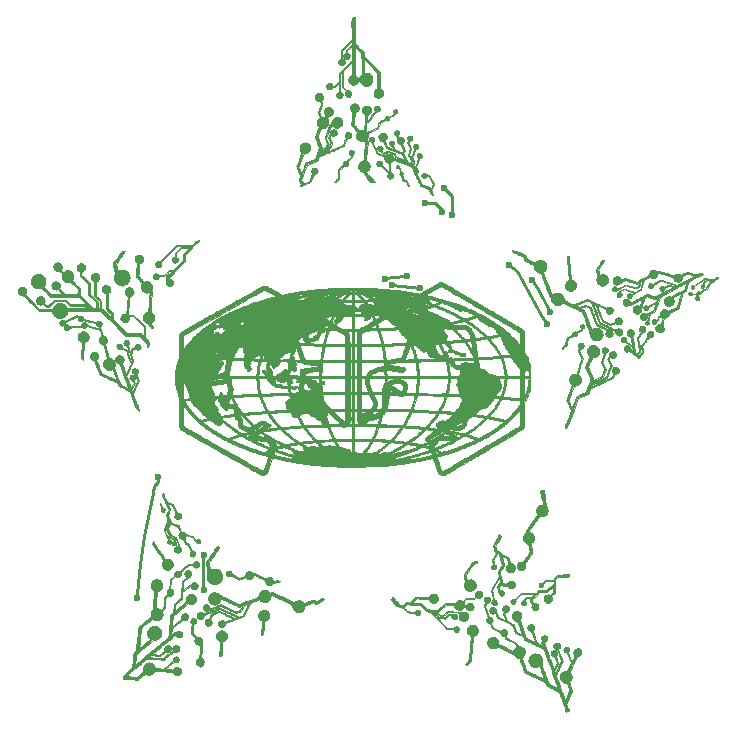
<source format=gbr>
G04 #@! TF.GenerationSoftware,KiCad,Pcbnew,5.1.2*
G04 #@! TF.CreationDate,2019-07-05T12:45:05-05:00*
G04 #@! TF.ProjectId,PartyStar,50617274-7953-4746-9172-2e6b69636164,rev?*
G04 #@! TF.SameCoordinates,Original*
G04 #@! TF.FileFunction,Copper,L1,Top*
G04 #@! TF.FilePolarity,Positive*
%FSLAX46Y46*%
G04 Gerber Fmt 4.6, Leading zero omitted, Abs format (unit mm)*
G04 Created by KiCad (PCBNEW 5.1.2) date 2019-07-05 12:45:05*
%MOMM*%
%LPD*%
G04 APERTURE LIST*
%ADD10C,0.010000*%
%ADD11C,0.600000*%
%ADD12C,0.250000*%
G04 APERTURE END LIST*
D10*
G36*
X156266003Y-125851988D02*
G01*
X156331290Y-125896233D01*
X156354884Y-125920267D01*
X156390747Y-125966607D01*
X156410996Y-126010284D01*
X156419510Y-126061911D01*
X156420600Y-126100107D01*
X156409301Y-126182086D01*
X156375951Y-126251821D01*
X156321370Y-126307961D01*
X156278230Y-126334835D01*
X156238777Y-126350598D01*
X156201444Y-126358708D01*
X156195331Y-126359000D01*
X156164114Y-126362973D01*
X156137255Y-126377230D01*
X156111430Y-126405274D01*
X156083311Y-126450609D01*
X156053721Y-126508224D01*
X155997992Y-126622195D01*
X156161671Y-127074594D01*
X156325350Y-127526992D01*
X156369800Y-127527320D01*
X156425149Y-127537064D01*
X156486021Y-127562303D01*
X156542797Y-127598141D01*
X156582617Y-127635625D01*
X156624920Y-127704778D01*
X156642952Y-127778208D01*
X156636849Y-127853169D01*
X156606752Y-127926920D01*
X156565036Y-127983712D01*
X156536529Y-128016936D01*
X156516434Y-128043251D01*
X156509332Y-128056316D01*
X156513380Y-128071349D01*
X156524684Y-128106033D01*
X156541812Y-128156152D01*
X156563329Y-128217489D01*
X156580267Y-128264931D01*
X156651368Y-128462712D01*
X156780459Y-128521682D01*
X156841011Y-128549359D01*
X156915997Y-128583659D01*
X156996761Y-128620620D01*
X157074647Y-128656282D01*
X157090679Y-128663626D01*
X157154735Y-128692250D01*
X157212226Y-128716601D01*
X157258523Y-128734822D01*
X157288998Y-128745052D01*
X157297267Y-128746600D01*
X157319299Y-128737868D01*
X157350321Y-128715239D01*
X157376488Y-128690750D01*
X157432080Y-128646663D01*
X157499489Y-128613548D01*
X157568451Y-128595948D01*
X157594480Y-128594270D01*
X157660414Y-128606022D01*
X157725775Y-128637733D01*
X157784312Y-128684604D01*
X157829776Y-128741835D01*
X157852764Y-128792611D01*
X157865680Y-128869283D01*
X157860727Y-128945911D01*
X157839305Y-129015857D01*
X157802811Y-129072487D01*
X157791376Y-129083895D01*
X157774038Y-129107614D01*
X157768863Y-129139383D01*
X157776117Y-129183459D01*
X157796069Y-129244098D01*
X157802526Y-129260950D01*
X157837248Y-129349850D01*
X158654932Y-129730850D01*
X158708276Y-129878712D01*
X158761619Y-130026575D01*
X158889684Y-130031581D01*
X158989366Y-130041006D01*
X159072121Y-130062346D01*
X159144630Y-130098148D01*
X159213577Y-130150958D01*
X159221184Y-130157872D01*
X159279369Y-130224997D01*
X159327157Y-130306573D01*
X159362214Y-130396022D01*
X159382208Y-130486768D01*
X159384807Y-130572234D01*
X159380009Y-130605660D01*
X159346286Y-130712799D01*
X159291070Y-130809446D01*
X159212718Y-130898388D01*
X159201147Y-130909167D01*
X159113248Y-130989390D01*
X159311290Y-131534870D01*
X159352240Y-131647123D01*
X159390961Y-131752227D01*
X159426521Y-131847727D01*
X159457987Y-131931168D01*
X159484430Y-132000097D01*
X159504916Y-132052057D01*
X159518514Y-132084596D01*
X159523890Y-132095081D01*
X159537502Y-132102800D01*
X159571532Y-132119927D01*
X159623621Y-132145357D01*
X159691407Y-132177987D01*
X159772530Y-132216711D01*
X159864630Y-132260424D01*
X159965346Y-132308023D01*
X160072319Y-132358403D01*
X160183187Y-132410459D01*
X160295590Y-132463086D01*
X160407167Y-132515180D01*
X160515559Y-132565636D01*
X160618405Y-132613350D01*
X160713344Y-132657217D01*
X160798015Y-132696133D01*
X160870060Y-132728993D01*
X160927116Y-132754692D01*
X160966824Y-132772126D01*
X160986823Y-132780190D01*
X160988757Y-132780575D01*
X160985193Y-132768536D01*
X160974028Y-132735538D01*
X160956310Y-132684505D01*
X160933083Y-132618360D01*
X160905397Y-132540028D01*
X160874296Y-132452432D01*
X160840828Y-132358497D01*
X160806039Y-132261145D01*
X160770976Y-132163301D01*
X160736685Y-132067888D01*
X160704214Y-131977831D01*
X160674609Y-131896053D01*
X160648916Y-131825477D01*
X160628182Y-131769029D01*
X160613454Y-131729631D01*
X160605779Y-131710207D01*
X160605102Y-131708841D01*
X160593060Y-131711353D01*
X160562098Y-131720658D01*
X160517278Y-131735177D01*
X160477157Y-131748696D01*
X160417978Y-131768017D01*
X160361612Y-131784819D01*
X160316200Y-131796750D01*
X160297848Y-131800550D01*
X160224101Y-131801976D01*
X160136642Y-131785046D01*
X160038542Y-131750469D01*
X159993798Y-131730326D01*
X159909759Y-131682554D01*
X159842311Y-131625588D01*
X159786130Y-131553943D01*
X159738269Y-131467133D01*
X159700160Y-131359396D01*
X159684305Y-131245546D01*
X159690396Y-131130570D01*
X159718124Y-131019458D01*
X159767182Y-130917195D01*
X159772755Y-130908408D01*
X159835632Y-130825987D01*
X159907779Y-130760853D01*
X159993666Y-130709981D01*
X160097761Y-130670349D01*
X160143766Y-130657414D01*
X160240530Y-130644117D01*
X160344401Y-130650405D01*
X160448004Y-130674995D01*
X160543959Y-130716609D01*
X160568498Y-130731165D01*
X160626271Y-130775968D01*
X160685260Y-130835300D01*
X160737865Y-130900585D01*
X160776489Y-130963246D01*
X160779318Y-130969100D01*
X160818734Y-131080530D01*
X160836244Y-131196847D01*
X160831585Y-131312740D01*
X160804498Y-131422900D01*
X160802005Y-131429603D01*
X160787916Y-131469908D01*
X160778722Y-131502418D01*
X160776685Y-131515200D01*
X160780938Y-131530021D01*
X160793243Y-131566732D01*
X160812901Y-131623379D01*
X160839214Y-131698006D01*
X160871485Y-131788659D01*
X160909015Y-131893382D01*
X160951107Y-132010220D01*
X160997063Y-132137217D01*
X161046185Y-132272420D01*
X161084653Y-132377947D01*
X161392650Y-133221645D01*
X161551400Y-133297031D01*
X161641853Y-133339697D01*
X161733323Y-133382318D01*
X161822877Y-133423578D01*
X161907584Y-133462161D01*
X161984509Y-133496749D01*
X162050721Y-133526026D01*
X162103287Y-133548675D01*
X162139274Y-133563378D01*
X162155750Y-133568820D01*
X162156423Y-133568710D01*
X162153355Y-133555701D01*
X162141886Y-133519833D01*
X162122368Y-133462089D01*
X162095154Y-133383454D01*
X162060598Y-133284910D01*
X162019051Y-133167443D01*
X161970867Y-133032036D01*
X161916398Y-132879673D01*
X161855998Y-132711338D01*
X161790019Y-132528015D01*
X161718814Y-132330688D01*
X161642736Y-132120342D01*
X161562137Y-131897959D01*
X161477371Y-131664525D01*
X161388790Y-131421022D01*
X161296747Y-131168435D01*
X161240232Y-131013550D01*
X161193944Y-130886745D01*
X161149975Y-130766276D01*
X161109148Y-130654400D01*
X161072289Y-130553376D01*
X161040222Y-130465465D01*
X161013769Y-130392926D01*
X160993757Y-130338017D01*
X160981008Y-130302997D01*
X160976691Y-130291095D01*
X160965800Y-130271345D01*
X160945442Y-130252576D01*
X160911108Y-130231618D01*
X160858294Y-130205302D01*
X160847485Y-130200223D01*
X160777277Y-130167295D01*
X160693296Y-130127708D01*
X160597829Y-130082555D01*
X160493161Y-130032928D01*
X160381580Y-129979920D01*
X160265371Y-129924624D01*
X160146821Y-129868131D01*
X160028216Y-129811534D01*
X159911842Y-129755926D01*
X159799985Y-129702399D01*
X159694932Y-129652047D01*
X159598969Y-129605960D01*
X159514383Y-129565233D01*
X159443459Y-129530956D01*
X159388484Y-129504224D01*
X159351744Y-129486128D01*
X159335525Y-129477761D01*
X159335250Y-129477589D01*
X159318444Y-129456688D01*
X159297359Y-129414785D01*
X159273755Y-129355550D01*
X159265773Y-129332996D01*
X159221696Y-129204962D01*
X158573250Y-128898178D01*
X158452600Y-128566296D01*
X158331950Y-128234413D01*
X157690804Y-127934881D01*
X157049658Y-127635350D01*
X156966904Y-127416991D01*
X156940222Y-127347257D01*
X156916279Y-127285933D01*
X156896628Y-127236905D01*
X156882826Y-127204056D01*
X156876524Y-127191349D01*
X156862695Y-127193736D01*
X156833673Y-127206953D01*
X156795673Y-127228160D01*
X156794721Y-127228732D01*
X156747863Y-127254514D01*
X156709245Y-127268112D01*
X156667148Y-127273055D01*
X156646364Y-127273400D01*
X156570227Y-127266575D01*
X156508696Y-127244217D01*
X156454382Y-127203498D01*
X156448420Y-127197666D01*
X156400886Y-127139886D01*
X156372840Y-127077620D01*
X156360619Y-127011726D01*
X156363376Y-126930156D01*
X156389791Y-126856996D01*
X156440384Y-126790928D01*
X156451866Y-126779901D01*
X156521029Y-126731902D01*
X156596665Y-126707684D01*
X156675614Y-126707530D01*
X156754715Y-126731718D01*
X156788564Y-126750028D01*
X156852029Y-126802425D01*
X156895755Y-126869577D01*
X156920436Y-126952753D01*
X156925805Y-127000008D01*
X156931306Y-127056062D01*
X156940035Y-127092236D01*
X156953386Y-127113985D01*
X156955439Y-127115952D01*
X156969923Y-127137465D01*
X156991666Y-127181805D01*
X157020107Y-127247635D01*
X157054682Y-127333617D01*
X157094829Y-127438412D01*
X157123278Y-127514987D01*
X157144394Y-127572424D01*
X157451241Y-127715134D01*
X157532736Y-127752869D01*
X157606310Y-127786615D01*
X157668942Y-127815014D01*
X157717616Y-127836707D01*
X157749311Y-127850336D01*
X157761006Y-127854547D01*
X157757624Y-127842236D01*
X157746593Y-127809273D01*
X157729033Y-127758843D01*
X157706064Y-127694132D01*
X157678806Y-127618325D01*
X157651641Y-127543543D01*
X157539359Y-127235836D01*
X157601679Y-127099712D01*
X157552465Y-127047978D01*
X157512218Y-126994052D01*
X157481264Y-126930343D01*
X157464065Y-126867056D01*
X157462000Y-126840934D01*
X157470267Y-126787452D01*
X157491760Y-126728507D01*
X157521517Y-126676366D01*
X157535518Y-126659198D01*
X157586025Y-126618649D01*
X157649767Y-126586120D01*
X157716003Y-126566360D01*
X157754100Y-126562602D01*
X157816962Y-126571854D01*
X157883372Y-126596041D01*
X157940997Y-126630276D01*
X157955360Y-126642363D01*
X158001692Y-126702530D01*
X158027676Y-126776639D01*
X158033221Y-126837919D01*
X158022300Y-126923910D01*
X157989829Y-126996940D01*
X157938832Y-127055284D01*
X157891795Y-127091463D01*
X157844782Y-127114196D01*
X157787107Y-127128090D01*
X157761145Y-127131884D01*
X157720213Y-127139753D01*
X157695054Y-127153420D01*
X157676046Y-127178266D01*
X157674986Y-127180065D01*
X157651632Y-127220081D01*
X157909926Y-127929753D01*
X158165388Y-128047971D01*
X158239619Y-128082371D01*
X158305698Y-128113085D01*
X158360281Y-128138552D01*
X158400027Y-128157210D01*
X158421594Y-128167500D01*
X158424490Y-128168993D01*
X158429624Y-128181187D01*
X158442231Y-128214114D01*
X158461138Y-128264627D01*
X158485175Y-128329575D01*
X158513169Y-128405810D01*
X158542765Y-128486928D01*
X158573935Y-128572252D01*
X158602737Y-128650404D01*
X158627898Y-128717990D01*
X158648148Y-128771613D01*
X158662215Y-128807878D01*
X158668615Y-128823015D01*
X158682334Y-128833393D01*
X158714520Y-128851659D01*
X158761000Y-128875849D01*
X158817600Y-128904000D01*
X158880146Y-128934151D01*
X158944464Y-128964337D01*
X159006381Y-128992598D01*
X159061722Y-129016970D01*
X159106313Y-129035489D01*
X159135981Y-129046195D01*
X159146365Y-129047668D01*
X159143957Y-129034408D01*
X159133768Y-129000171D01*
X159116813Y-128947806D01*
X159094107Y-128880166D01*
X159066664Y-128800100D01*
X159035500Y-128710460D01*
X159001630Y-128614096D01*
X158966067Y-128513859D01*
X158929827Y-128412600D01*
X158893925Y-128313170D01*
X158859376Y-128218419D01*
X158827193Y-128131199D01*
X158798393Y-128054359D01*
X158773990Y-127990751D01*
X158754998Y-127943226D01*
X158744821Y-127919644D01*
X158733356Y-127901010D01*
X158715838Y-127889764D01*
X158685287Y-127882954D01*
X158648473Y-127878873D01*
X158549602Y-127858049D01*
X158459608Y-127816233D01*
X158383769Y-127755955D01*
X158376628Y-127748427D01*
X158315864Y-127665180D01*
X158277891Y-127574373D01*
X158262690Y-127479533D01*
X158270241Y-127384187D01*
X158300526Y-127291862D01*
X158353524Y-127206084D01*
X158379801Y-127175740D01*
X158452955Y-127111253D01*
X158531168Y-127069141D01*
X158620136Y-127046389D01*
X158625449Y-127045640D01*
X158726034Y-127044199D01*
X158821817Y-127066383D01*
X158909565Y-127110466D01*
X158986045Y-127174722D01*
X159048024Y-127257426D01*
X159058956Y-127277093D01*
X159076291Y-127313356D01*
X159086750Y-127346714D01*
X159091998Y-127385800D01*
X159093700Y-127439247D01*
X159093768Y-127457550D01*
X159089150Y-127543731D01*
X159073253Y-127613812D01*
X159043147Y-127675682D01*
X158995902Y-127737228D01*
X158985703Y-127748500D01*
X158932344Y-127806388D01*
X159209052Y-128566652D01*
X159485761Y-129326915D01*
X159872831Y-129506823D01*
X159964771Y-129549417D01*
X160049096Y-129588217D01*
X160123120Y-129622008D01*
X160184160Y-129649574D01*
X160229529Y-129669703D01*
X160256542Y-129681178D01*
X160263132Y-129683390D01*
X160259632Y-129671142D01*
X160248286Y-129637599D01*
X160229999Y-129585310D01*
X160205679Y-129516824D01*
X160176232Y-129434691D01*
X160142566Y-129341459D01*
X160105587Y-129239677D01*
X160092502Y-129203800D01*
X159918643Y-128727550D01*
X159848882Y-128720003D01*
X159794167Y-128711313D01*
X159751067Y-128695961D01*
X159709757Y-128669321D01*
X159670574Y-128636032D01*
X159626061Y-128580164D01*
X159596808Y-128510783D01*
X159585855Y-128436641D01*
X159588373Y-128399297D01*
X159612166Y-128321612D01*
X159655866Y-128255123D01*
X159715349Y-128202800D01*
X159786493Y-128167611D01*
X159865174Y-128152527D01*
X159926115Y-128156103D01*
X159991377Y-128178151D01*
X160053965Y-128218514D01*
X160105246Y-128270816D01*
X160126351Y-128303997D01*
X160151761Y-128380332D01*
X160154726Y-128460882D01*
X160136133Y-128539828D01*
X160096874Y-128611354D01*
X160075499Y-128636671D01*
X160049012Y-128665317D01*
X160031542Y-128685750D01*
X160027400Y-128692057D01*
X160031498Y-128704628D01*
X160043091Y-128738152D01*
X160061125Y-128789663D01*
X160084545Y-128856196D01*
X160112299Y-128934786D01*
X160143331Y-129022467D01*
X160176590Y-129116273D01*
X160211020Y-129213240D01*
X160245568Y-129310401D01*
X160279180Y-129404792D01*
X160310802Y-129493446D01*
X160339381Y-129573399D01*
X160363862Y-129641684D01*
X160383193Y-129695337D01*
X160396318Y-129731392D01*
X160402185Y-129746883D01*
X160402366Y-129747240D01*
X160416659Y-129756491D01*
X160449054Y-129773090D01*
X160495185Y-129795112D01*
X160550685Y-129820635D01*
X160611189Y-129847735D01*
X160672331Y-129874488D01*
X160729744Y-129898972D01*
X160779063Y-129919262D01*
X160815922Y-129933435D01*
X160835954Y-129939567D01*
X160838295Y-129939295D01*
X160836197Y-129922496D01*
X160826956Y-129887659D01*
X160812217Y-129840582D01*
X160800831Y-129807198D01*
X160758921Y-129687972D01*
X160789326Y-129623056D01*
X160806404Y-129583778D01*
X160812906Y-129555540D01*
X160810050Y-129526886D01*
X160802559Y-129498445D01*
X160782611Y-129414507D01*
X160777219Y-129346460D01*
X160787190Y-129288835D01*
X160813332Y-129236163D01*
X160847803Y-129192388D01*
X160910192Y-129139754D01*
X160979718Y-129109797D01*
X161052410Y-129102584D01*
X161124299Y-129118176D01*
X161191417Y-129156639D01*
X161223701Y-129186323D01*
X161268066Y-129250069D01*
X161291219Y-129320275D01*
X161294365Y-129392552D01*
X161278708Y-129462505D01*
X161245453Y-129525744D01*
X161195805Y-129577875D01*
X161130969Y-129614508D01*
X161103891Y-129623121D01*
X161055641Y-129635859D01*
X161026507Y-129644837D01*
X161010962Y-129652445D01*
X161003479Y-129661074D01*
X161000529Y-129667812D01*
X160999082Y-129680459D01*
X161001957Y-129702139D01*
X161009807Y-129734969D01*
X161023286Y-129781064D01*
X161043047Y-129842543D01*
X161069743Y-129921520D01*
X161104027Y-130020113D01*
X161145421Y-130137250D01*
X161179948Y-130233995D01*
X161219048Y-130342763D01*
X161261921Y-130461389D01*
X161307769Y-130587706D01*
X161355793Y-130719549D01*
X161405194Y-130854753D01*
X161455174Y-130991151D01*
X161504935Y-131126578D01*
X161553677Y-131258868D01*
X161600603Y-131385856D01*
X161644913Y-131505376D01*
X161685809Y-131615262D01*
X161722492Y-131713348D01*
X161754164Y-131797468D01*
X161780026Y-131865458D01*
X161799279Y-131915151D01*
X161811126Y-131944382D01*
X161814277Y-131951088D01*
X161819744Y-131951861D01*
X161829437Y-131941050D01*
X161844325Y-131916813D01*
X161865376Y-131877307D01*
X161893560Y-131820689D01*
X161929844Y-131745117D01*
X161975198Y-131648748D01*
X161990998Y-131614904D01*
X162083649Y-131416158D01*
X161994242Y-131170404D01*
X161967227Y-131096433D01*
X161943144Y-131031032D01*
X161923331Y-130977795D01*
X161909128Y-130940315D01*
X161901875Y-130922184D01*
X161901290Y-130921080D01*
X161887777Y-130917793D01*
X161856777Y-130913129D01*
X161829347Y-130909759D01*
X161745476Y-130891537D01*
X161679085Y-130856674D01*
X161627777Y-130803112D01*
X161589154Y-130728799D01*
X161576866Y-130693276D01*
X161563378Y-130646697D01*
X161557748Y-130613969D01*
X161559518Y-130584940D01*
X161568228Y-130549463D01*
X161570073Y-130543064D01*
X161603704Y-130469892D01*
X161655567Y-130410455D01*
X161721141Y-130367439D01*
X161795906Y-130343529D01*
X161875342Y-130341409D01*
X161901888Y-130345967D01*
X161983636Y-130375817D01*
X162048427Y-130423830D01*
X162094570Y-130487899D01*
X162120373Y-130565915D01*
X162125439Y-130624657D01*
X162118525Y-130695087D01*
X162095501Y-130755731D01*
X162052942Y-130814607D01*
X162036847Y-130832089D01*
X161991692Y-130879229D01*
X162189752Y-131424111D01*
X162027372Y-131770787D01*
X161864993Y-132117463D01*
X161901871Y-132221752D01*
X161919640Y-132269134D01*
X161935492Y-132306305D01*
X161946882Y-132327487D01*
X161949636Y-132330195D01*
X161957023Y-132319893D01*
X161973954Y-132288751D01*
X161999339Y-132238997D01*
X162032084Y-132172859D01*
X162071100Y-132092564D01*
X162115293Y-132000337D01*
X162163573Y-131898408D01*
X162213818Y-131791210D01*
X162467114Y-131248070D01*
X162306104Y-130806960D01*
X162269000Y-130705282D01*
X162234258Y-130610016D01*
X162202933Y-130524069D01*
X162176085Y-130450347D01*
X162154772Y-130391754D01*
X162140052Y-130351197D01*
X162132983Y-130331582D01*
X162132972Y-130331549D01*
X162120956Y-130309296D01*
X162099800Y-130296827D01*
X162061550Y-130289355D01*
X161970901Y-130267145D01*
X161897498Y-130226594D01*
X161840357Y-130167048D01*
X161815395Y-130125752D01*
X161795593Y-130064918D01*
X161789555Y-129993861D01*
X161797592Y-129923903D01*
X161808872Y-129888178D01*
X161849413Y-129822340D01*
X161907436Y-129770186D01*
X161977465Y-129734527D01*
X162054028Y-129718173D01*
X162129656Y-129723480D01*
X162210055Y-129753302D01*
X162275026Y-129801435D01*
X162322470Y-129864572D01*
X162350290Y-129939404D01*
X162356386Y-130022621D01*
X162349760Y-130070575D01*
X162336861Y-130114549D01*
X162315791Y-130151825D01*
X162280723Y-130192242D01*
X162273196Y-130199887D01*
X162210802Y-130262525D01*
X162391218Y-130757192D01*
X162429996Y-130863849D01*
X162465917Y-130963291D01*
X162498068Y-131052944D01*
X162525536Y-131130233D01*
X162547410Y-131192584D01*
X162562775Y-131237424D01*
X162570721Y-131262178D01*
X162571633Y-131266112D01*
X162566403Y-131280039D01*
X162551379Y-131314773D01*
X162527558Y-131368127D01*
X162495937Y-131437914D01*
X162457515Y-131521949D01*
X162413288Y-131618044D01*
X162364254Y-131724012D01*
X162311410Y-131837668D01*
X162288595Y-131886579D01*
X162232616Y-132007130D01*
X162180921Y-132119736D01*
X162134418Y-132222335D01*
X162094018Y-132312865D01*
X162060628Y-132389265D01*
X162035157Y-132449472D01*
X162018515Y-132491425D01*
X162011609Y-132513060D01*
X162011538Y-132515171D01*
X162016899Y-132531011D01*
X162030154Y-132568444D01*
X162050531Y-132625354D01*
X162077261Y-132699627D01*
X162109575Y-132789146D01*
X162146702Y-132891796D01*
X162187873Y-133005459D01*
X162232319Y-133128022D01*
X162279269Y-133257367D01*
X162327954Y-133391379D01*
X162377605Y-133527942D01*
X162427451Y-133664940D01*
X162476723Y-133800258D01*
X162524650Y-133931779D01*
X162570465Y-134057388D01*
X162613396Y-134174969D01*
X162652674Y-134282406D01*
X162687530Y-134377582D01*
X162717194Y-134458384D01*
X162740895Y-134522693D01*
X162757865Y-134568395D01*
X162767333Y-134593374D01*
X162769005Y-134597415D01*
X162776025Y-134589892D01*
X162792367Y-134561749D01*
X162816781Y-134515463D01*
X162848015Y-134453510D01*
X162884821Y-134378365D01*
X162925948Y-134292505D01*
X162966845Y-134205497D01*
X163156524Y-133798415D01*
X163121948Y-133701382D01*
X163106335Y-133657854D01*
X163084130Y-133596342D01*
X163057463Y-133522723D01*
X163028460Y-133442869D01*
X163001708Y-133369400D01*
X162916044Y-133134450D01*
X162827447Y-133126234D01*
X162708747Y-133104749D01*
X162606167Y-133063692D01*
X162519405Y-133002867D01*
X162448161Y-132922082D01*
X162408650Y-132856087D01*
X162386017Y-132810756D01*
X162371356Y-132775930D01*
X162362938Y-132743628D01*
X162359032Y-132705867D01*
X162357909Y-132654663D01*
X162357850Y-132621688D01*
X162358577Y-132557684D01*
X162361563Y-132511578D01*
X162368012Y-132475890D01*
X162379129Y-132443141D01*
X162390833Y-132416900D01*
X162449104Y-132320943D01*
X162524045Y-132243979D01*
X162615069Y-132186363D01*
X162721593Y-132148448D01*
X162843028Y-132130589D01*
X162865850Y-132129550D01*
X162980150Y-132125958D01*
X163129628Y-131805884D01*
X163279107Y-131485810D01*
X163108745Y-131027430D01*
X162938382Y-130569050D01*
X162875816Y-130561189D01*
X162794426Y-130540876D01*
X162730694Y-130502403D01*
X162684152Y-130445406D01*
X162661504Y-130394151D01*
X162646768Y-130316239D01*
X162656637Y-130243793D01*
X162690468Y-130176419D01*
X162742180Y-130121250D01*
X162803165Y-130086621D01*
X162869223Y-130071539D01*
X162936152Y-130075015D01*
X162999748Y-130096057D01*
X163055811Y-130133674D01*
X163100137Y-130186874D01*
X163128526Y-130254668D01*
X163133817Y-130280975D01*
X163133214Y-130357158D01*
X163107755Y-130429070D01*
X163061328Y-130492866D01*
X163010920Y-130547553D01*
X163114365Y-130831351D01*
X163166376Y-130973346D01*
X163210375Y-131091946D01*
X163246605Y-131187777D01*
X163275309Y-131261468D01*
X163296730Y-131313643D01*
X163311110Y-131344930D01*
X163317247Y-131354880D01*
X163327310Y-131349014D01*
X163346601Y-131320487D01*
X163374686Y-131270132D01*
X163411129Y-131198776D01*
X163455493Y-131107251D01*
X163507345Y-130996387D01*
X163521347Y-130965918D01*
X163595532Y-130803986D01*
X163557557Y-130744106D01*
X163516459Y-130660575D01*
X163495555Y-130574550D01*
X163494493Y-130490155D01*
X163512921Y-130411512D01*
X163550486Y-130342744D01*
X163595803Y-130296234D01*
X163679642Y-130243550D01*
X163766394Y-130214061D01*
X163852951Y-130207335D01*
X163936203Y-130222940D01*
X164013041Y-130260443D01*
X164080355Y-130319410D01*
X164117384Y-130368817D01*
X164151435Y-130444871D01*
X164163739Y-130526758D01*
X164155589Y-130609619D01*
X164128277Y-130688594D01*
X164083097Y-130758823D01*
X164021341Y-130815447D01*
X163994113Y-130832215D01*
X163941487Y-130854724D01*
X163882554Y-130871277D01*
X163859260Y-130875157D01*
X163787986Y-130883534D01*
X163475382Y-131554212D01*
X163162778Y-132224891D01*
X163219343Y-132294337D01*
X163274345Y-132372257D01*
X163310312Y-132450517D01*
X163329845Y-132536696D01*
X163335547Y-132633067D01*
X163334880Y-132692501D01*
X163331483Y-132735317D01*
X163323613Y-132770278D01*
X163309528Y-132806146D01*
X163295145Y-132836267D01*
X163263870Y-132890151D01*
X163223452Y-132947379D01*
X163189046Y-132988400D01*
X163123552Y-133058250D01*
X163137905Y-133113638D01*
X163146094Y-133140533D01*
X163161671Y-133187401D01*
X163183292Y-133250362D01*
X163209613Y-133325538D01*
X163239289Y-133409050D01*
X163266229Y-133483917D01*
X163296738Y-133568770D01*
X163324165Y-133646123D01*
X163347366Y-133712663D01*
X163365198Y-133765078D01*
X163376518Y-133800058D01*
X163380200Y-133814072D01*
X163374996Y-133828380D01*
X163360094Y-133863346D01*
X163336555Y-133916619D01*
X163305441Y-133985850D01*
X163267813Y-134068689D01*
X163224733Y-134162786D01*
X163177262Y-134265790D01*
X163132550Y-134362259D01*
X163082062Y-134471403D01*
X163035080Y-134573937D01*
X162992662Y-134667479D01*
X162955868Y-134749644D01*
X162925758Y-134818052D01*
X162903393Y-134870318D01*
X162889831Y-134904059D01*
X162886021Y-134916515D01*
X162890796Y-134935597D01*
X162903149Y-134973452D01*
X162921394Y-135025206D01*
X162943845Y-135085982D01*
X162952696Y-135109300D01*
X162979952Y-135178964D01*
X163000858Y-135227926D01*
X163017186Y-135259550D01*
X163030709Y-135277197D01*
X163043200Y-135284233D01*
X163045075Y-135284578D01*
X163062656Y-135293524D01*
X163080207Y-135317807D01*
X163100451Y-135361521D01*
X163106802Y-135377368D01*
X163122935Y-135420393D01*
X163133794Y-135453113D01*
X163137401Y-135469467D01*
X163137127Y-135470205D01*
X163123811Y-135475125D01*
X163091260Y-135485472D01*
X163044644Y-135499636D01*
X162999200Y-135513076D01*
X162942547Y-135529825D01*
X162893403Y-135544692D01*
X162857868Y-135555811D01*
X162843625Y-135560643D01*
X162825275Y-135565011D01*
X162821400Y-135563020D01*
X162817244Y-135548924D01*
X162806308Y-135517656D01*
X162790889Y-135475768D01*
X162789641Y-135472450D01*
X162757883Y-135388077D01*
X162790932Y-135375512D01*
X162812932Y-135361584D01*
X162817998Y-135347248D01*
X162812697Y-135332798D01*
X162799490Y-135296583D01*
X162779143Y-135240711D01*
X162752423Y-135167290D01*
X162720098Y-135078428D01*
X162682933Y-134976235D01*
X162641697Y-134862817D01*
X162597156Y-134740284D01*
X162550076Y-134610742D01*
X162548084Y-134605259D01*
X162284153Y-133878968D01*
X161965401Y-133730202D01*
X161801549Y-133653396D01*
X161660095Y-133586355D01*
X161540174Y-133528648D01*
X161440921Y-133479839D01*
X161361471Y-133439495D01*
X161300960Y-133407184D01*
X161258524Y-133382471D01*
X161233297Y-133364923D01*
X161229036Y-133361073D01*
X161211716Y-133336424D01*
X161189502Y-133294462D01*
X161165748Y-133241893D01*
X161150919Y-133204814D01*
X161103288Y-133079042D01*
X160244669Y-132677682D01*
X160105851Y-132612759D01*
X159973553Y-132550820D01*
X159849603Y-132492726D01*
X159735832Y-132439338D01*
X159634070Y-132391517D01*
X159546148Y-132350123D01*
X159473894Y-132316018D01*
X159419139Y-132290061D01*
X159383714Y-132273114D01*
X159369448Y-132266037D01*
X159369406Y-132266011D01*
X159361927Y-132252389D01*
X159346721Y-132217165D01*
X159324673Y-132162634D01*
X159296668Y-132091088D01*
X159263593Y-132004822D01*
X159226332Y-131906129D01*
X159185770Y-131797303D01*
X159142793Y-131680639D01*
X159130832Y-131647935D01*
X159087696Y-131529904D01*
X159047208Y-131419316D01*
X159010199Y-131318424D01*
X158977499Y-131229482D01*
X158949938Y-131154742D01*
X158928345Y-131096459D01*
X158913551Y-131056885D01*
X158906386Y-131038274D01*
X158905855Y-131037121D01*
X158892744Y-131033683D01*
X158861582Y-131027740D01*
X158823933Y-131021371D01*
X158711027Y-130991173D01*
X158610681Y-130939683D01*
X158524924Y-130868306D01*
X158455787Y-130778442D01*
X158444616Y-130759249D01*
X158404883Y-130687656D01*
X157717082Y-130370948D01*
X157029282Y-130054240D01*
X156982051Y-130092196D01*
X156944793Y-130117419D01*
X156895397Y-130144845D01*
X156852335Y-130165093D01*
X156804690Y-130183310D01*
X156761485Y-130194036D01*
X156712425Y-130199119D01*
X156655550Y-130200392D01*
X156596745Y-130199596D01*
X156553617Y-130195476D01*
X156516480Y-130186093D01*
X156475649Y-130169504D01*
X156456150Y-130160435D01*
X156376730Y-130116051D01*
X156315557Y-130064635D01*
X156267710Y-130000622D01*
X156228265Y-129918444D01*
X156217893Y-129890969D01*
X156187488Y-129782976D01*
X156178975Y-129685009D01*
X156192845Y-129593412D01*
X156229590Y-129504529D01*
X156280309Y-129426883D01*
X156350890Y-129353649D01*
X156436084Y-129297946D01*
X156531333Y-129260832D01*
X156632075Y-129243369D01*
X156733753Y-129246617D01*
X156831807Y-129271638D01*
X156871656Y-129289321D01*
X156952203Y-129342330D01*
X157025621Y-129413285D01*
X157084748Y-129494733D01*
X157104045Y-129531230D01*
X157120267Y-129569114D01*
X157130389Y-129603806D01*
X157135794Y-129643428D01*
X157137864Y-129696100D01*
X157138081Y-129731120D01*
X157138150Y-129858390D01*
X157741400Y-130140398D01*
X157857576Y-130194667D01*
X157967160Y-130245777D01*
X158067928Y-130292696D01*
X158157658Y-130334393D01*
X158234128Y-130369837D01*
X158295114Y-130397998D01*
X158338395Y-130417843D01*
X158361747Y-130428343D01*
X158364947Y-130429672D01*
X158378669Y-130427941D01*
X158392484Y-130409820D01*
X158409018Y-130371546D01*
X158413067Y-130360633D01*
X158457391Y-130270879D01*
X158520203Y-130187585D01*
X158594709Y-130119689D01*
X158597890Y-130117381D01*
X158629517Y-130092316D01*
X158650227Y-130071376D01*
X158655035Y-130062072D01*
X158650511Y-130045079D01*
X158638885Y-130009952D01*
X158622071Y-129962299D01*
X158607410Y-129922268D01*
X158560550Y-129796187D01*
X158149120Y-129603873D01*
X157737690Y-129411560D01*
X157693613Y-129288630D01*
X157649537Y-129165700D01*
X157584343Y-129165421D01*
X157533694Y-129160341D01*
X157483457Y-129147898D01*
X157467641Y-129141746D01*
X157409582Y-129103782D01*
X157359061Y-129049319D01*
X157320826Y-128985408D01*
X157299628Y-128919101D01*
X157296900Y-128888258D01*
X157294429Y-128876310D01*
X157285588Y-128863473D01*
X157268229Y-128848539D01*
X157240208Y-128830303D01*
X157199378Y-128807557D01*
X157143593Y-128779094D01*
X157070707Y-128743708D01*
X156978574Y-128700192D01*
X156884728Y-128656468D01*
X156600072Y-128524350D01*
X156540601Y-128359250D01*
X156516281Y-128291902D01*
X156492646Y-128226746D01*
X156472226Y-128170740D01*
X156457555Y-128130845D01*
X156456302Y-128127475D01*
X156431475Y-128060800D01*
X156370885Y-128060800D01*
X156297662Y-128048757D01*
X156227841Y-128014855D01*
X156168016Y-127962435D01*
X156161623Y-127954813D01*
X156139495Y-127923571D01*
X156126752Y-127892156D01*
X156120156Y-127850623D01*
X156118033Y-127820857D01*
X156121718Y-127739482D01*
X156144102Y-127672273D01*
X156186915Y-127614500D01*
X156197114Y-127604561D01*
X156219207Y-127580356D01*
X156229912Y-127561592D01*
X156230100Y-127559942D01*
X156225891Y-127545272D01*
X156213900Y-127509444D01*
X156195076Y-127455153D01*
X156170371Y-127385092D01*
X156140736Y-127301957D01*
X156107121Y-127208440D01*
X156070478Y-127107235D01*
X156065000Y-127092165D01*
X156027985Y-126989983D01*
X155993870Y-126895015D01*
X155963606Y-126809970D01*
X155938143Y-126737555D01*
X155918435Y-126680481D01*
X155905431Y-126641454D01*
X155900083Y-126623185D01*
X155900000Y-126622433D01*
X155905073Y-126605186D01*
X155918787Y-126570144D01*
X155939010Y-126522513D01*
X155961987Y-126471051D01*
X156023874Y-126335453D01*
X155987255Y-126300369D01*
X155937084Y-126236290D01*
X155908046Y-126163602D01*
X155900173Y-126087091D01*
X155913500Y-126011546D01*
X155948059Y-125941751D01*
X155984461Y-125899298D01*
X156049561Y-125853355D01*
X156120966Y-125830312D01*
X156194505Y-125829935D01*
X156266003Y-125851988D01*
X156266003Y-125851988D01*
G37*
X156266003Y-125851988D02*
X156331290Y-125896233D01*
X156354884Y-125920267D01*
X156390747Y-125966607D01*
X156410996Y-126010284D01*
X156419510Y-126061911D01*
X156420600Y-126100107D01*
X156409301Y-126182086D01*
X156375951Y-126251821D01*
X156321370Y-126307961D01*
X156278230Y-126334835D01*
X156238777Y-126350598D01*
X156201444Y-126358708D01*
X156195331Y-126359000D01*
X156164114Y-126362973D01*
X156137255Y-126377230D01*
X156111430Y-126405274D01*
X156083311Y-126450609D01*
X156053721Y-126508224D01*
X155997992Y-126622195D01*
X156161671Y-127074594D01*
X156325350Y-127526992D01*
X156369800Y-127527320D01*
X156425149Y-127537064D01*
X156486021Y-127562303D01*
X156542797Y-127598141D01*
X156582617Y-127635625D01*
X156624920Y-127704778D01*
X156642952Y-127778208D01*
X156636849Y-127853169D01*
X156606752Y-127926920D01*
X156565036Y-127983712D01*
X156536529Y-128016936D01*
X156516434Y-128043251D01*
X156509332Y-128056316D01*
X156513380Y-128071349D01*
X156524684Y-128106033D01*
X156541812Y-128156152D01*
X156563329Y-128217489D01*
X156580267Y-128264931D01*
X156651368Y-128462712D01*
X156780459Y-128521682D01*
X156841011Y-128549359D01*
X156915997Y-128583659D01*
X156996761Y-128620620D01*
X157074647Y-128656282D01*
X157090679Y-128663626D01*
X157154735Y-128692250D01*
X157212226Y-128716601D01*
X157258523Y-128734822D01*
X157288998Y-128745052D01*
X157297267Y-128746600D01*
X157319299Y-128737868D01*
X157350321Y-128715239D01*
X157376488Y-128690750D01*
X157432080Y-128646663D01*
X157499489Y-128613548D01*
X157568451Y-128595948D01*
X157594480Y-128594270D01*
X157660414Y-128606022D01*
X157725775Y-128637733D01*
X157784312Y-128684604D01*
X157829776Y-128741835D01*
X157852764Y-128792611D01*
X157865680Y-128869283D01*
X157860727Y-128945911D01*
X157839305Y-129015857D01*
X157802811Y-129072487D01*
X157791376Y-129083895D01*
X157774038Y-129107614D01*
X157768863Y-129139383D01*
X157776117Y-129183459D01*
X157796069Y-129244098D01*
X157802526Y-129260950D01*
X157837248Y-129349850D01*
X158654932Y-129730850D01*
X158708276Y-129878712D01*
X158761619Y-130026575D01*
X158889684Y-130031581D01*
X158989366Y-130041006D01*
X159072121Y-130062346D01*
X159144630Y-130098148D01*
X159213577Y-130150958D01*
X159221184Y-130157872D01*
X159279369Y-130224997D01*
X159327157Y-130306573D01*
X159362214Y-130396022D01*
X159382208Y-130486768D01*
X159384807Y-130572234D01*
X159380009Y-130605660D01*
X159346286Y-130712799D01*
X159291070Y-130809446D01*
X159212718Y-130898388D01*
X159201147Y-130909167D01*
X159113248Y-130989390D01*
X159311290Y-131534870D01*
X159352240Y-131647123D01*
X159390961Y-131752227D01*
X159426521Y-131847727D01*
X159457987Y-131931168D01*
X159484430Y-132000097D01*
X159504916Y-132052057D01*
X159518514Y-132084596D01*
X159523890Y-132095081D01*
X159537502Y-132102800D01*
X159571532Y-132119927D01*
X159623621Y-132145357D01*
X159691407Y-132177987D01*
X159772530Y-132216711D01*
X159864630Y-132260424D01*
X159965346Y-132308023D01*
X160072319Y-132358403D01*
X160183187Y-132410459D01*
X160295590Y-132463086D01*
X160407167Y-132515180D01*
X160515559Y-132565636D01*
X160618405Y-132613350D01*
X160713344Y-132657217D01*
X160798015Y-132696133D01*
X160870060Y-132728993D01*
X160927116Y-132754692D01*
X160966824Y-132772126D01*
X160986823Y-132780190D01*
X160988757Y-132780575D01*
X160985193Y-132768536D01*
X160974028Y-132735538D01*
X160956310Y-132684505D01*
X160933083Y-132618360D01*
X160905397Y-132540028D01*
X160874296Y-132452432D01*
X160840828Y-132358497D01*
X160806039Y-132261145D01*
X160770976Y-132163301D01*
X160736685Y-132067888D01*
X160704214Y-131977831D01*
X160674609Y-131896053D01*
X160648916Y-131825477D01*
X160628182Y-131769029D01*
X160613454Y-131729631D01*
X160605779Y-131710207D01*
X160605102Y-131708841D01*
X160593060Y-131711353D01*
X160562098Y-131720658D01*
X160517278Y-131735177D01*
X160477157Y-131748696D01*
X160417978Y-131768017D01*
X160361612Y-131784819D01*
X160316200Y-131796750D01*
X160297848Y-131800550D01*
X160224101Y-131801976D01*
X160136642Y-131785046D01*
X160038542Y-131750469D01*
X159993798Y-131730326D01*
X159909759Y-131682554D01*
X159842311Y-131625588D01*
X159786130Y-131553943D01*
X159738269Y-131467133D01*
X159700160Y-131359396D01*
X159684305Y-131245546D01*
X159690396Y-131130570D01*
X159718124Y-131019458D01*
X159767182Y-130917195D01*
X159772755Y-130908408D01*
X159835632Y-130825987D01*
X159907779Y-130760853D01*
X159993666Y-130709981D01*
X160097761Y-130670349D01*
X160143766Y-130657414D01*
X160240530Y-130644117D01*
X160344401Y-130650405D01*
X160448004Y-130674995D01*
X160543959Y-130716609D01*
X160568498Y-130731165D01*
X160626271Y-130775968D01*
X160685260Y-130835300D01*
X160737865Y-130900585D01*
X160776489Y-130963246D01*
X160779318Y-130969100D01*
X160818734Y-131080530D01*
X160836244Y-131196847D01*
X160831585Y-131312740D01*
X160804498Y-131422900D01*
X160802005Y-131429603D01*
X160787916Y-131469908D01*
X160778722Y-131502418D01*
X160776685Y-131515200D01*
X160780938Y-131530021D01*
X160793243Y-131566732D01*
X160812901Y-131623379D01*
X160839214Y-131698006D01*
X160871485Y-131788659D01*
X160909015Y-131893382D01*
X160951107Y-132010220D01*
X160997063Y-132137217D01*
X161046185Y-132272420D01*
X161084653Y-132377947D01*
X161392650Y-133221645D01*
X161551400Y-133297031D01*
X161641853Y-133339697D01*
X161733323Y-133382318D01*
X161822877Y-133423578D01*
X161907584Y-133462161D01*
X161984509Y-133496749D01*
X162050721Y-133526026D01*
X162103287Y-133548675D01*
X162139274Y-133563378D01*
X162155750Y-133568820D01*
X162156423Y-133568710D01*
X162153355Y-133555701D01*
X162141886Y-133519833D01*
X162122368Y-133462089D01*
X162095154Y-133383454D01*
X162060598Y-133284910D01*
X162019051Y-133167443D01*
X161970867Y-133032036D01*
X161916398Y-132879673D01*
X161855998Y-132711338D01*
X161790019Y-132528015D01*
X161718814Y-132330688D01*
X161642736Y-132120342D01*
X161562137Y-131897959D01*
X161477371Y-131664525D01*
X161388790Y-131421022D01*
X161296747Y-131168435D01*
X161240232Y-131013550D01*
X161193944Y-130886745D01*
X161149975Y-130766276D01*
X161109148Y-130654400D01*
X161072289Y-130553376D01*
X161040222Y-130465465D01*
X161013769Y-130392926D01*
X160993757Y-130338017D01*
X160981008Y-130302997D01*
X160976691Y-130291095D01*
X160965800Y-130271345D01*
X160945442Y-130252576D01*
X160911108Y-130231618D01*
X160858294Y-130205302D01*
X160847485Y-130200223D01*
X160777277Y-130167295D01*
X160693296Y-130127708D01*
X160597829Y-130082555D01*
X160493161Y-130032928D01*
X160381580Y-129979920D01*
X160265371Y-129924624D01*
X160146821Y-129868131D01*
X160028216Y-129811534D01*
X159911842Y-129755926D01*
X159799985Y-129702399D01*
X159694932Y-129652047D01*
X159598969Y-129605960D01*
X159514383Y-129565233D01*
X159443459Y-129530956D01*
X159388484Y-129504224D01*
X159351744Y-129486128D01*
X159335525Y-129477761D01*
X159335250Y-129477589D01*
X159318444Y-129456688D01*
X159297359Y-129414785D01*
X159273755Y-129355550D01*
X159265773Y-129332996D01*
X159221696Y-129204962D01*
X158573250Y-128898178D01*
X158452600Y-128566296D01*
X158331950Y-128234413D01*
X157690804Y-127934881D01*
X157049658Y-127635350D01*
X156966904Y-127416991D01*
X156940222Y-127347257D01*
X156916279Y-127285933D01*
X156896628Y-127236905D01*
X156882826Y-127204056D01*
X156876524Y-127191349D01*
X156862695Y-127193736D01*
X156833673Y-127206953D01*
X156795673Y-127228160D01*
X156794721Y-127228732D01*
X156747863Y-127254514D01*
X156709245Y-127268112D01*
X156667148Y-127273055D01*
X156646364Y-127273400D01*
X156570227Y-127266575D01*
X156508696Y-127244217D01*
X156454382Y-127203498D01*
X156448420Y-127197666D01*
X156400886Y-127139886D01*
X156372840Y-127077620D01*
X156360619Y-127011726D01*
X156363376Y-126930156D01*
X156389791Y-126856996D01*
X156440384Y-126790928D01*
X156451866Y-126779901D01*
X156521029Y-126731902D01*
X156596665Y-126707684D01*
X156675614Y-126707530D01*
X156754715Y-126731718D01*
X156788564Y-126750028D01*
X156852029Y-126802425D01*
X156895755Y-126869577D01*
X156920436Y-126952753D01*
X156925805Y-127000008D01*
X156931306Y-127056062D01*
X156940035Y-127092236D01*
X156953386Y-127113985D01*
X156955439Y-127115952D01*
X156969923Y-127137465D01*
X156991666Y-127181805D01*
X157020107Y-127247635D01*
X157054682Y-127333617D01*
X157094829Y-127438412D01*
X157123278Y-127514987D01*
X157144394Y-127572424D01*
X157451241Y-127715134D01*
X157532736Y-127752869D01*
X157606310Y-127786615D01*
X157668942Y-127815014D01*
X157717616Y-127836707D01*
X157749311Y-127850336D01*
X157761006Y-127854547D01*
X157757624Y-127842236D01*
X157746593Y-127809273D01*
X157729033Y-127758843D01*
X157706064Y-127694132D01*
X157678806Y-127618325D01*
X157651641Y-127543543D01*
X157539359Y-127235836D01*
X157601679Y-127099712D01*
X157552465Y-127047978D01*
X157512218Y-126994052D01*
X157481264Y-126930343D01*
X157464065Y-126867056D01*
X157462000Y-126840934D01*
X157470267Y-126787452D01*
X157491760Y-126728507D01*
X157521517Y-126676366D01*
X157535518Y-126659198D01*
X157586025Y-126618649D01*
X157649767Y-126586120D01*
X157716003Y-126566360D01*
X157754100Y-126562602D01*
X157816962Y-126571854D01*
X157883372Y-126596041D01*
X157940997Y-126630276D01*
X157955360Y-126642363D01*
X158001692Y-126702530D01*
X158027676Y-126776639D01*
X158033221Y-126837919D01*
X158022300Y-126923910D01*
X157989829Y-126996940D01*
X157938832Y-127055284D01*
X157891795Y-127091463D01*
X157844782Y-127114196D01*
X157787107Y-127128090D01*
X157761145Y-127131884D01*
X157720213Y-127139753D01*
X157695054Y-127153420D01*
X157676046Y-127178266D01*
X157674986Y-127180065D01*
X157651632Y-127220081D01*
X157909926Y-127929753D01*
X158165388Y-128047971D01*
X158239619Y-128082371D01*
X158305698Y-128113085D01*
X158360281Y-128138552D01*
X158400027Y-128157210D01*
X158421594Y-128167500D01*
X158424490Y-128168993D01*
X158429624Y-128181187D01*
X158442231Y-128214114D01*
X158461138Y-128264627D01*
X158485175Y-128329575D01*
X158513169Y-128405810D01*
X158542765Y-128486928D01*
X158573935Y-128572252D01*
X158602737Y-128650404D01*
X158627898Y-128717990D01*
X158648148Y-128771613D01*
X158662215Y-128807878D01*
X158668615Y-128823015D01*
X158682334Y-128833393D01*
X158714520Y-128851659D01*
X158761000Y-128875849D01*
X158817600Y-128904000D01*
X158880146Y-128934151D01*
X158944464Y-128964337D01*
X159006381Y-128992598D01*
X159061722Y-129016970D01*
X159106313Y-129035489D01*
X159135981Y-129046195D01*
X159146365Y-129047668D01*
X159143957Y-129034408D01*
X159133768Y-129000171D01*
X159116813Y-128947806D01*
X159094107Y-128880166D01*
X159066664Y-128800100D01*
X159035500Y-128710460D01*
X159001630Y-128614096D01*
X158966067Y-128513859D01*
X158929827Y-128412600D01*
X158893925Y-128313170D01*
X158859376Y-128218419D01*
X158827193Y-128131199D01*
X158798393Y-128054359D01*
X158773990Y-127990751D01*
X158754998Y-127943226D01*
X158744821Y-127919644D01*
X158733356Y-127901010D01*
X158715838Y-127889764D01*
X158685287Y-127882954D01*
X158648473Y-127878873D01*
X158549602Y-127858049D01*
X158459608Y-127816233D01*
X158383769Y-127755955D01*
X158376628Y-127748427D01*
X158315864Y-127665180D01*
X158277891Y-127574373D01*
X158262690Y-127479533D01*
X158270241Y-127384187D01*
X158300526Y-127291862D01*
X158353524Y-127206084D01*
X158379801Y-127175740D01*
X158452955Y-127111253D01*
X158531168Y-127069141D01*
X158620136Y-127046389D01*
X158625449Y-127045640D01*
X158726034Y-127044199D01*
X158821817Y-127066383D01*
X158909565Y-127110466D01*
X158986045Y-127174722D01*
X159048024Y-127257426D01*
X159058956Y-127277093D01*
X159076291Y-127313356D01*
X159086750Y-127346714D01*
X159091998Y-127385800D01*
X159093700Y-127439247D01*
X159093768Y-127457550D01*
X159089150Y-127543731D01*
X159073253Y-127613812D01*
X159043147Y-127675682D01*
X158995902Y-127737228D01*
X158985703Y-127748500D01*
X158932344Y-127806388D01*
X159209052Y-128566652D01*
X159485761Y-129326915D01*
X159872831Y-129506823D01*
X159964771Y-129549417D01*
X160049096Y-129588217D01*
X160123120Y-129622008D01*
X160184160Y-129649574D01*
X160229529Y-129669703D01*
X160256542Y-129681178D01*
X160263132Y-129683390D01*
X160259632Y-129671142D01*
X160248286Y-129637599D01*
X160229999Y-129585310D01*
X160205679Y-129516824D01*
X160176232Y-129434691D01*
X160142566Y-129341459D01*
X160105587Y-129239677D01*
X160092502Y-129203800D01*
X159918643Y-128727550D01*
X159848882Y-128720003D01*
X159794167Y-128711313D01*
X159751067Y-128695961D01*
X159709757Y-128669321D01*
X159670574Y-128636032D01*
X159626061Y-128580164D01*
X159596808Y-128510783D01*
X159585855Y-128436641D01*
X159588373Y-128399297D01*
X159612166Y-128321612D01*
X159655866Y-128255123D01*
X159715349Y-128202800D01*
X159786493Y-128167611D01*
X159865174Y-128152527D01*
X159926115Y-128156103D01*
X159991377Y-128178151D01*
X160053965Y-128218514D01*
X160105246Y-128270816D01*
X160126351Y-128303997D01*
X160151761Y-128380332D01*
X160154726Y-128460882D01*
X160136133Y-128539828D01*
X160096874Y-128611354D01*
X160075499Y-128636671D01*
X160049012Y-128665317D01*
X160031542Y-128685750D01*
X160027400Y-128692057D01*
X160031498Y-128704628D01*
X160043091Y-128738152D01*
X160061125Y-128789663D01*
X160084545Y-128856196D01*
X160112299Y-128934786D01*
X160143331Y-129022467D01*
X160176590Y-129116273D01*
X160211020Y-129213240D01*
X160245568Y-129310401D01*
X160279180Y-129404792D01*
X160310802Y-129493446D01*
X160339381Y-129573399D01*
X160363862Y-129641684D01*
X160383193Y-129695337D01*
X160396318Y-129731392D01*
X160402185Y-129746883D01*
X160402366Y-129747240D01*
X160416659Y-129756491D01*
X160449054Y-129773090D01*
X160495185Y-129795112D01*
X160550685Y-129820635D01*
X160611189Y-129847735D01*
X160672331Y-129874488D01*
X160729744Y-129898972D01*
X160779063Y-129919262D01*
X160815922Y-129933435D01*
X160835954Y-129939567D01*
X160838295Y-129939295D01*
X160836197Y-129922496D01*
X160826956Y-129887659D01*
X160812217Y-129840582D01*
X160800831Y-129807198D01*
X160758921Y-129687972D01*
X160789326Y-129623056D01*
X160806404Y-129583778D01*
X160812906Y-129555540D01*
X160810050Y-129526886D01*
X160802559Y-129498445D01*
X160782611Y-129414507D01*
X160777219Y-129346460D01*
X160787190Y-129288835D01*
X160813332Y-129236163D01*
X160847803Y-129192388D01*
X160910192Y-129139754D01*
X160979718Y-129109797D01*
X161052410Y-129102584D01*
X161124299Y-129118176D01*
X161191417Y-129156639D01*
X161223701Y-129186323D01*
X161268066Y-129250069D01*
X161291219Y-129320275D01*
X161294365Y-129392552D01*
X161278708Y-129462505D01*
X161245453Y-129525744D01*
X161195805Y-129577875D01*
X161130969Y-129614508D01*
X161103891Y-129623121D01*
X161055641Y-129635859D01*
X161026507Y-129644837D01*
X161010962Y-129652445D01*
X161003479Y-129661074D01*
X161000529Y-129667812D01*
X160999082Y-129680459D01*
X161001957Y-129702139D01*
X161009807Y-129734969D01*
X161023286Y-129781064D01*
X161043047Y-129842543D01*
X161069743Y-129921520D01*
X161104027Y-130020113D01*
X161145421Y-130137250D01*
X161179948Y-130233995D01*
X161219048Y-130342763D01*
X161261921Y-130461389D01*
X161307769Y-130587706D01*
X161355793Y-130719549D01*
X161405194Y-130854753D01*
X161455174Y-130991151D01*
X161504935Y-131126578D01*
X161553677Y-131258868D01*
X161600603Y-131385856D01*
X161644913Y-131505376D01*
X161685809Y-131615262D01*
X161722492Y-131713348D01*
X161754164Y-131797468D01*
X161780026Y-131865458D01*
X161799279Y-131915151D01*
X161811126Y-131944382D01*
X161814277Y-131951088D01*
X161819744Y-131951861D01*
X161829437Y-131941050D01*
X161844325Y-131916813D01*
X161865376Y-131877307D01*
X161893560Y-131820689D01*
X161929844Y-131745117D01*
X161975198Y-131648748D01*
X161990998Y-131614904D01*
X162083649Y-131416158D01*
X161994242Y-131170404D01*
X161967227Y-131096433D01*
X161943144Y-131031032D01*
X161923331Y-130977795D01*
X161909128Y-130940315D01*
X161901875Y-130922184D01*
X161901290Y-130921080D01*
X161887777Y-130917793D01*
X161856777Y-130913129D01*
X161829347Y-130909759D01*
X161745476Y-130891537D01*
X161679085Y-130856674D01*
X161627777Y-130803112D01*
X161589154Y-130728799D01*
X161576866Y-130693276D01*
X161563378Y-130646697D01*
X161557748Y-130613969D01*
X161559518Y-130584940D01*
X161568228Y-130549463D01*
X161570073Y-130543064D01*
X161603704Y-130469892D01*
X161655567Y-130410455D01*
X161721141Y-130367439D01*
X161795906Y-130343529D01*
X161875342Y-130341409D01*
X161901888Y-130345967D01*
X161983636Y-130375817D01*
X162048427Y-130423830D01*
X162094570Y-130487899D01*
X162120373Y-130565915D01*
X162125439Y-130624657D01*
X162118525Y-130695087D01*
X162095501Y-130755731D01*
X162052942Y-130814607D01*
X162036847Y-130832089D01*
X161991692Y-130879229D01*
X162189752Y-131424111D01*
X162027372Y-131770787D01*
X161864993Y-132117463D01*
X161901871Y-132221752D01*
X161919640Y-132269134D01*
X161935492Y-132306305D01*
X161946882Y-132327487D01*
X161949636Y-132330195D01*
X161957023Y-132319893D01*
X161973954Y-132288751D01*
X161999339Y-132238997D01*
X162032084Y-132172859D01*
X162071100Y-132092564D01*
X162115293Y-132000337D01*
X162163573Y-131898408D01*
X162213818Y-131791210D01*
X162467114Y-131248070D01*
X162306104Y-130806960D01*
X162269000Y-130705282D01*
X162234258Y-130610016D01*
X162202933Y-130524069D01*
X162176085Y-130450347D01*
X162154772Y-130391754D01*
X162140052Y-130351197D01*
X162132983Y-130331582D01*
X162132972Y-130331549D01*
X162120956Y-130309296D01*
X162099800Y-130296827D01*
X162061550Y-130289355D01*
X161970901Y-130267145D01*
X161897498Y-130226594D01*
X161840357Y-130167048D01*
X161815395Y-130125752D01*
X161795593Y-130064918D01*
X161789555Y-129993861D01*
X161797592Y-129923903D01*
X161808872Y-129888178D01*
X161849413Y-129822340D01*
X161907436Y-129770186D01*
X161977465Y-129734527D01*
X162054028Y-129718173D01*
X162129656Y-129723480D01*
X162210055Y-129753302D01*
X162275026Y-129801435D01*
X162322470Y-129864572D01*
X162350290Y-129939404D01*
X162356386Y-130022621D01*
X162349760Y-130070575D01*
X162336861Y-130114549D01*
X162315791Y-130151825D01*
X162280723Y-130192242D01*
X162273196Y-130199887D01*
X162210802Y-130262525D01*
X162391218Y-130757192D01*
X162429996Y-130863849D01*
X162465917Y-130963291D01*
X162498068Y-131052944D01*
X162525536Y-131130233D01*
X162547410Y-131192584D01*
X162562775Y-131237424D01*
X162570721Y-131262178D01*
X162571633Y-131266112D01*
X162566403Y-131280039D01*
X162551379Y-131314773D01*
X162527558Y-131368127D01*
X162495937Y-131437914D01*
X162457515Y-131521949D01*
X162413288Y-131618044D01*
X162364254Y-131724012D01*
X162311410Y-131837668D01*
X162288595Y-131886579D01*
X162232616Y-132007130D01*
X162180921Y-132119736D01*
X162134418Y-132222335D01*
X162094018Y-132312865D01*
X162060628Y-132389265D01*
X162035157Y-132449472D01*
X162018515Y-132491425D01*
X162011609Y-132513060D01*
X162011538Y-132515171D01*
X162016899Y-132531011D01*
X162030154Y-132568444D01*
X162050531Y-132625354D01*
X162077261Y-132699627D01*
X162109575Y-132789146D01*
X162146702Y-132891796D01*
X162187873Y-133005459D01*
X162232319Y-133128022D01*
X162279269Y-133257367D01*
X162327954Y-133391379D01*
X162377605Y-133527942D01*
X162427451Y-133664940D01*
X162476723Y-133800258D01*
X162524650Y-133931779D01*
X162570465Y-134057388D01*
X162613396Y-134174969D01*
X162652674Y-134282406D01*
X162687530Y-134377582D01*
X162717194Y-134458384D01*
X162740895Y-134522693D01*
X162757865Y-134568395D01*
X162767333Y-134593374D01*
X162769005Y-134597415D01*
X162776025Y-134589892D01*
X162792367Y-134561749D01*
X162816781Y-134515463D01*
X162848015Y-134453510D01*
X162884821Y-134378365D01*
X162925948Y-134292505D01*
X162966845Y-134205497D01*
X163156524Y-133798415D01*
X163121948Y-133701382D01*
X163106335Y-133657854D01*
X163084130Y-133596342D01*
X163057463Y-133522723D01*
X163028460Y-133442869D01*
X163001708Y-133369400D01*
X162916044Y-133134450D01*
X162827447Y-133126234D01*
X162708747Y-133104749D01*
X162606167Y-133063692D01*
X162519405Y-133002867D01*
X162448161Y-132922082D01*
X162408650Y-132856087D01*
X162386017Y-132810756D01*
X162371356Y-132775930D01*
X162362938Y-132743628D01*
X162359032Y-132705867D01*
X162357909Y-132654663D01*
X162357850Y-132621688D01*
X162358577Y-132557684D01*
X162361563Y-132511578D01*
X162368012Y-132475890D01*
X162379129Y-132443141D01*
X162390833Y-132416900D01*
X162449104Y-132320943D01*
X162524045Y-132243979D01*
X162615069Y-132186363D01*
X162721593Y-132148448D01*
X162843028Y-132130589D01*
X162865850Y-132129550D01*
X162980150Y-132125958D01*
X163129628Y-131805884D01*
X163279107Y-131485810D01*
X163108745Y-131027430D01*
X162938382Y-130569050D01*
X162875816Y-130561189D01*
X162794426Y-130540876D01*
X162730694Y-130502403D01*
X162684152Y-130445406D01*
X162661504Y-130394151D01*
X162646768Y-130316239D01*
X162656637Y-130243793D01*
X162690468Y-130176419D01*
X162742180Y-130121250D01*
X162803165Y-130086621D01*
X162869223Y-130071539D01*
X162936152Y-130075015D01*
X162999748Y-130096057D01*
X163055811Y-130133674D01*
X163100137Y-130186874D01*
X163128526Y-130254668D01*
X163133817Y-130280975D01*
X163133214Y-130357158D01*
X163107755Y-130429070D01*
X163061328Y-130492866D01*
X163010920Y-130547553D01*
X163114365Y-130831351D01*
X163166376Y-130973346D01*
X163210375Y-131091946D01*
X163246605Y-131187777D01*
X163275309Y-131261468D01*
X163296730Y-131313643D01*
X163311110Y-131344930D01*
X163317247Y-131354880D01*
X163327310Y-131349014D01*
X163346601Y-131320487D01*
X163374686Y-131270132D01*
X163411129Y-131198776D01*
X163455493Y-131107251D01*
X163507345Y-130996387D01*
X163521347Y-130965918D01*
X163595532Y-130803986D01*
X163557557Y-130744106D01*
X163516459Y-130660575D01*
X163495555Y-130574550D01*
X163494493Y-130490155D01*
X163512921Y-130411512D01*
X163550486Y-130342744D01*
X163595803Y-130296234D01*
X163679642Y-130243550D01*
X163766394Y-130214061D01*
X163852951Y-130207335D01*
X163936203Y-130222940D01*
X164013041Y-130260443D01*
X164080355Y-130319410D01*
X164117384Y-130368817D01*
X164151435Y-130444871D01*
X164163739Y-130526758D01*
X164155589Y-130609619D01*
X164128277Y-130688594D01*
X164083097Y-130758823D01*
X164021341Y-130815447D01*
X163994113Y-130832215D01*
X163941487Y-130854724D01*
X163882554Y-130871277D01*
X163859260Y-130875157D01*
X163787986Y-130883534D01*
X163475382Y-131554212D01*
X163162778Y-132224891D01*
X163219343Y-132294337D01*
X163274345Y-132372257D01*
X163310312Y-132450517D01*
X163329845Y-132536696D01*
X163335547Y-132633067D01*
X163334880Y-132692501D01*
X163331483Y-132735317D01*
X163323613Y-132770278D01*
X163309528Y-132806146D01*
X163295145Y-132836267D01*
X163263870Y-132890151D01*
X163223452Y-132947379D01*
X163189046Y-132988400D01*
X163123552Y-133058250D01*
X163137905Y-133113638D01*
X163146094Y-133140533D01*
X163161671Y-133187401D01*
X163183292Y-133250362D01*
X163209613Y-133325538D01*
X163239289Y-133409050D01*
X163266229Y-133483917D01*
X163296738Y-133568770D01*
X163324165Y-133646123D01*
X163347366Y-133712663D01*
X163365198Y-133765078D01*
X163376518Y-133800058D01*
X163380200Y-133814072D01*
X163374996Y-133828380D01*
X163360094Y-133863346D01*
X163336555Y-133916619D01*
X163305441Y-133985850D01*
X163267813Y-134068689D01*
X163224733Y-134162786D01*
X163177262Y-134265790D01*
X163132550Y-134362259D01*
X163082062Y-134471403D01*
X163035080Y-134573937D01*
X162992662Y-134667479D01*
X162955868Y-134749644D01*
X162925758Y-134818052D01*
X162903393Y-134870318D01*
X162889831Y-134904059D01*
X162886021Y-134916515D01*
X162890796Y-134935597D01*
X162903149Y-134973452D01*
X162921394Y-135025206D01*
X162943845Y-135085982D01*
X162952696Y-135109300D01*
X162979952Y-135178964D01*
X163000858Y-135227926D01*
X163017186Y-135259550D01*
X163030709Y-135277197D01*
X163043200Y-135284233D01*
X163045075Y-135284578D01*
X163062656Y-135293524D01*
X163080207Y-135317807D01*
X163100451Y-135361521D01*
X163106802Y-135377368D01*
X163122935Y-135420393D01*
X163133794Y-135453113D01*
X163137401Y-135469467D01*
X163137127Y-135470205D01*
X163123811Y-135475125D01*
X163091260Y-135485472D01*
X163044644Y-135499636D01*
X162999200Y-135513076D01*
X162942547Y-135529825D01*
X162893403Y-135544692D01*
X162857868Y-135555811D01*
X162843625Y-135560643D01*
X162825275Y-135565011D01*
X162821400Y-135563020D01*
X162817244Y-135548924D01*
X162806308Y-135517656D01*
X162790889Y-135475768D01*
X162789641Y-135472450D01*
X162757883Y-135388077D01*
X162790932Y-135375512D01*
X162812932Y-135361584D01*
X162817998Y-135347248D01*
X162812697Y-135332798D01*
X162799490Y-135296583D01*
X162779143Y-135240711D01*
X162752423Y-135167290D01*
X162720098Y-135078428D01*
X162682933Y-134976235D01*
X162641697Y-134862817D01*
X162597156Y-134740284D01*
X162550076Y-134610742D01*
X162548084Y-134605259D01*
X162284153Y-133878968D01*
X161965401Y-133730202D01*
X161801549Y-133653396D01*
X161660095Y-133586355D01*
X161540174Y-133528648D01*
X161440921Y-133479839D01*
X161361471Y-133439495D01*
X161300960Y-133407184D01*
X161258524Y-133382471D01*
X161233297Y-133364923D01*
X161229036Y-133361073D01*
X161211716Y-133336424D01*
X161189502Y-133294462D01*
X161165748Y-133241893D01*
X161150919Y-133204814D01*
X161103288Y-133079042D01*
X160244669Y-132677682D01*
X160105851Y-132612759D01*
X159973553Y-132550820D01*
X159849603Y-132492726D01*
X159735832Y-132439338D01*
X159634070Y-132391517D01*
X159546148Y-132350123D01*
X159473894Y-132316018D01*
X159419139Y-132290061D01*
X159383714Y-132273114D01*
X159369448Y-132266037D01*
X159369406Y-132266011D01*
X159361927Y-132252389D01*
X159346721Y-132217165D01*
X159324673Y-132162634D01*
X159296668Y-132091088D01*
X159263593Y-132004822D01*
X159226332Y-131906129D01*
X159185770Y-131797303D01*
X159142793Y-131680639D01*
X159130832Y-131647935D01*
X159087696Y-131529904D01*
X159047208Y-131419316D01*
X159010199Y-131318424D01*
X158977499Y-131229482D01*
X158949938Y-131154742D01*
X158928345Y-131096459D01*
X158913551Y-131056885D01*
X158906386Y-131038274D01*
X158905855Y-131037121D01*
X158892744Y-131033683D01*
X158861582Y-131027740D01*
X158823933Y-131021371D01*
X158711027Y-130991173D01*
X158610681Y-130939683D01*
X158524924Y-130868306D01*
X158455787Y-130778442D01*
X158444616Y-130759249D01*
X158404883Y-130687656D01*
X157717082Y-130370948D01*
X157029282Y-130054240D01*
X156982051Y-130092196D01*
X156944793Y-130117419D01*
X156895397Y-130144845D01*
X156852335Y-130165093D01*
X156804690Y-130183310D01*
X156761485Y-130194036D01*
X156712425Y-130199119D01*
X156655550Y-130200392D01*
X156596745Y-130199596D01*
X156553617Y-130195476D01*
X156516480Y-130186093D01*
X156475649Y-130169504D01*
X156456150Y-130160435D01*
X156376730Y-130116051D01*
X156315557Y-130064635D01*
X156267710Y-130000622D01*
X156228265Y-129918444D01*
X156217893Y-129890969D01*
X156187488Y-129782976D01*
X156178975Y-129685009D01*
X156192845Y-129593412D01*
X156229590Y-129504529D01*
X156280309Y-129426883D01*
X156350890Y-129353649D01*
X156436084Y-129297946D01*
X156531333Y-129260832D01*
X156632075Y-129243369D01*
X156733753Y-129246617D01*
X156831807Y-129271638D01*
X156871656Y-129289321D01*
X156952203Y-129342330D01*
X157025621Y-129413285D01*
X157084748Y-129494733D01*
X157104045Y-129531230D01*
X157120267Y-129569114D01*
X157130389Y-129603806D01*
X157135794Y-129643428D01*
X157137864Y-129696100D01*
X157138081Y-129731120D01*
X157138150Y-129858390D01*
X157741400Y-130140398D01*
X157857576Y-130194667D01*
X157967160Y-130245777D01*
X158067928Y-130292696D01*
X158157658Y-130334393D01*
X158234128Y-130369837D01*
X158295114Y-130397998D01*
X158338395Y-130417843D01*
X158361747Y-130428343D01*
X158364947Y-130429672D01*
X158378669Y-130427941D01*
X158392484Y-130409820D01*
X158409018Y-130371546D01*
X158413067Y-130360633D01*
X158457391Y-130270879D01*
X158520203Y-130187585D01*
X158594709Y-130119689D01*
X158597890Y-130117381D01*
X158629517Y-130092316D01*
X158650227Y-130071376D01*
X158655035Y-130062072D01*
X158650511Y-130045079D01*
X158638885Y-130009952D01*
X158622071Y-129962299D01*
X158607410Y-129922268D01*
X158560550Y-129796187D01*
X158149120Y-129603873D01*
X157737690Y-129411560D01*
X157693613Y-129288630D01*
X157649537Y-129165700D01*
X157584343Y-129165421D01*
X157533694Y-129160341D01*
X157483457Y-129147898D01*
X157467641Y-129141746D01*
X157409582Y-129103782D01*
X157359061Y-129049319D01*
X157320826Y-128985408D01*
X157299628Y-128919101D01*
X157296900Y-128888258D01*
X157294429Y-128876310D01*
X157285588Y-128863473D01*
X157268229Y-128848539D01*
X157240208Y-128830303D01*
X157199378Y-128807557D01*
X157143593Y-128779094D01*
X157070707Y-128743708D01*
X156978574Y-128700192D01*
X156884728Y-128656468D01*
X156600072Y-128524350D01*
X156540601Y-128359250D01*
X156516281Y-128291902D01*
X156492646Y-128226746D01*
X156472226Y-128170740D01*
X156457555Y-128130845D01*
X156456302Y-128127475D01*
X156431475Y-128060800D01*
X156370885Y-128060800D01*
X156297662Y-128048757D01*
X156227841Y-128014855D01*
X156168016Y-127962435D01*
X156161623Y-127954813D01*
X156139495Y-127923571D01*
X156126752Y-127892156D01*
X156120156Y-127850623D01*
X156118033Y-127820857D01*
X156121718Y-127739482D01*
X156144102Y-127672273D01*
X156186915Y-127614500D01*
X156197114Y-127604561D01*
X156219207Y-127580356D01*
X156229912Y-127561592D01*
X156230100Y-127559942D01*
X156225891Y-127545272D01*
X156213900Y-127509444D01*
X156195076Y-127455153D01*
X156170371Y-127385092D01*
X156140736Y-127301957D01*
X156107121Y-127208440D01*
X156070478Y-127107235D01*
X156065000Y-127092165D01*
X156027985Y-126989983D01*
X155993870Y-126895015D01*
X155963606Y-126809970D01*
X155938143Y-126737555D01*
X155918435Y-126680481D01*
X155905431Y-126641454D01*
X155900083Y-126623185D01*
X155900000Y-126622433D01*
X155905073Y-126605186D01*
X155918787Y-126570144D01*
X155939010Y-126522513D01*
X155961987Y-126471051D01*
X156023874Y-126335453D01*
X155987255Y-126300369D01*
X155937084Y-126236290D01*
X155908046Y-126163602D01*
X155900173Y-126087091D01*
X155913500Y-126011546D01*
X155948059Y-125941751D01*
X155984461Y-125899298D01*
X156049561Y-125853355D01*
X156120966Y-125830312D01*
X156194505Y-125829935D01*
X156266003Y-125851988D01*
G36*
X131645769Y-122847538D02*
G01*
X131712262Y-122882306D01*
X131747001Y-122912523D01*
X131792333Y-122977524D01*
X131815537Y-123048760D01*
X131817705Y-123122174D01*
X131799931Y-123193708D01*
X131763307Y-123259303D01*
X131708927Y-123314903D01*
X131637882Y-123356449D01*
X131626198Y-123361090D01*
X131556648Y-123374325D01*
X131484181Y-123365766D01*
X131413916Y-123337712D01*
X131350973Y-123292465D01*
X131300469Y-123232324D01*
X131286889Y-123208595D01*
X131273298Y-123184995D01*
X131257555Y-123168325D01*
X131234963Y-123156981D01*
X131200823Y-123149356D01*
X131150439Y-123143845D01*
X131083682Y-123139132D01*
X130963450Y-123131464D01*
X130584798Y-123451219D01*
X130484343Y-123536369D01*
X130402188Y-123606776D01*
X130336932Y-123663732D01*
X130287175Y-123708526D01*
X130251516Y-123742449D01*
X130228556Y-123766791D01*
X130216892Y-123782842D01*
X130215089Y-123791811D01*
X130224661Y-123829947D01*
X130229652Y-123882269D01*
X130229779Y-123937927D01*
X130224758Y-123986075D01*
X130220584Y-124002893D01*
X130184914Y-124073883D01*
X130132354Y-124128798D01*
X130066843Y-124166099D01*
X129992319Y-124184247D01*
X129912722Y-124181706D01*
X129831990Y-124156935D01*
X129829317Y-124155705D01*
X129761985Y-124124359D01*
X129584842Y-124272190D01*
X129519107Y-124327718D01*
X129471061Y-124370109D01*
X129438322Y-124401788D01*
X129418502Y-124425176D01*
X129409216Y-124442698D01*
X129407700Y-124452132D01*
X129406646Y-124473385D01*
X129403685Y-124516069D01*
X129399116Y-124576312D01*
X129393238Y-124650240D01*
X129386352Y-124733980D01*
X129380861Y-124799075D01*
X129373721Y-124887284D01*
X129367881Y-124968298D01*
X129363560Y-125038299D01*
X129360974Y-125093467D01*
X129360342Y-125129980D01*
X129361257Y-125142729D01*
X129376085Y-125165730D01*
X129410502Y-125185774D01*
X129431644Y-125193977D01*
X129499262Y-125230258D01*
X129555831Y-125284292D01*
X129598322Y-125350708D01*
X129623703Y-125424136D01*
X129628946Y-125499207D01*
X129623490Y-125533954D01*
X129593106Y-125612442D01*
X129544983Y-125677882D01*
X129483094Y-125727724D01*
X129411412Y-125759420D01*
X129333908Y-125770423D01*
X129268000Y-125762010D01*
X129213452Y-125748350D01*
X129175610Y-125742245D01*
X129146449Y-125745454D01*
X129117943Y-125759739D01*
X129082069Y-125786858D01*
X129055345Y-125808654D01*
X129003011Y-125854726D01*
X128972478Y-125889574D01*
X128963917Y-125910155D01*
X128962393Y-125937509D01*
X128958889Y-125984616D01*
X128953729Y-126047976D01*
X128947235Y-126124091D01*
X128939732Y-126209462D01*
X128931542Y-126300590D01*
X128922987Y-126393976D01*
X128914392Y-126486122D01*
X128906078Y-126573528D01*
X128898370Y-126652695D01*
X128891591Y-126720126D01*
X128886062Y-126772320D01*
X128882108Y-126805779D01*
X128880189Y-126816944D01*
X128869317Y-126827541D01*
X128843608Y-126850501D01*
X128807683Y-126881860D01*
X128766164Y-126917658D01*
X128723673Y-126953931D01*
X128684832Y-126986718D01*
X128654262Y-127012055D01*
X128636587Y-127025981D01*
X128635434Y-127026774D01*
X128638184Y-127038708D01*
X128649112Y-127067661D01*
X128665901Y-127107523D01*
X128667032Y-127110098D01*
X128683583Y-127150623D01*
X128694079Y-127186507D01*
X128699865Y-127225832D01*
X128702284Y-127276685D01*
X128702697Y-127324467D01*
X128702232Y-127386175D01*
X128699672Y-127430336D01*
X128693524Y-127464795D01*
X128682293Y-127497397D01*
X128664485Y-127535989D01*
X128661085Y-127542919D01*
X128611183Y-127621530D01*
X128542961Y-127696701D01*
X128463294Y-127761753D01*
X128392732Y-127803608D01*
X128354376Y-127820729D01*
X128319703Y-127830927D01*
X128279832Y-127835795D01*
X128225882Y-127836929D01*
X128207871Y-127836802D01*
X128096099Y-127827624D01*
X127998136Y-127801287D01*
X127907482Y-127755893D01*
X127888086Y-127743304D01*
X127830277Y-127704289D01*
X127777613Y-127748060D01*
X127628311Y-127872424D01*
X127489856Y-127988293D01*
X127363189Y-128094861D01*
X127249249Y-128191322D01*
X127148974Y-128276869D01*
X127063304Y-128350696D01*
X126993179Y-128411995D01*
X126939536Y-128459961D01*
X126903316Y-128493786D01*
X126885458Y-128512665D01*
X126883671Y-128515816D01*
X126881229Y-128537733D01*
X126876996Y-128581453D01*
X126871191Y-128644405D01*
X126864033Y-128724012D01*
X126855739Y-128817702D01*
X126846530Y-128922900D01*
X126836625Y-129037031D01*
X126826241Y-129157521D01*
X126815599Y-129281796D01*
X126804917Y-129407283D01*
X126794414Y-129531406D01*
X126784309Y-129651592D01*
X126774821Y-129765266D01*
X126766169Y-129869854D01*
X126758571Y-129962782D01*
X126752247Y-130041475D01*
X126747416Y-130103360D01*
X126744297Y-130145862D01*
X126743108Y-130166408D01*
X126743160Y-130167905D01*
X126753022Y-130161346D01*
X126780003Y-130140402D01*
X126821763Y-130107010D01*
X126875960Y-130063109D01*
X126940254Y-130010636D01*
X127012305Y-129951530D01*
X127089771Y-129887729D01*
X127170312Y-129821171D01*
X127251588Y-129753794D01*
X127331256Y-129687536D01*
X127406977Y-129624335D01*
X127476410Y-129566130D01*
X127537215Y-129514858D01*
X127587049Y-129472458D01*
X127623574Y-129440868D01*
X127644447Y-129422026D01*
X127646788Y-129419700D01*
X127641741Y-129407956D01*
X127623382Y-129380986D01*
X127594739Y-129343007D01*
X127564716Y-129305400D01*
X127509622Y-129234973D01*
X127469939Y-129175892D01*
X127442615Y-129122058D01*
X127424595Y-129067377D01*
X127412826Y-129005753D01*
X127412128Y-129000810D01*
X127406785Y-128877344D01*
X127424354Y-128760296D01*
X127462882Y-128651940D01*
X127520416Y-128554548D01*
X127595001Y-128470390D01*
X127684684Y-128401741D01*
X127787513Y-128350871D01*
X127901534Y-128320052D01*
X128004911Y-128311321D01*
X128126520Y-128322783D01*
X128238910Y-128356747D01*
X128340068Y-128411359D01*
X128427981Y-128484765D01*
X128500636Y-128575109D01*
X128556018Y-128680538D01*
X128592115Y-128799198D01*
X128602126Y-128861385D01*
X128602055Y-128965522D01*
X128579742Y-129071027D01*
X128537676Y-129173481D01*
X128478345Y-129268463D01*
X128404240Y-129351555D01*
X128317850Y-129418337D01*
X128274939Y-129442231D01*
X128190919Y-129478194D01*
X128111368Y-129499064D01*
X128024146Y-129507661D01*
X127990625Y-129508289D01*
X127900701Y-129508600D01*
X127203225Y-130093896D01*
X127087765Y-130190851D01*
X126977526Y-130283546D01*
X126874129Y-130370611D01*
X126779196Y-130450674D01*
X126694346Y-130522367D01*
X126621200Y-130584316D01*
X126561380Y-130635153D01*
X126516507Y-130673507D01*
X126488201Y-130698006D01*
X126478610Y-130706671D01*
X126471081Y-130715769D01*
X126464624Y-130728273D01*
X126458872Y-130746868D01*
X126453455Y-130774241D01*
X126448007Y-130813075D01*
X126442158Y-130866059D01*
X126435541Y-130935876D01*
X126427787Y-131025213D01*
X126418529Y-131136755D01*
X126416861Y-131157117D01*
X126408781Y-131258018D01*
X126401706Y-131350637D01*
X126395835Y-131431989D01*
X126391371Y-131499092D01*
X126388515Y-131548963D01*
X126387468Y-131578618D01*
X126387929Y-131585763D01*
X126391003Y-131585425D01*
X126398186Y-131581472D01*
X126410218Y-131573291D01*
X126427840Y-131560271D01*
X126451790Y-131541797D01*
X126482809Y-131517259D01*
X126521637Y-131486042D01*
X126569014Y-131447535D01*
X126625679Y-131401125D01*
X126692372Y-131346199D01*
X126769833Y-131282145D01*
X126858802Y-131208350D01*
X126960019Y-131124203D01*
X127074224Y-131029089D01*
X127202157Y-130922397D01*
X127344556Y-130803514D01*
X127502164Y-130671828D01*
X127675718Y-130526725D01*
X127865959Y-130367594D01*
X128073627Y-130193822D01*
X128299462Y-130004796D01*
X128480600Y-129853154D01*
X128590957Y-129760682D01*
X128696617Y-129671993D01*
X128795788Y-129588602D01*
X128886675Y-129512023D01*
X128967487Y-129443771D01*
X129036430Y-129385362D01*
X129091711Y-129338309D01*
X129131536Y-129304129D01*
X129154115Y-129284335D01*
X129156875Y-129281792D01*
X129186684Y-129249926D01*
X129200808Y-129221731D01*
X129204495Y-129186498D01*
X129204500Y-129184653D01*
X129205694Y-129163362D01*
X129209142Y-129119007D01*
X129214644Y-129053808D01*
X129222001Y-128969983D01*
X129231010Y-128869748D01*
X129241473Y-128755323D01*
X129253188Y-128628926D01*
X129265955Y-128492774D01*
X129279574Y-128349087D01*
X129287050Y-128270837D01*
X129300991Y-128125108D01*
X129314212Y-127986544D01*
X129326512Y-127857262D01*
X129337691Y-127739374D01*
X129347551Y-127634996D01*
X129355891Y-127546242D01*
X129362513Y-127475228D01*
X129367216Y-127424066D01*
X129369802Y-127394873D01*
X129370251Y-127388881D01*
X129379888Y-127373050D01*
X129405488Y-127345765D01*
X129442933Y-127311124D01*
X129479588Y-127280105D01*
X129524776Y-127241701D01*
X129562621Y-127206570D01*
X129588563Y-127179125D01*
X129597634Y-127165805D01*
X129601164Y-127146701D01*
X129606386Y-127105844D01*
X129612925Y-127046795D01*
X129620405Y-126973117D01*
X129628450Y-126888371D01*
X129636685Y-126796121D01*
X129636987Y-126792620D01*
X129666979Y-126445190D01*
X129933607Y-126221120D01*
X130004309Y-126161711D01*
X130069092Y-126107293D01*
X130125275Y-126060115D01*
X130170178Y-126022427D01*
X130201121Y-125996481D01*
X130215423Y-125984525D01*
X130215636Y-125984350D01*
X130220696Y-125968176D01*
X130227386Y-125926661D01*
X130235707Y-125859809D01*
X130245658Y-125767625D01*
X130257237Y-125650114D01*
X130270446Y-125507282D01*
X130285281Y-125339135D01*
X130289326Y-125292200D01*
X130300569Y-125161650D01*
X130311356Y-125037375D01*
X130321458Y-124921933D01*
X130330648Y-124817883D01*
X130338699Y-124727782D01*
X130345381Y-124654190D01*
X130350468Y-124599665D01*
X130353732Y-124566764D01*
X130354532Y-124559800D01*
X130358019Y-124540370D01*
X130364733Y-124522569D01*
X130377368Y-124503447D01*
X130398619Y-124480056D01*
X130431183Y-124449447D01*
X130477754Y-124408671D01*
X130541027Y-124354780D01*
X130544974Y-124351436D01*
X130602456Y-124302006D01*
X130652570Y-124257471D01*
X130692295Y-124220637D01*
X130718608Y-124194307D01*
X130728488Y-124181287D01*
X130728500Y-124181114D01*
X130718924Y-124165936D01*
X130694309Y-124142847D01*
X130672335Y-124125871D01*
X130608313Y-124066386D01*
X130565704Y-123996816D01*
X130545719Y-123920361D01*
X130549566Y-123840219D01*
X130555354Y-123816601D01*
X130590437Y-123736117D01*
X130642088Y-123671683D01*
X130706631Y-123624934D01*
X130780388Y-123597505D01*
X130859681Y-123591033D01*
X130940831Y-123607153D01*
X130984224Y-123625876D01*
X131049978Y-123673229D01*
X131097717Y-123734674D01*
X131126748Y-123805728D01*
X131136379Y-123881905D01*
X131125919Y-123958722D01*
X131094675Y-124031695D01*
X131054881Y-124083637D01*
X130991752Y-124134867D01*
X130918528Y-124171018D01*
X130890655Y-124179331D01*
X130858401Y-124197277D01*
X130837991Y-124222408D01*
X130814715Y-124254929D01*
X130771924Y-124300992D01*
X130710816Y-124359441D01*
X130632590Y-124429118D01*
X130560225Y-124490715D01*
X130507115Y-124536832D01*
X130472511Y-124571216D01*
X130453998Y-124596536D01*
X130449100Y-124613693D01*
X130448007Y-124634596D01*
X130444945Y-124676792D01*
X130440233Y-124736278D01*
X130434196Y-124809051D01*
X130427153Y-124891106D01*
X130423042Y-124937900D01*
X130415768Y-125022837D01*
X130409608Y-125100229D01*
X130404836Y-125166181D01*
X130401722Y-125216795D01*
X130400540Y-125248176D01*
X130400817Y-125255856D01*
X130406095Y-125259812D01*
X130420430Y-125254350D01*
X130445569Y-125238182D01*
X130483257Y-125210021D01*
X130535242Y-125168579D01*
X130603268Y-125112569D01*
X130663782Y-125061978D01*
X130922914Y-124844392D01*
X131002704Y-124851843D01*
X131082495Y-124859294D01*
X131096372Y-124817244D01*
X131123900Y-124763786D01*
X131167965Y-124710347D01*
X131221041Y-124665076D01*
X131256216Y-124644177D01*
X131298012Y-124627497D01*
X131339801Y-124620537D01*
X131393791Y-124621306D01*
X131395621Y-124621421D01*
X131474503Y-124636309D01*
X131541920Y-124671401D01*
X131601143Y-124728709D01*
X131627025Y-124763812D01*
X131650783Y-124802824D01*
X131663245Y-124836970D01*
X131667858Y-124878181D01*
X131668300Y-124906693D01*
X131657793Y-124997279D01*
X131627512Y-125074148D01*
X131579312Y-125135320D01*
X131515049Y-125178818D01*
X131436580Y-125202663D01*
X131386830Y-125206698D01*
X131300019Y-125195944D01*
X131223271Y-125163118D01*
X131159714Y-125109939D01*
X131125750Y-125063237D01*
X131102731Y-125024375D01*
X131084035Y-124993248D01*
X131074950Y-124978556D01*
X131056598Y-124966402D01*
X131024870Y-124956834D01*
X131020600Y-124956072D01*
X131007333Y-124954649D01*
X130993820Y-124956051D01*
X130977732Y-124961939D01*
X130956741Y-124973970D01*
X130928519Y-124993805D01*
X130890737Y-125023102D01*
X130841067Y-125063521D01*
X130777181Y-125116721D01*
X130696750Y-125184360D01*
X130677700Y-125200419D01*
X130379250Y-125452057D01*
X130356647Y-125724553D01*
X130349527Y-125806649D01*
X130342455Y-125881433D01*
X130335871Y-125944744D01*
X130330218Y-125992423D01*
X130325933Y-126020308D01*
X130324897Y-126024453D01*
X130312956Y-126039770D01*
X130284072Y-126068702D01*
X130240960Y-126108776D01*
X130186333Y-126157521D01*
X130122906Y-126212463D01*
X130061750Y-126264157D01*
X129992202Y-126322376D01*
X129928218Y-126376106D01*
X129872660Y-126422930D01*
X129828391Y-126460431D01*
X129798273Y-126486191D01*
X129785799Y-126497182D01*
X129776715Y-126510737D01*
X129768864Y-126535006D01*
X129761624Y-126573457D01*
X129754375Y-126629557D01*
X129746496Y-126706772D01*
X129744575Y-126727378D01*
X129737966Y-126802920D01*
X129732327Y-126874435D01*
X129728083Y-126935977D01*
X129725657Y-126981597D01*
X129725251Y-126998273D01*
X129725200Y-127059697D01*
X129779175Y-127020013D01*
X129806401Y-126998935D01*
X129850159Y-126963770D01*
X129907624Y-126916880D01*
X129975972Y-126860626D01*
X130052377Y-126797368D01*
X130134017Y-126729467D01*
X130218065Y-126659285D01*
X130301698Y-126589182D01*
X130382091Y-126521519D01*
X130456419Y-126458656D01*
X130521859Y-126402956D01*
X130575585Y-126356778D01*
X130614774Y-126322484D01*
X130628651Y-126309964D01*
X130712952Y-126232358D01*
X130693758Y-126178204D01*
X130683839Y-126136877D01*
X130676946Y-126082616D01*
X130674673Y-126032533D01*
X130677217Y-125973266D01*
X130686766Y-125925004D01*
X130706445Y-125873651D01*
X130713131Y-125859068D01*
X130767102Y-125770280D01*
X130834973Y-125700313D01*
X130913506Y-125649240D01*
X130999464Y-125617138D01*
X131089606Y-125604080D01*
X131180694Y-125610141D01*
X131269491Y-125635395D01*
X131352757Y-125679918D01*
X131427254Y-125743785D01*
X131489743Y-125827068D01*
X131497741Y-125840987D01*
X131515522Y-125875445D01*
X131526544Y-125905852D01*
X131532391Y-125940210D01*
X131534647Y-125986522D01*
X131534940Y-126028800D01*
X131533694Y-126092822D01*
X131529109Y-126139713D01*
X131519898Y-126177658D01*
X131506122Y-126211938D01*
X131454527Y-126300771D01*
X131389601Y-126369810D01*
X131307929Y-126422646D01*
X131303685Y-126424759D01*
X131213061Y-126459784D01*
X131124665Y-126472815D01*
X131032674Y-126464143D01*
X130953741Y-126442175D01*
X130856138Y-126408487D01*
X130223994Y-126937892D01*
X130114728Y-127029413D01*
X130011193Y-127116159D01*
X129915036Y-127196749D01*
X129827903Y-127269801D01*
X129751441Y-127333936D01*
X129687295Y-127387771D01*
X129637114Y-127429926D01*
X129602543Y-127459018D01*
X129585229Y-127473667D01*
X129583554Y-127475123D01*
X129580474Y-127489260D01*
X129575686Y-127525595D01*
X129569511Y-127581008D01*
X129562274Y-127652379D01*
X129554298Y-127736588D01*
X129545905Y-127830514D01*
X129541950Y-127876650D01*
X129533403Y-127976452D01*
X129525185Y-128070154D01*
X129517623Y-128154190D01*
X129511044Y-128224996D01*
X129505777Y-128279007D01*
X129502148Y-128312658D01*
X129501248Y-128319490D01*
X129499024Y-128351776D01*
X129504380Y-128364222D01*
X129506489Y-128363940D01*
X129518657Y-128355010D01*
X129548145Y-128331463D01*
X129592839Y-128295039D01*
X129650630Y-128247480D01*
X129719403Y-128190525D01*
X129797049Y-128125916D01*
X129881454Y-128055394D01*
X129919653Y-128023390D01*
X130320182Y-127687530D01*
X130302091Y-127652545D01*
X130283590Y-127591029D01*
X130284066Y-127520979D01*
X130302059Y-127448943D01*
X130336108Y-127381471D01*
X130372548Y-127336548D01*
X130440141Y-127285024D01*
X130514387Y-127255914D01*
X130591363Y-127248539D01*
X130667141Y-127262223D01*
X130737796Y-127296287D01*
X130799402Y-127350053D01*
X130845706Y-127418247D01*
X130867467Y-127484294D01*
X130872848Y-127559207D01*
X130861863Y-127632450D01*
X130845396Y-127675260D01*
X130797830Y-127742543D01*
X130735589Y-127793429D01*
X130663404Y-127826407D01*
X130586005Y-127839966D01*
X130508122Y-127832595D01*
X130438600Y-127805175D01*
X130407705Y-127791782D01*
X130384643Y-127789057D01*
X130381549Y-127790253D01*
X130365060Y-127802501D01*
X130332208Y-127828629D01*
X130285378Y-127866644D01*
X130226957Y-127914552D01*
X130159327Y-127970360D01*
X130084876Y-128032074D01*
X130005987Y-128097700D01*
X129925045Y-128165246D01*
X129844437Y-128232717D01*
X129766546Y-128298120D01*
X129693758Y-128359461D01*
X129628458Y-128414747D01*
X129573032Y-128461985D01*
X129529863Y-128499180D01*
X129501337Y-128524339D01*
X129489840Y-128535469D01*
X129489731Y-128535679D01*
X129486351Y-128554858D01*
X129481758Y-128593331D01*
X129476350Y-128646296D01*
X129470525Y-128708955D01*
X129464681Y-128776509D01*
X129459215Y-128844156D01*
X129454524Y-128907099D01*
X129451007Y-128960536D01*
X129449061Y-128999669D01*
X129449083Y-129019698D01*
X129449508Y-129021241D01*
X129461305Y-129016369D01*
X129488328Y-128998259D01*
X129526294Y-128969938D01*
X129561958Y-128941730D01*
X129668050Y-128855859D01*
X129751100Y-128859117D01*
X129798116Y-128859804D01*
X129829702Y-128855497D01*
X129855726Y-128843468D01*
X129884450Y-128822274D01*
X129948221Y-128776289D01*
X130003230Y-128748626D01*
X130055478Y-128736935D01*
X130100705Y-128737643D01*
X130185280Y-128757465D01*
X130255914Y-128796488D01*
X130310191Y-128852143D01*
X130345697Y-128921861D01*
X130360019Y-129003074D01*
X130360200Y-129013744D01*
X130349429Y-129073798D01*
X130320157Y-129136753D01*
X130276939Y-129194860D01*
X130228623Y-129237482D01*
X130186881Y-129263238D01*
X130150647Y-129275914D01*
X130106779Y-129279674D01*
X130095288Y-129279721D01*
X130037396Y-129274421D01*
X129984272Y-129260977D01*
X129972619Y-129256260D01*
X129946999Y-129242994D01*
X129923479Y-129225946D01*
X129897778Y-129200951D01*
X129865618Y-129163844D01*
X129822719Y-129110460D01*
X129822432Y-129110097D01*
X129803708Y-129090377D01*
X129784258Y-129081814D01*
X129760186Y-129085632D01*
X129727594Y-129103053D01*
X129682584Y-129135299D01*
X129642706Y-129166469D01*
X129600151Y-129200795D01*
X129540674Y-129249524D01*
X129466294Y-129310958D01*
X129379032Y-129383395D01*
X129280907Y-129465137D01*
X129173938Y-129554485D01*
X129060146Y-129649739D01*
X128941549Y-129749199D01*
X128820169Y-129851166D01*
X128698024Y-129953940D01*
X128577134Y-130055823D01*
X128459519Y-130155114D01*
X128347199Y-130250114D01*
X128242193Y-130339124D01*
X128146521Y-130420444D01*
X128062203Y-130492374D01*
X127991258Y-130553216D01*
X127935706Y-130601270D01*
X127897568Y-130634836D01*
X127896400Y-130635883D01*
X127867325Y-130663801D01*
X127849107Y-130684903D01*
X127845600Y-130693640D01*
X127859508Y-130696545D01*
X127895161Y-130701230D01*
X127948999Y-130707307D01*
X128017459Y-130714388D01*
X128096980Y-130722083D01*
X128154577Y-130727380D01*
X128252938Y-130736007D01*
X128329021Y-130742042D01*
X128385804Y-130745584D01*
X128426266Y-130746731D01*
X128453386Y-130745582D01*
X128470142Y-130742234D01*
X128478074Y-130738048D01*
X128493979Y-130724992D01*
X128525977Y-130698411D01*
X128570707Y-130661108D01*
X128624806Y-130615888D01*
X128684913Y-130565555D01*
X128691805Y-130559778D01*
X128884666Y-130398107D01*
X128866783Y-130338685D01*
X128850031Y-130254087D01*
X128855169Y-130180145D01*
X128883034Y-130113309D01*
X128934459Y-130050029D01*
X128934715Y-130049776D01*
X129003243Y-129992501D01*
X129070999Y-129955522D01*
X129134593Y-129940622D01*
X129142747Y-129940400D01*
X129222417Y-129952287D01*
X129294620Y-129985396D01*
X129356082Y-130035898D01*
X129403529Y-130099963D01*
X129433687Y-130173762D01*
X129443282Y-130253464D01*
X129440293Y-130288450D01*
X129417838Y-130360105D01*
X129375472Y-130426908D01*
X129318522Y-130481153D01*
X129297560Y-130494912D01*
X129231721Y-130521755D01*
X129157665Y-130532978D01*
X129084107Y-130528356D01*
X129019758Y-130507662D01*
X129010099Y-130502375D01*
X128979891Y-130485085D01*
X128960300Y-130474926D01*
X128957104Y-130473800D01*
X128946495Y-130481616D01*
X128919245Y-130503547D01*
X128878118Y-130537317D01*
X128825876Y-130580650D01*
X128765281Y-130631267D01*
X128726055Y-130664196D01*
X128650555Y-130727215D01*
X128591522Y-130775229D01*
X128546400Y-130810069D01*
X128512636Y-130833565D01*
X128487675Y-130847547D01*
X128468964Y-130853844D01*
X128460157Y-130854696D01*
X128437305Y-130853592D01*
X128392898Y-130850427D01*
X128330669Y-130845506D01*
X128254355Y-130839132D01*
X128167690Y-130831611D01*
X128074407Y-130823247D01*
X128072807Y-130823101D01*
X127981155Y-130814789D01*
X127897618Y-130807288D01*
X127825584Y-130800895D01*
X127768444Y-130795911D01*
X127729586Y-130792632D01*
X127712400Y-130791358D01*
X127712101Y-130791351D01*
X127697463Y-130799021D01*
X127668344Y-130819727D01*
X127629523Y-130849946D01*
X127601241Y-130873111D01*
X127503229Y-130954923D01*
X127556939Y-130961782D01*
X127591253Y-130965596D01*
X127643421Y-130970716D01*
X127705975Y-130976432D01*
X127763050Y-130981341D01*
X127887021Y-130991742D01*
X128011980Y-131002356D01*
X128135051Y-131012929D01*
X128253355Y-131023206D01*
X128364017Y-131032932D01*
X128464160Y-131041853D01*
X128550906Y-131049713D01*
X128621378Y-131056259D01*
X128672700Y-131061235D01*
X128701995Y-131064387D01*
X128704199Y-131064671D01*
X128756348Y-131071708D01*
X129159503Y-130733111D01*
X129258541Y-130649883D01*
X129339824Y-130581337D01*
X129405057Y-130525835D01*
X129455949Y-130481739D01*
X129494207Y-130447412D01*
X129521539Y-130421217D01*
X129539652Y-130401516D01*
X129550255Y-130386673D01*
X129555054Y-130375048D01*
X129555757Y-130365005D01*
X129554073Y-130354907D01*
X129554045Y-130354782D01*
X129540003Y-130266158D01*
X129541108Y-130193248D01*
X129558312Y-130130703D01*
X129592566Y-130073172D01*
X129607416Y-130054793D01*
X129672153Y-129996704D01*
X129745366Y-129960686D01*
X129823059Y-129946747D01*
X129901234Y-129954890D01*
X129975895Y-129985122D01*
X130043044Y-130037448D01*
X130058346Y-130054165D01*
X130105432Y-130126925D01*
X130128317Y-130205407D01*
X130126630Y-130286927D01*
X130101406Y-130365850D01*
X130066099Y-130426986D01*
X130022935Y-130471094D01*
X129963709Y-130506230D01*
X129953800Y-130510832D01*
X129872750Y-130534187D01*
X129789058Y-130533803D01*
X129708553Y-130509800D01*
X129699800Y-130505550D01*
X129664257Y-130488065D01*
X129638824Y-130476533D01*
X129630905Y-130473800D01*
X129619409Y-130481535D01*
X129592449Y-130502676D01*
X129553874Y-130534129D01*
X129507528Y-130572799D01*
X129500308Y-130578891D01*
X129463490Y-130609914D01*
X129410558Y-130654390D01*
X129344890Y-130709490D01*
X129269867Y-130772384D01*
X129188866Y-130840243D01*
X129105267Y-130910236D01*
X129022449Y-130979533D01*
X128943792Y-131045305D01*
X128872675Y-131104722D01*
X128812477Y-131154954D01*
X128798100Y-131166937D01*
X128789521Y-131170100D01*
X128771780Y-131171860D01*
X128743093Y-131172105D01*
X128701673Y-131170719D01*
X128645737Y-131167591D01*
X128573497Y-131162606D01*
X128483169Y-131155652D01*
X128372969Y-131146614D01*
X128241109Y-131135380D01*
X128085806Y-131121837D01*
X128080668Y-131121385D01*
X127921934Y-131107556D01*
X127786851Y-131096094D01*
X127673791Y-131086894D01*
X127581126Y-131079850D01*
X127507229Y-131074857D01*
X127450472Y-131071810D01*
X127409226Y-131070602D01*
X127381863Y-131071128D01*
X127366756Y-131073282D01*
X127363390Y-131074856D01*
X127350510Y-131085484D01*
X127319901Y-131110982D01*
X127273297Y-131149898D01*
X127212433Y-131200783D01*
X127139042Y-131262185D01*
X127054859Y-131332654D01*
X126961617Y-131410738D01*
X126861050Y-131494988D01*
X126754893Y-131583951D01*
X126747321Y-131590297D01*
X126630931Y-131687831D01*
X126512208Y-131787275D01*
X126394011Y-131886237D01*
X126279199Y-131982326D01*
X126170631Y-132073148D01*
X126071167Y-132156314D01*
X125983664Y-132229429D01*
X125910983Y-132290104D01*
X125874470Y-132320547D01*
X125803281Y-132380071D01*
X125738875Y-132434322D01*
X125683725Y-132481185D01*
X125640304Y-132518545D01*
X125611085Y-132544287D01*
X125598541Y-132556295D01*
X125598245Y-132556814D01*
X125610275Y-132559431D01*
X125644669Y-132563831D01*
X125698475Y-132569713D01*
X125768744Y-132576777D01*
X125852523Y-132584723D01*
X125946861Y-132593251D01*
X126013625Y-132599065D01*
X126115852Y-132607917D01*
X126211710Y-132616371D01*
X126297806Y-132624115D01*
X126370744Y-132630838D01*
X126427131Y-132636230D01*
X126463574Y-132639980D01*
X126474246Y-132641281D01*
X126487989Y-132642459D01*
X126502050Y-132640653D01*
X126518844Y-132634160D01*
X126540784Y-132621275D01*
X126570283Y-132600293D01*
X126609754Y-132569510D01*
X126661610Y-132527222D01*
X126728266Y-132471724D01*
X126802216Y-132409652D01*
X126885501Y-132339333D01*
X126950995Y-132283225D01*
X127000601Y-132239499D01*
X127036223Y-132206328D01*
X127059765Y-132181883D01*
X127073131Y-132164335D01*
X127078224Y-132151857D01*
X127077834Y-132144972D01*
X127057102Y-132070170D01*
X127043681Y-132012708D01*
X127036549Y-131965935D01*
X127034682Y-131923198D01*
X127036948Y-131879132D01*
X127057973Y-131774582D01*
X127101274Y-131677367D01*
X127164114Y-131590405D01*
X127243757Y-131516614D01*
X127337467Y-131458909D01*
X127442506Y-131420210D01*
X127474125Y-131413069D01*
X127573000Y-131406206D01*
X127678114Y-131422085D01*
X127770566Y-131453546D01*
X127829638Y-131488707D01*
X127891183Y-131542118D01*
X127950177Y-131607761D01*
X128001593Y-131679619D01*
X128040405Y-131751674D01*
X128056543Y-131795943D01*
X128069875Y-131836858D01*
X128083040Y-131866587D01*
X128092075Y-131877834D01*
X128107256Y-131879894D01*
X128143747Y-131883677D01*
X128197540Y-131888831D01*
X128264630Y-131895006D01*
X128341012Y-131901851D01*
X128422678Y-131909015D01*
X128505623Y-131916146D01*
X128585841Y-131922895D01*
X128659326Y-131928908D01*
X128722071Y-131933837D01*
X128770071Y-131937329D01*
X128774262Y-131937609D01*
X128786764Y-131937552D01*
X128800270Y-131934716D01*
X128816756Y-131927611D01*
X128838200Y-131914751D01*
X128866578Y-131894645D01*
X128903869Y-131865806D01*
X128952048Y-131826746D01*
X129013093Y-131775975D01*
X129088982Y-131712006D01*
X129181691Y-131633350D01*
X129207015Y-131611823D01*
X129593756Y-131282996D01*
X129575002Y-131230823D01*
X129561577Y-131158083D01*
X129571901Y-131085875D01*
X129604545Y-131018080D01*
X129658081Y-130958581D01*
X129682006Y-130940070D01*
X129749651Y-130906150D01*
X129819362Y-130894846D01*
X129887357Y-130904062D01*
X129949850Y-130931697D01*
X130003059Y-130975652D01*
X130043199Y-131033828D01*
X130066486Y-131104126D01*
X130070790Y-131155756D01*
X130058794Y-131232010D01*
X130026774Y-131297138D01*
X129978499Y-131348909D01*
X129917735Y-131385094D01*
X129848251Y-131403460D01*
X129773815Y-131401779D01*
X129698194Y-131377820D01*
X129696802Y-131377150D01*
X129636655Y-131348006D01*
X129392002Y-131555319D01*
X129286420Y-131644903D01*
X129198802Y-131719568D01*
X129127638Y-131780702D01*
X129071416Y-131829692D01*
X129028627Y-131867925D01*
X128997759Y-131896789D01*
X128977302Y-131917672D01*
X128965745Y-131931961D01*
X128961578Y-131941043D01*
X128963290Y-131946306D01*
X128965007Y-131947507D01*
X128982062Y-131951255D01*
X129020707Y-131956740D01*
X129077227Y-131963532D01*
X129147903Y-131971201D01*
X129229019Y-131979316D01*
X129287050Y-131984761D01*
X129591850Y-132012617D01*
X129623600Y-131970283D01*
X129695490Y-131891212D01*
X129775275Y-131834152D01*
X129860941Y-131800247D01*
X129940514Y-131790472D01*
X130021688Y-131802807D01*
X130100066Y-131837719D01*
X130171298Y-131892433D01*
X130231036Y-131964172D01*
X130243210Y-131983666D01*
X130269881Y-132051902D01*
X130278988Y-132131158D01*
X130270436Y-132214016D01*
X130247161Y-132286433D01*
X130199866Y-132363773D01*
X130136705Y-132423918D01*
X130061631Y-132465563D01*
X129978595Y-132487401D01*
X129891549Y-132488127D01*
X129804445Y-132466435D01*
X129762056Y-132446747D01*
X129708123Y-132411341D01*
X129665036Y-132367371D01*
X129626520Y-132307875D01*
X129612092Y-132280375D01*
X129593079Y-132248382D01*
X129575667Y-132228590D01*
X129569366Y-132225574D01*
X129554205Y-132224334D01*
X129516004Y-132221049D01*
X129457028Y-132215918D01*
X129379537Y-132209140D01*
X129285794Y-132200914D01*
X129178061Y-132191437D01*
X129058601Y-132180909D01*
X128929675Y-132169528D01*
X128804450Y-132158457D01*
X128055150Y-132092164D01*
X128013839Y-132164390D01*
X127960942Y-132238455D01*
X127891392Y-132309341D01*
X127813521Y-132369294D01*
X127761633Y-132399099D01*
X127667607Y-132431296D01*
X127564048Y-132441724D01*
X127454239Y-132430543D01*
X127341464Y-132397915D01*
X127290065Y-132376016D01*
X127253492Y-132360763D01*
X127228996Y-132357380D01*
X127206822Y-132364756D01*
X127204026Y-132366219D01*
X127186806Y-132378300D01*
X127152864Y-132404571D01*
X127104902Y-132442850D01*
X127045618Y-132490957D01*
X126977714Y-132546712D01*
X126903888Y-132607934D01*
X126879462Y-132628317D01*
X126790536Y-132702202D01*
X126718795Y-132760734D01*
X126662347Y-132805326D01*
X126619297Y-132837391D01*
X126587750Y-132858340D01*
X126565812Y-132869586D01*
X126551917Y-132872561D01*
X126532450Y-132871138D01*
X126490475Y-132867700D01*
X126428785Y-132862486D01*
X126350173Y-132855737D01*
X126257430Y-132847695D01*
X126153350Y-132838598D01*
X126040725Y-132828689D01*
X125972350Y-132822643D01*
X125855678Y-132812370D01*
X125745624Y-132802800D01*
X125645030Y-132794173D01*
X125556739Y-132786726D01*
X125483595Y-132780698D01*
X125428442Y-132776327D01*
X125394124Y-132773852D01*
X125384975Y-132773381D01*
X125364714Y-132771723D01*
X125351717Y-132765277D01*
X125345737Y-132750298D01*
X125346525Y-132723040D01*
X125353831Y-132679758D01*
X125367409Y-132616708D01*
X125372951Y-132592129D01*
X125400850Y-132468908D01*
X125762800Y-132149283D01*
X125843889Y-132077676D01*
X125918845Y-132011486D01*
X125985570Y-131952565D01*
X126041969Y-131902762D01*
X126085946Y-131863930D01*
X126115402Y-131837920D01*
X126128243Y-131826583D01*
X126128613Y-131826258D01*
X126130601Y-131813262D01*
X126134479Y-131777919D01*
X126139962Y-131723186D01*
X126146767Y-131652024D01*
X126154607Y-131567390D01*
X126163199Y-131472245D01*
X126169669Y-131399153D01*
X126183544Y-131240278D01*
X126195445Y-131104549D01*
X126205862Y-130989833D01*
X126215282Y-130893997D01*
X126224196Y-130814906D01*
X126233091Y-130750426D01*
X126242456Y-130698425D01*
X126252780Y-130656769D01*
X126264552Y-130623323D01*
X126278261Y-130595954D01*
X126294395Y-130572528D01*
X126313443Y-130550912D01*
X126335894Y-130528972D01*
X126362237Y-130504574D01*
X126377947Y-130489914D01*
X126496093Y-130378550D01*
X126581758Y-129387950D01*
X126600301Y-129175618D01*
X126617020Y-128988583D01*
X126631919Y-128826808D01*
X126645001Y-128690256D01*
X126656270Y-128578889D01*
X126665729Y-128492670D01*
X126673383Y-128431561D01*
X126679236Y-128395527D01*
X126682708Y-128384650D01*
X126695141Y-128374231D01*
X126725140Y-128349052D01*
X126770825Y-128310693D01*
X126830314Y-128260734D01*
X126901727Y-128200753D01*
X126983183Y-128132331D01*
X127072801Y-128057047D01*
X127168700Y-127976480D01*
X127202589Y-127948008D01*
X127314445Y-127854006D01*
X127408381Y-127774911D01*
X127485922Y-127709290D01*
X127548598Y-127655712D01*
X127597935Y-127612744D01*
X127635461Y-127578956D01*
X127662702Y-127552915D01*
X127681186Y-127533189D01*
X127692441Y-127518346D01*
X127697993Y-127506955D01*
X127699369Y-127497584D01*
X127698098Y-127488800D01*
X127697018Y-127484458D01*
X127692748Y-127455058D01*
X127689444Y-127407801D01*
X127687532Y-127350223D01*
X127687236Y-127311500D01*
X127688218Y-127247324D01*
X127691550Y-127200900D01*
X127698472Y-127164601D01*
X127710220Y-127130805D01*
X127720220Y-127108300D01*
X127747631Y-127059261D01*
X127783842Y-127006660D01*
X127809647Y-126974950D01*
X127866477Y-126911450D01*
X127926213Y-126174850D01*
X127937270Y-126039176D01*
X127947904Y-125909991D01*
X127957907Y-125789707D01*
X127967075Y-125680739D01*
X127975202Y-125585501D01*
X127982082Y-125506408D01*
X127987509Y-125445874D01*
X127991279Y-125406312D01*
X127992962Y-125391386D01*
X127995586Y-125361365D01*
X127988209Y-125342967D01*
X127965405Y-125327092D01*
X127949733Y-125318892D01*
X127912424Y-125293447D01*
X127866989Y-125253207D01*
X127819420Y-125204489D01*
X127775712Y-125153611D01*
X127741858Y-125106890D01*
X127731323Y-125088687D01*
X127700428Y-125004694D01*
X127686029Y-124909317D01*
X127689330Y-124811454D01*
X127691654Y-124795714D01*
X127708947Y-124715493D01*
X127733842Y-124650835D01*
X127770725Y-124594123D01*
X127823979Y-124537736D01*
X127857165Y-124508100D01*
X127924562Y-124453261D01*
X127981919Y-124415070D01*
X128035588Y-124390772D01*
X128091921Y-124377614D01*
X128157270Y-124372840D01*
X128169450Y-124372666D01*
X128274562Y-124379947D01*
X128369186Y-124402621D01*
X128447818Y-124439312D01*
X128455571Y-124444357D01*
X128502776Y-124483454D01*
X128552638Y-124536642D01*
X128599718Y-124596852D01*
X128638577Y-124657012D01*
X128663778Y-124710055D01*
X128666535Y-124718611D01*
X128680817Y-124797589D01*
X128682924Y-124886336D01*
X128673484Y-124974950D01*
X128653129Y-125053530D01*
X128643788Y-125076300D01*
X128594416Y-125158767D01*
X128528567Y-125233049D01*
X128451496Y-125294905D01*
X128368461Y-125340093D01*
X128287277Y-125363974D01*
X128254042Y-125371997D01*
X128232994Y-125382070D01*
X128230948Y-125384339D01*
X128228851Y-125398149D01*
X128224747Y-125434456D01*
X128218898Y-125490457D01*
X128211567Y-125563351D01*
X128203015Y-125650336D01*
X128193504Y-125748609D01*
X128183297Y-125855369D01*
X128172655Y-125967813D01*
X128161839Y-126083140D01*
X128151114Y-126198549D01*
X128140739Y-126311235D01*
X128130978Y-126418399D01*
X128122092Y-126517238D01*
X128114343Y-126604949D01*
X128107993Y-126678732D01*
X128103305Y-126735783D01*
X128100539Y-126773302D01*
X128099899Y-126785834D01*
X128111873Y-126793940D01*
X128145969Y-126800979D01*
X128198915Y-126806301D01*
X128204375Y-126806666D01*
X128315572Y-126822362D01*
X128413229Y-126855477D01*
X128497833Y-126903850D01*
X128557127Y-126944645D01*
X128670771Y-126848228D01*
X128723110Y-126802471D01*
X128758187Y-126768025D01*
X128779240Y-126741196D01*
X128789504Y-126718294D01*
X128791073Y-126710980D01*
X128793747Y-126688822D01*
X128798283Y-126644641D01*
X128804373Y-126581724D01*
X128811709Y-126503355D01*
X128819981Y-126412820D01*
X128828881Y-126313404D01*
X128835336Y-126240087D01*
X128844322Y-126138510D01*
X128852762Y-126045364D01*
X128860376Y-125963574D01*
X128866882Y-125896064D01*
X128872001Y-125845759D01*
X128875452Y-125815585D01*
X128876796Y-125807910D01*
X128887482Y-125799346D01*
X128913625Y-125777657D01*
X128951295Y-125746134D01*
X128996567Y-125708069D01*
X129045511Y-125666752D01*
X129069685Y-125646282D01*
X129072328Y-125629501D01*
X129065108Y-125598405D01*
X129060160Y-125584872D01*
X129042202Y-125510211D01*
X129042650Y-125428627D01*
X129052120Y-125380270D01*
X129075282Y-125330267D01*
X129113958Y-125278729D01*
X129160500Y-125234540D01*
X129198390Y-125210387D01*
X129231212Y-125188479D01*
X129253623Y-125162238D01*
X129255808Y-125157513D01*
X129259246Y-125139310D01*
X129264559Y-125099815D01*
X129271341Y-125043031D01*
X129279185Y-124972965D01*
X129287686Y-124893620D01*
X129296436Y-124809001D01*
X129305031Y-124723112D01*
X129313064Y-124639960D01*
X129320129Y-124563547D01*
X129325820Y-124497880D01*
X129329729Y-124446962D01*
X129331453Y-124414799D01*
X129331500Y-124411172D01*
X129340808Y-124397485D01*
X129366777Y-124370402D01*
X129406478Y-124332689D01*
X129456978Y-124287115D01*
X129515346Y-124236446D01*
X129527630Y-124226008D01*
X129723761Y-124059959D01*
X129705430Y-124016087D01*
X129687827Y-123942191D01*
X129692738Y-123863199D01*
X129719743Y-123784933D01*
X129722461Y-123779611D01*
X129768130Y-123717894D01*
X129829050Y-123673346D01*
X129900486Y-123647457D01*
X129977702Y-123641720D01*
X130055964Y-123657627D01*
X130079512Y-123667102D01*
X130115029Y-123681729D01*
X130137384Y-123685127D01*
X130155808Y-123678059D01*
X130162062Y-123673934D01*
X130177543Y-123661731D01*
X130210064Y-123635003D01*
X130257319Y-123595681D01*
X130317002Y-123545697D01*
X130386806Y-123486984D01*
X130464424Y-123421474D01*
X130547550Y-123351099D01*
X130557050Y-123343043D01*
X130925350Y-123030666D01*
X131098322Y-123038580D01*
X131271295Y-123046495D01*
X131279620Y-123013327D01*
X131297331Y-122976662D01*
X131330289Y-122934206D01*
X131371871Y-122893082D01*
X131415451Y-122860416D01*
X131428802Y-122852880D01*
X131496919Y-122831490D01*
X131571615Y-122830155D01*
X131645769Y-122847538D01*
X131645769Y-122847538D01*
G37*
X131645769Y-122847538D02*
X131712262Y-122882306D01*
X131747001Y-122912523D01*
X131792333Y-122977524D01*
X131815537Y-123048760D01*
X131817705Y-123122174D01*
X131799931Y-123193708D01*
X131763307Y-123259303D01*
X131708927Y-123314903D01*
X131637882Y-123356449D01*
X131626198Y-123361090D01*
X131556648Y-123374325D01*
X131484181Y-123365766D01*
X131413916Y-123337712D01*
X131350973Y-123292465D01*
X131300469Y-123232324D01*
X131286889Y-123208595D01*
X131273298Y-123184995D01*
X131257555Y-123168325D01*
X131234963Y-123156981D01*
X131200823Y-123149356D01*
X131150439Y-123143845D01*
X131083682Y-123139132D01*
X130963450Y-123131464D01*
X130584798Y-123451219D01*
X130484343Y-123536369D01*
X130402188Y-123606776D01*
X130336932Y-123663732D01*
X130287175Y-123708526D01*
X130251516Y-123742449D01*
X130228556Y-123766791D01*
X130216892Y-123782842D01*
X130215089Y-123791811D01*
X130224661Y-123829947D01*
X130229652Y-123882269D01*
X130229779Y-123937927D01*
X130224758Y-123986075D01*
X130220584Y-124002893D01*
X130184914Y-124073883D01*
X130132354Y-124128798D01*
X130066843Y-124166099D01*
X129992319Y-124184247D01*
X129912722Y-124181706D01*
X129831990Y-124156935D01*
X129829317Y-124155705D01*
X129761985Y-124124359D01*
X129584842Y-124272190D01*
X129519107Y-124327718D01*
X129471061Y-124370109D01*
X129438322Y-124401788D01*
X129418502Y-124425176D01*
X129409216Y-124442698D01*
X129407700Y-124452132D01*
X129406646Y-124473385D01*
X129403685Y-124516069D01*
X129399116Y-124576312D01*
X129393238Y-124650240D01*
X129386352Y-124733980D01*
X129380861Y-124799075D01*
X129373721Y-124887284D01*
X129367881Y-124968298D01*
X129363560Y-125038299D01*
X129360974Y-125093467D01*
X129360342Y-125129980D01*
X129361257Y-125142729D01*
X129376085Y-125165730D01*
X129410502Y-125185774D01*
X129431644Y-125193977D01*
X129499262Y-125230258D01*
X129555831Y-125284292D01*
X129598322Y-125350708D01*
X129623703Y-125424136D01*
X129628946Y-125499207D01*
X129623490Y-125533954D01*
X129593106Y-125612442D01*
X129544983Y-125677882D01*
X129483094Y-125727724D01*
X129411412Y-125759420D01*
X129333908Y-125770423D01*
X129268000Y-125762010D01*
X129213452Y-125748350D01*
X129175610Y-125742245D01*
X129146449Y-125745454D01*
X129117943Y-125759739D01*
X129082069Y-125786858D01*
X129055345Y-125808654D01*
X129003011Y-125854726D01*
X128972478Y-125889574D01*
X128963917Y-125910155D01*
X128962393Y-125937509D01*
X128958889Y-125984616D01*
X128953729Y-126047976D01*
X128947235Y-126124091D01*
X128939732Y-126209462D01*
X128931542Y-126300590D01*
X128922987Y-126393976D01*
X128914392Y-126486122D01*
X128906078Y-126573528D01*
X128898370Y-126652695D01*
X128891591Y-126720126D01*
X128886062Y-126772320D01*
X128882108Y-126805779D01*
X128880189Y-126816944D01*
X128869317Y-126827541D01*
X128843608Y-126850501D01*
X128807683Y-126881860D01*
X128766164Y-126917658D01*
X128723673Y-126953931D01*
X128684832Y-126986718D01*
X128654262Y-127012055D01*
X128636587Y-127025981D01*
X128635434Y-127026774D01*
X128638184Y-127038708D01*
X128649112Y-127067661D01*
X128665901Y-127107523D01*
X128667032Y-127110098D01*
X128683583Y-127150623D01*
X128694079Y-127186507D01*
X128699865Y-127225832D01*
X128702284Y-127276685D01*
X128702697Y-127324467D01*
X128702232Y-127386175D01*
X128699672Y-127430336D01*
X128693524Y-127464795D01*
X128682293Y-127497397D01*
X128664485Y-127535989D01*
X128661085Y-127542919D01*
X128611183Y-127621530D01*
X128542961Y-127696701D01*
X128463294Y-127761753D01*
X128392732Y-127803608D01*
X128354376Y-127820729D01*
X128319703Y-127830927D01*
X128279832Y-127835795D01*
X128225882Y-127836929D01*
X128207871Y-127836802D01*
X128096099Y-127827624D01*
X127998136Y-127801287D01*
X127907482Y-127755893D01*
X127888086Y-127743304D01*
X127830277Y-127704289D01*
X127777613Y-127748060D01*
X127628311Y-127872424D01*
X127489856Y-127988293D01*
X127363189Y-128094861D01*
X127249249Y-128191322D01*
X127148974Y-128276869D01*
X127063304Y-128350696D01*
X126993179Y-128411995D01*
X126939536Y-128459961D01*
X126903316Y-128493786D01*
X126885458Y-128512665D01*
X126883671Y-128515816D01*
X126881229Y-128537733D01*
X126876996Y-128581453D01*
X126871191Y-128644405D01*
X126864033Y-128724012D01*
X126855739Y-128817702D01*
X126846530Y-128922900D01*
X126836625Y-129037031D01*
X126826241Y-129157521D01*
X126815599Y-129281796D01*
X126804917Y-129407283D01*
X126794414Y-129531406D01*
X126784309Y-129651592D01*
X126774821Y-129765266D01*
X126766169Y-129869854D01*
X126758571Y-129962782D01*
X126752247Y-130041475D01*
X126747416Y-130103360D01*
X126744297Y-130145862D01*
X126743108Y-130166408D01*
X126743160Y-130167905D01*
X126753022Y-130161346D01*
X126780003Y-130140402D01*
X126821763Y-130107010D01*
X126875960Y-130063109D01*
X126940254Y-130010636D01*
X127012305Y-129951530D01*
X127089771Y-129887729D01*
X127170312Y-129821171D01*
X127251588Y-129753794D01*
X127331256Y-129687536D01*
X127406977Y-129624335D01*
X127476410Y-129566130D01*
X127537215Y-129514858D01*
X127587049Y-129472458D01*
X127623574Y-129440868D01*
X127644447Y-129422026D01*
X127646788Y-129419700D01*
X127641741Y-129407956D01*
X127623382Y-129380986D01*
X127594739Y-129343007D01*
X127564716Y-129305400D01*
X127509622Y-129234973D01*
X127469939Y-129175892D01*
X127442615Y-129122058D01*
X127424595Y-129067377D01*
X127412826Y-129005753D01*
X127412128Y-129000810D01*
X127406785Y-128877344D01*
X127424354Y-128760296D01*
X127462882Y-128651940D01*
X127520416Y-128554548D01*
X127595001Y-128470390D01*
X127684684Y-128401741D01*
X127787513Y-128350871D01*
X127901534Y-128320052D01*
X128004911Y-128311321D01*
X128126520Y-128322783D01*
X128238910Y-128356747D01*
X128340068Y-128411359D01*
X128427981Y-128484765D01*
X128500636Y-128575109D01*
X128556018Y-128680538D01*
X128592115Y-128799198D01*
X128602126Y-128861385D01*
X128602055Y-128965522D01*
X128579742Y-129071027D01*
X128537676Y-129173481D01*
X128478345Y-129268463D01*
X128404240Y-129351555D01*
X128317850Y-129418337D01*
X128274939Y-129442231D01*
X128190919Y-129478194D01*
X128111368Y-129499064D01*
X128024146Y-129507661D01*
X127990625Y-129508289D01*
X127900701Y-129508600D01*
X127203225Y-130093896D01*
X127087765Y-130190851D01*
X126977526Y-130283546D01*
X126874129Y-130370611D01*
X126779196Y-130450674D01*
X126694346Y-130522367D01*
X126621200Y-130584316D01*
X126561380Y-130635153D01*
X126516507Y-130673507D01*
X126488201Y-130698006D01*
X126478610Y-130706671D01*
X126471081Y-130715769D01*
X126464624Y-130728273D01*
X126458872Y-130746868D01*
X126453455Y-130774241D01*
X126448007Y-130813075D01*
X126442158Y-130866059D01*
X126435541Y-130935876D01*
X126427787Y-131025213D01*
X126418529Y-131136755D01*
X126416861Y-131157117D01*
X126408781Y-131258018D01*
X126401706Y-131350637D01*
X126395835Y-131431989D01*
X126391371Y-131499092D01*
X126388515Y-131548963D01*
X126387468Y-131578618D01*
X126387929Y-131585763D01*
X126391003Y-131585425D01*
X126398186Y-131581472D01*
X126410218Y-131573291D01*
X126427840Y-131560271D01*
X126451790Y-131541797D01*
X126482809Y-131517259D01*
X126521637Y-131486042D01*
X126569014Y-131447535D01*
X126625679Y-131401125D01*
X126692372Y-131346199D01*
X126769833Y-131282145D01*
X126858802Y-131208350D01*
X126960019Y-131124203D01*
X127074224Y-131029089D01*
X127202157Y-130922397D01*
X127344556Y-130803514D01*
X127502164Y-130671828D01*
X127675718Y-130526725D01*
X127865959Y-130367594D01*
X128073627Y-130193822D01*
X128299462Y-130004796D01*
X128480600Y-129853154D01*
X128590957Y-129760682D01*
X128696617Y-129671993D01*
X128795788Y-129588602D01*
X128886675Y-129512023D01*
X128967487Y-129443771D01*
X129036430Y-129385362D01*
X129091711Y-129338309D01*
X129131536Y-129304129D01*
X129154115Y-129284335D01*
X129156875Y-129281792D01*
X129186684Y-129249926D01*
X129200808Y-129221731D01*
X129204495Y-129186498D01*
X129204500Y-129184653D01*
X129205694Y-129163362D01*
X129209142Y-129119007D01*
X129214644Y-129053808D01*
X129222001Y-128969983D01*
X129231010Y-128869748D01*
X129241473Y-128755323D01*
X129253188Y-128628926D01*
X129265955Y-128492774D01*
X129279574Y-128349087D01*
X129287050Y-128270837D01*
X129300991Y-128125108D01*
X129314212Y-127986544D01*
X129326512Y-127857262D01*
X129337691Y-127739374D01*
X129347551Y-127634996D01*
X129355891Y-127546242D01*
X129362513Y-127475228D01*
X129367216Y-127424066D01*
X129369802Y-127394873D01*
X129370251Y-127388881D01*
X129379888Y-127373050D01*
X129405488Y-127345765D01*
X129442933Y-127311124D01*
X129479588Y-127280105D01*
X129524776Y-127241701D01*
X129562621Y-127206570D01*
X129588563Y-127179125D01*
X129597634Y-127165805D01*
X129601164Y-127146701D01*
X129606386Y-127105844D01*
X129612925Y-127046795D01*
X129620405Y-126973117D01*
X129628450Y-126888371D01*
X129636685Y-126796121D01*
X129636987Y-126792620D01*
X129666979Y-126445190D01*
X129933607Y-126221120D01*
X130004309Y-126161711D01*
X130069092Y-126107293D01*
X130125275Y-126060115D01*
X130170178Y-126022427D01*
X130201121Y-125996481D01*
X130215423Y-125984525D01*
X130215636Y-125984350D01*
X130220696Y-125968176D01*
X130227386Y-125926661D01*
X130235707Y-125859809D01*
X130245658Y-125767625D01*
X130257237Y-125650114D01*
X130270446Y-125507282D01*
X130285281Y-125339135D01*
X130289326Y-125292200D01*
X130300569Y-125161650D01*
X130311356Y-125037375D01*
X130321458Y-124921933D01*
X130330648Y-124817883D01*
X130338699Y-124727782D01*
X130345381Y-124654190D01*
X130350468Y-124599665D01*
X130353732Y-124566764D01*
X130354532Y-124559800D01*
X130358019Y-124540370D01*
X130364733Y-124522569D01*
X130377368Y-124503447D01*
X130398619Y-124480056D01*
X130431183Y-124449447D01*
X130477754Y-124408671D01*
X130541027Y-124354780D01*
X130544974Y-124351436D01*
X130602456Y-124302006D01*
X130652570Y-124257471D01*
X130692295Y-124220637D01*
X130718608Y-124194307D01*
X130728488Y-124181287D01*
X130728500Y-124181114D01*
X130718924Y-124165936D01*
X130694309Y-124142847D01*
X130672335Y-124125871D01*
X130608313Y-124066386D01*
X130565704Y-123996816D01*
X130545719Y-123920361D01*
X130549566Y-123840219D01*
X130555354Y-123816601D01*
X130590437Y-123736117D01*
X130642088Y-123671683D01*
X130706631Y-123624934D01*
X130780388Y-123597505D01*
X130859681Y-123591033D01*
X130940831Y-123607153D01*
X130984224Y-123625876D01*
X131049978Y-123673229D01*
X131097717Y-123734674D01*
X131126748Y-123805728D01*
X131136379Y-123881905D01*
X131125919Y-123958722D01*
X131094675Y-124031695D01*
X131054881Y-124083637D01*
X130991752Y-124134867D01*
X130918528Y-124171018D01*
X130890655Y-124179331D01*
X130858401Y-124197277D01*
X130837991Y-124222408D01*
X130814715Y-124254929D01*
X130771924Y-124300992D01*
X130710816Y-124359441D01*
X130632590Y-124429118D01*
X130560225Y-124490715D01*
X130507115Y-124536832D01*
X130472511Y-124571216D01*
X130453998Y-124596536D01*
X130449100Y-124613693D01*
X130448007Y-124634596D01*
X130444945Y-124676792D01*
X130440233Y-124736278D01*
X130434196Y-124809051D01*
X130427153Y-124891106D01*
X130423042Y-124937900D01*
X130415768Y-125022837D01*
X130409608Y-125100229D01*
X130404836Y-125166181D01*
X130401722Y-125216795D01*
X130400540Y-125248176D01*
X130400817Y-125255856D01*
X130406095Y-125259812D01*
X130420430Y-125254350D01*
X130445569Y-125238182D01*
X130483257Y-125210021D01*
X130535242Y-125168579D01*
X130603268Y-125112569D01*
X130663782Y-125061978D01*
X130922914Y-124844392D01*
X131002704Y-124851843D01*
X131082495Y-124859294D01*
X131096372Y-124817244D01*
X131123900Y-124763786D01*
X131167965Y-124710347D01*
X131221041Y-124665076D01*
X131256216Y-124644177D01*
X131298012Y-124627497D01*
X131339801Y-124620537D01*
X131393791Y-124621306D01*
X131395621Y-124621421D01*
X131474503Y-124636309D01*
X131541920Y-124671401D01*
X131601143Y-124728709D01*
X131627025Y-124763812D01*
X131650783Y-124802824D01*
X131663245Y-124836970D01*
X131667858Y-124878181D01*
X131668300Y-124906693D01*
X131657793Y-124997279D01*
X131627512Y-125074148D01*
X131579312Y-125135320D01*
X131515049Y-125178818D01*
X131436580Y-125202663D01*
X131386830Y-125206698D01*
X131300019Y-125195944D01*
X131223271Y-125163118D01*
X131159714Y-125109939D01*
X131125750Y-125063237D01*
X131102731Y-125024375D01*
X131084035Y-124993248D01*
X131074950Y-124978556D01*
X131056598Y-124966402D01*
X131024870Y-124956834D01*
X131020600Y-124956072D01*
X131007333Y-124954649D01*
X130993820Y-124956051D01*
X130977732Y-124961939D01*
X130956741Y-124973970D01*
X130928519Y-124993805D01*
X130890737Y-125023102D01*
X130841067Y-125063521D01*
X130777181Y-125116721D01*
X130696750Y-125184360D01*
X130677700Y-125200419D01*
X130379250Y-125452057D01*
X130356647Y-125724553D01*
X130349527Y-125806649D01*
X130342455Y-125881433D01*
X130335871Y-125944744D01*
X130330218Y-125992423D01*
X130325933Y-126020308D01*
X130324897Y-126024453D01*
X130312956Y-126039770D01*
X130284072Y-126068702D01*
X130240960Y-126108776D01*
X130186333Y-126157521D01*
X130122906Y-126212463D01*
X130061750Y-126264157D01*
X129992202Y-126322376D01*
X129928218Y-126376106D01*
X129872660Y-126422930D01*
X129828391Y-126460431D01*
X129798273Y-126486191D01*
X129785799Y-126497182D01*
X129776715Y-126510737D01*
X129768864Y-126535006D01*
X129761624Y-126573457D01*
X129754375Y-126629557D01*
X129746496Y-126706772D01*
X129744575Y-126727378D01*
X129737966Y-126802920D01*
X129732327Y-126874435D01*
X129728083Y-126935977D01*
X129725657Y-126981597D01*
X129725251Y-126998273D01*
X129725200Y-127059697D01*
X129779175Y-127020013D01*
X129806401Y-126998935D01*
X129850159Y-126963770D01*
X129907624Y-126916880D01*
X129975972Y-126860626D01*
X130052377Y-126797368D01*
X130134017Y-126729467D01*
X130218065Y-126659285D01*
X130301698Y-126589182D01*
X130382091Y-126521519D01*
X130456419Y-126458656D01*
X130521859Y-126402956D01*
X130575585Y-126356778D01*
X130614774Y-126322484D01*
X130628651Y-126309964D01*
X130712952Y-126232358D01*
X130693758Y-126178204D01*
X130683839Y-126136877D01*
X130676946Y-126082616D01*
X130674673Y-126032533D01*
X130677217Y-125973266D01*
X130686766Y-125925004D01*
X130706445Y-125873651D01*
X130713131Y-125859068D01*
X130767102Y-125770280D01*
X130834973Y-125700313D01*
X130913506Y-125649240D01*
X130999464Y-125617138D01*
X131089606Y-125604080D01*
X131180694Y-125610141D01*
X131269491Y-125635395D01*
X131352757Y-125679918D01*
X131427254Y-125743785D01*
X131489743Y-125827068D01*
X131497741Y-125840987D01*
X131515522Y-125875445D01*
X131526544Y-125905852D01*
X131532391Y-125940210D01*
X131534647Y-125986522D01*
X131534940Y-126028800D01*
X131533694Y-126092822D01*
X131529109Y-126139713D01*
X131519898Y-126177658D01*
X131506122Y-126211938D01*
X131454527Y-126300771D01*
X131389601Y-126369810D01*
X131307929Y-126422646D01*
X131303685Y-126424759D01*
X131213061Y-126459784D01*
X131124665Y-126472815D01*
X131032674Y-126464143D01*
X130953741Y-126442175D01*
X130856138Y-126408487D01*
X130223994Y-126937892D01*
X130114728Y-127029413D01*
X130011193Y-127116159D01*
X129915036Y-127196749D01*
X129827903Y-127269801D01*
X129751441Y-127333936D01*
X129687295Y-127387771D01*
X129637114Y-127429926D01*
X129602543Y-127459018D01*
X129585229Y-127473667D01*
X129583554Y-127475123D01*
X129580474Y-127489260D01*
X129575686Y-127525595D01*
X129569511Y-127581008D01*
X129562274Y-127652379D01*
X129554298Y-127736588D01*
X129545905Y-127830514D01*
X129541950Y-127876650D01*
X129533403Y-127976452D01*
X129525185Y-128070154D01*
X129517623Y-128154190D01*
X129511044Y-128224996D01*
X129505777Y-128279007D01*
X129502148Y-128312658D01*
X129501248Y-128319490D01*
X129499024Y-128351776D01*
X129504380Y-128364222D01*
X129506489Y-128363940D01*
X129518657Y-128355010D01*
X129548145Y-128331463D01*
X129592839Y-128295039D01*
X129650630Y-128247480D01*
X129719403Y-128190525D01*
X129797049Y-128125916D01*
X129881454Y-128055394D01*
X129919653Y-128023390D01*
X130320182Y-127687530D01*
X130302091Y-127652545D01*
X130283590Y-127591029D01*
X130284066Y-127520979D01*
X130302059Y-127448943D01*
X130336108Y-127381471D01*
X130372548Y-127336548D01*
X130440141Y-127285024D01*
X130514387Y-127255914D01*
X130591363Y-127248539D01*
X130667141Y-127262223D01*
X130737796Y-127296287D01*
X130799402Y-127350053D01*
X130845706Y-127418247D01*
X130867467Y-127484294D01*
X130872848Y-127559207D01*
X130861863Y-127632450D01*
X130845396Y-127675260D01*
X130797830Y-127742543D01*
X130735589Y-127793429D01*
X130663404Y-127826407D01*
X130586005Y-127839966D01*
X130508122Y-127832595D01*
X130438600Y-127805175D01*
X130407705Y-127791782D01*
X130384643Y-127789057D01*
X130381549Y-127790253D01*
X130365060Y-127802501D01*
X130332208Y-127828629D01*
X130285378Y-127866644D01*
X130226957Y-127914552D01*
X130159327Y-127970360D01*
X130084876Y-128032074D01*
X130005987Y-128097700D01*
X129925045Y-128165246D01*
X129844437Y-128232717D01*
X129766546Y-128298120D01*
X129693758Y-128359461D01*
X129628458Y-128414747D01*
X129573032Y-128461985D01*
X129529863Y-128499180D01*
X129501337Y-128524339D01*
X129489840Y-128535469D01*
X129489731Y-128535679D01*
X129486351Y-128554858D01*
X129481758Y-128593331D01*
X129476350Y-128646296D01*
X129470525Y-128708955D01*
X129464681Y-128776509D01*
X129459215Y-128844156D01*
X129454524Y-128907099D01*
X129451007Y-128960536D01*
X129449061Y-128999669D01*
X129449083Y-129019698D01*
X129449508Y-129021241D01*
X129461305Y-129016369D01*
X129488328Y-128998259D01*
X129526294Y-128969938D01*
X129561958Y-128941730D01*
X129668050Y-128855859D01*
X129751100Y-128859117D01*
X129798116Y-128859804D01*
X129829702Y-128855497D01*
X129855726Y-128843468D01*
X129884450Y-128822274D01*
X129948221Y-128776289D01*
X130003230Y-128748626D01*
X130055478Y-128736935D01*
X130100705Y-128737643D01*
X130185280Y-128757465D01*
X130255914Y-128796488D01*
X130310191Y-128852143D01*
X130345697Y-128921861D01*
X130360019Y-129003074D01*
X130360200Y-129013744D01*
X130349429Y-129073798D01*
X130320157Y-129136753D01*
X130276939Y-129194860D01*
X130228623Y-129237482D01*
X130186881Y-129263238D01*
X130150647Y-129275914D01*
X130106779Y-129279674D01*
X130095288Y-129279721D01*
X130037396Y-129274421D01*
X129984272Y-129260977D01*
X129972619Y-129256260D01*
X129946999Y-129242994D01*
X129923479Y-129225946D01*
X129897778Y-129200951D01*
X129865618Y-129163844D01*
X129822719Y-129110460D01*
X129822432Y-129110097D01*
X129803708Y-129090377D01*
X129784258Y-129081814D01*
X129760186Y-129085632D01*
X129727594Y-129103053D01*
X129682584Y-129135299D01*
X129642706Y-129166469D01*
X129600151Y-129200795D01*
X129540674Y-129249524D01*
X129466294Y-129310958D01*
X129379032Y-129383395D01*
X129280907Y-129465137D01*
X129173938Y-129554485D01*
X129060146Y-129649739D01*
X128941549Y-129749199D01*
X128820169Y-129851166D01*
X128698024Y-129953940D01*
X128577134Y-130055823D01*
X128459519Y-130155114D01*
X128347199Y-130250114D01*
X128242193Y-130339124D01*
X128146521Y-130420444D01*
X128062203Y-130492374D01*
X127991258Y-130553216D01*
X127935706Y-130601270D01*
X127897568Y-130634836D01*
X127896400Y-130635883D01*
X127867325Y-130663801D01*
X127849107Y-130684903D01*
X127845600Y-130693640D01*
X127859508Y-130696545D01*
X127895161Y-130701230D01*
X127948999Y-130707307D01*
X128017459Y-130714388D01*
X128096980Y-130722083D01*
X128154577Y-130727380D01*
X128252938Y-130736007D01*
X128329021Y-130742042D01*
X128385804Y-130745584D01*
X128426266Y-130746731D01*
X128453386Y-130745582D01*
X128470142Y-130742234D01*
X128478074Y-130738048D01*
X128493979Y-130724992D01*
X128525977Y-130698411D01*
X128570707Y-130661108D01*
X128624806Y-130615888D01*
X128684913Y-130565555D01*
X128691805Y-130559778D01*
X128884666Y-130398107D01*
X128866783Y-130338685D01*
X128850031Y-130254087D01*
X128855169Y-130180145D01*
X128883034Y-130113309D01*
X128934459Y-130050029D01*
X128934715Y-130049776D01*
X129003243Y-129992501D01*
X129070999Y-129955522D01*
X129134593Y-129940622D01*
X129142747Y-129940400D01*
X129222417Y-129952287D01*
X129294620Y-129985396D01*
X129356082Y-130035898D01*
X129403529Y-130099963D01*
X129433687Y-130173762D01*
X129443282Y-130253464D01*
X129440293Y-130288450D01*
X129417838Y-130360105D01*
X129375472Y-130426908D01*
X129318522Y-130481153D01*
X129297560Y-130494912D01*
X129231721Y-130521755D01*
X129157665Y-130532978D01*
X129084107Y-130528356D01*
X129019758Y-130507662D01*
X129010099Y-130502375D01*
X128979891Y-130485085D01*
X128960300Y-130474926D01*
X128957104Y-130473800D01*
X128946495Y-130481616D01*
X128919245Y-130503547D01*
X128878118Y-130537317D01*
X128825876Y-130580650D01*
X128765281Y-130631267D01*
X128726055Y-130664196D01*
X128650555Y-130727215D01*
X128591522Y-130775229D01*
X128546400Y-130810069D01*
X128512636Y-130833565D01*
X128487675Y-130847547D01*
X128468964Y-130853844D01*
X128460157Y-130854696D01*
X128437305Y-130853592D01*
X128392898Y-130850427D01*
X128330669Y-130845506D01*
X128254355Y-130839132D01*
X128167690Y-130831611D01*
X128074407Y-130823247D01*
X128072807Y-130823101D01*
X127981155Y-130814789D01*
X127897618Y-130807288D01*
X127825584Y-130800895D01*
X127768444Y-130795911D01*
X127729586Y-130792632D01*
X127712400Y-130791358D01*
X127712101Y-130791351D01*
X127697463Y-130799021D01*
X127668344Y-130819727D01*
X127629523Y-130849946D01*
X127601241Y-130873111D01*
X127503229Y-130954923D01*
X127556939Y-130961782D01*
X127591253Y-130965596D01*
X127643421Y-130970716D01*
X127705975Y-130976432D01*
X127763050Y-130981341D01*
X127887021Y-130991742D01*
X128011980Y-131002356D01*
X128135051Y-131012929D01*
X128253355Y-131023206D01*
X128364017Y-131032932D01*
X128464160Y-131041853D01*
X128550906Y-131049713D01*
X128621378Y-131056259D01*
X128672700Y-131061235D01*
X128701995Y-131064387D01*
X128704199Y-131064671D01*
X128756348Y-131071708D01*
X129159503Y-130733111D01*
X129258541Y-130649883D01*
X129339824Y-130581337D01*
X129405057Y-130525835D01*
X129455949Y-130481739D01*
X129494207Y-130447412D01*
X129521539Y-130421217D01*
X129539652Y-130401516D01*
X129550255Y-130386673D01*
X129555054Y-130375048D01*
X129555757Y-130365005D01*
X129554073Y-130354907D01*
X129554045Y-130354782D01*
X129540003Y-130266158D01*
X129541108Y-130193248D01*
X129558312Y-130130703D01*
X129592566Y-130073172D01*
X129607416Y-130054793D01*
X129672153Y-129996704D01*
X129745366Y-129960686D01*
X129823059Y-129946747D01*
X129901234Y-129954890D01*
X129975895Y-129985122D01*
X130043044Y-130037448D01*
X130058346Y-130054165D01*
X130105432Y-130126925D01*
X130128317Y-130205407D01*
X130126630Y-130286927D01*
X130101406Y-130365850D01*
X130066099Y-130426986D01*
X130022935Y-130471094D01*
X129963709Y-130506230D01*
X129953800Y-130510832D01*
X129872750Y-130534187D01*
X129789058Y-130533803D01*
X129708553Y-130509800D01*
X129699800Y-130505550D01*
X129664257Y-130488065D01*
X129638824Y-130476533D01*
X129630905Y-130473800D01*
X129619409Y-130481535D01*
X129592449Y-130502676D01*
X129553874Y-130534129D01*
X129507528Y-130572799D01*
X129500308Y-130578891D01*
X129463490Y-130609914D01*
X129410558Y-130654390D01*
X129344890Y-130709490D01*
X129269867Y-130772384D01*
X129188866Y-130840243D01*
X129105267Y-130910236D01*
X129022449Y-130979533D01*
X128943792Y-131045305D01*
X128872675Y-131104722D01*
X128812477Y-131154954D01*
X128798100Y-131166937D01*
X128789521Y-131170100D01*
X128771780Y-131171860D01*
X128743093Y-131172105D01*
X128701673Y-131170719D01*
X128645737Y-131167591D01*
X128573497Y-131162606D01*
X128483169Y-131155652D01*
X128372969Y-131146614D01*
X128241109Y-131135380D01*
X128085806Y-131121837D01*
X128080668Y-131121385D01*
X127921934Y-131107556D01*
X127786851Y-131096094D01*
X127673791Y-131086894D01*
X127581126Y-131079850D01*
X127507229Y-131074857D01*
X127450472Y-131071810D01*
X127409226Y-131070602D01*
X127381863Y-131071128D01*
X127366756Y-131073282D01*
X127363390Y-131074856D01*
X127350510Y-131085484D01*
X127319901Y-131110982D01*
X127273297Y-131149898D01*
X127212433Y-131200783D01*
X127139042Y-131262185D01*
X127054859Y-131332654D01*
X126961617Y-131410738D01*
X126861050Y-131494988D01*
X126754893Y-131583951D01*
X126747321Y-131590297D01*
X126630931Y-131687831D01*
X126512208Y-131787275D01*
X126394011Y-131886237D01*
X126279199Y-131982326D01*
X126170631Y-132073148D01*
X126071167Y-132156314D01*
X125983664Y-132229429D01*
X125910983Y-132290104D01*
X125874470Y-132320547D01*
X125803281Y-132380071D01*
X125738875Y-132434322D01*
X125683725Y-132481185D01*
X125640304Y-132518545D01*
X125611085Y-132544287D01*
X125598541Y-132556295D01*
X125598245Y-132556814D01*
X125610275Y-132559431D01*
X125644669Y-132563831D01*
X125698475Y-132569713D01*
X125768744Y-132576777D01*
X125852523Y-132584723D01*
X125946861Y-132593251D01*
X126013625Y-132599065D01*
X126115852Y-132607917D01*
X126211710Y-132616371D01*
X126297806Y-132624115D01*
X126370744Y-132630838D01*
X126427131Y-132636230D01*
X126463574Y-132639980D01*
X126474246Y-132641281D01*
X126487989Y-132642459D01*
X126502050Y-132640653D01*
X126518844Y-132634160D01*
X126540784Y-132621275D01*
X126570283Y-132600293D01*
X126609754Y-132569510D01*
X126661610Y-132527222D01*
X126728266Y-132471724D01*
X126802216Y-132409652D01*
X126885501Y-132339333D01*
X126950995Y-132283225D01*
X127000601Y-132239499D01*
X127036223Y-132206328D01*
X127059765Y-132181883D01*
X127073131Y-132164335D01*
X127078224Y-132151857D01*
X127077834Y-132144972D01*
X127057102Y-132070170D01*
X127043681Y-132012708D01*
X127036549Y-131965935D01*
X127034682Y-131923198D01*
X127036948Y-131879132D01*
X127057973Y-131774582D01*
X127101274Y-131677367D01*
X127164114Y-131590405D01*
X127243757Y-131516614D01*
X127337467Y-131458909D01*
X127442506Y-131420210D01*
X127474125Y-131413069D01*
X127573000Y-131406206D01*
X127678114Y-131422085D01*
X127770566Y-131453546D01*
X127829638Y-131488707D01*
X127891183Y-131542118D01*
X127950177Y-131607761D01*
X128001593Y-131679619D01*
X128040405Y-131751674D01*
X128056543Y-131795943D01*
X128069875Y-131836858D01*
X128083040Y-131866587D01*
X128092075Y-131877834D01*
X128107256Y-131879894D01*
X128143747Y-131883677D01*
X128197540Y-131888831D01*
X128264630Y-131895006D01*
X128341012Y-131901851D01*
X128422678Y-131909015D01*
X128505623Y-131916146D01*
X128585841Y-131922895D01*
X128659326Y-131928908D01*
X128722071Y-131933837D01*
X128770071Y-131937329D01*
X128774262Y-131937609D01*
X128786764Y-131937552D01*
X128800270Y-131934716D01*
X128816756Y-131927611D01*
X128838200Y-131914751D01*
X128866578Y-131894645D01*
X128903869Y-131865806D01*
X128952048Y-131826746D01*
X129013093Y-131775975D01*
X129088982Y-131712006D01*
X129181691Y-131633350D01*
X129207015Y-131611823D01*
X129593756Y-131282996D01*
X129575002Y-131230823D01*
X129561577Y-131158083D01*
X129571901Y-131085875D01*
X129604545Y-131018080D01*
X129658081Y-130958581D01*
X129682006Y-130940070D01*
X129749651Y-130906150D01*
X129819362Y-130894846D01*
X129887357Y-130904062D01*
X129949850Y-130931697D01*
X130003059Y-130975652D01*
X130043199Y-131033828D01*
X130066486Y-131104126D01*
X130070790Y-131155756D01*
X130058794Y-131232010D01*
X130026774Y-131297138D01*
X129978499Y-131348909D01*
X129917735Y-131385094D01*
X129848251Y-131403460D01*
X129773815Y-131401779D01*
X129698194Y-131377820D01*
X129696802Y-131377150D01*
X129636655Y-131348006D01*
X129392002Y-131555319D01*
X129286420Y-131644903D01*
X129198802Y-131719568D01*
X129127638Y-131780702D01*
X129071416Y-131829692D01*
X129028627Y-131867925D01*
X128997759Y-131896789D01*
X128977302Y-131917672D01*
X128965745Y-131931961D01*
X128961578Y-131941043D01*
X128963290Y-131946306D01*
X128965007Y-131947507D01*
X128982062Y-131951255D01*
X129020707Y-131956740D01*
X129077227Y-131963532D01*
X129147903Y-131971201D01*
X129229019Y-131979316D01*
X129287050Y-131984761D01*
X129591850Y-132012617D01*
X129623600Y-131970283D01*
X129695490Y-131891212D01*
X129775275Y-131834152D01*
X129860941Y-131800247D01*
X129940514Y-131790472D01*
X130021688Y-131802807D01*
X130100066Y-131837719D01*
X130171298Y-131892433D01*
X130231036Y-131964172D01*
X130243210Y-131983666D01*
X130269881Y-132051902D01*
X130278988Y-132131158D01*
X130270436Y-132214016D01*
X130247161Y-132286433D01*
X130199866Y-132363773D01*
X130136705Y-132423918D01*
X130061631Y-132465563D01*
X129978595Y-132487401D01*
X129891549Y-132488127D01*
X129804445Y-132466435D01*
X129762056Y-132446747D01*
X129708123Y-132411341D01*
X129665036Y-132367371D01*
X129626520Y-132307875D01*
X129612092Y-132280375D01*
X129593079Y-132248382D01*
X129575667Y-132228590D01*
X129569366Y-132225574D01*
X129554205Y-132224334D01*
X129516004Y-132221049D01*
X129457028Y-132215918D01*
X129379537Y-132209140D01*
X129285794Y-132200914D01*
X129178061Y-132191437D01*
X129058601Y-132180909D01*
X128929675Y-132169528D01*
X128804450Y-132158457D01*
X128055150Y-132092164D01*
X128013839Y-132164390D01*
X127960942Y-132238455D01*
X127891392Y-132309341D01*
X127813521Y-132369294D01*
X127761633Y-132399099D01*
X127667607Y-132431296D01*
X127564048Y-132441724D01*
X127454239Y-132430543D01*
X127341464Y-132397915D01*
X127290065Y-132376016D01*
X127253492Y-132360763D01*
X127228996Y-132357380D01*
X127206822Y-132364756D01*
X127204026Y-132366219D01*
X127186806Y-132378300D01*
X127152864Y-132404571D01*
X127104902Y-132442850D01*
X127045618Y-132490957D01*
X126977714Y-132546712D01*
X126903888Y-132607934D01*
X126879462Y-132628317D01*
X126790536Y-132702202D01*
X126718795Y-132760734D01*
X126662347Y-132805326D01*
X126619297Y-132837391D01*
X126587750Y-132858340D01*
X126565812Y-132869586D01*
X126551917Y-132872561D01*
X126532450Y-132871138D01*
X126490475Y-132867700D01*
X126428785Y-132862486D01*
X126350173Y-132855737D01*
X126257430Y-132847695D01*
X126153350Y-132838598D01*
X126040725Y-132828689D01*
X125972350Y-132822643D01*
X125855678Y-132812370D01*
X125745624Y-132802800D01*
X125645030Y-132794173D01*
X125556739Y-132786726D01*
X125483595Y-132780698D01*
X125428442Y-132776327D01*
X125394124Y-132773852D01*
X125384975Y-132773381D01*
X125364714Y-132771723D01*
X125351717Y-132765277D01*
X125345737Y-132750298D01*
X125346525Y-132723040D01*
X125353831Y-132679758D01*
X125367409Y-132616708D01*
X125372951Y-132592129D01*
X125400850Y-132468908D01*
X125762800Y-132149283D01*
X125843889Y-132077676D01*
X125918845Y-132011486D01*
X125985570Y-131952565D01*
X126041969Y-131902762D01*
X126085946Y-131863930D01*
X126115402Y-131837920D01*
X126128243Y-131826583D01*
X126128613Y-131826258D01*
X126130601Y-131813262D01*
X126134479Y-131777919D01*
X126139962Y-131723186D01*
X126146767Y-131652024D01*
X126154607Y-131567390D01*
X126163199Y-131472245D01*
X126169669Y-131399153D01*
X126183544Y-131240278D01*
X126195445Y-131104549D01*
X126205862Y-130989833D01*
X126215282Y-130893997D01*
X126224196Y-130814906D01*
X126233091Y-130750426D01*
X126242456Y-130698425D01*
X126252780Y-130656769D01*
X126264552Y-130623323D01*
X126278261Y-130595954D01*
X126294395Y-130572528D01*
X126313443Y-130550912D01*
X126335894Y-130528972D01*
X126362237Y-130504574D01*
X126377947Y-130489914D01*
X126496093Y-130378550D01*
X126581758Y-129387950D01*
X126600301Y-129175618D01*
X126617020Y-128988583D01*
X126631919Y-128826808D01*
X126645001Y-128690256D01*
X126656270Y-128578889D01*
X126665729Y-128492670D01*
X126673383Y-128431561D01*
X126679236Y-128395527D01*
X126682708Y-128384650D01*
X126695141Y-128374231D01*
X126725140Y-128349052D01*
X126770825Y-128310693D01*
X126830314Y-128260734D01*
X126901727Y-128200753D01*
X126983183Y-128132331D01*
X127072801Y-128057047D01*
X127168700Y-127976480D01*
X127202589Y-127948008D01*
X127314445Y-127854006D01*
X127408381Y-127774911D01*
X127485922Y-127709290D01*
X127548598Y-127655712D01*
X127597935Y-127612744D01*
X127635461Y-127578956D01*
X127662702Y-127552915D01*
X127681186Y-127533189D01*
X127692441Y-127518346D01*
X127697993Y-127506955D01*
X127699369Y-127497584D01*
X127698098Y-127488800D01*
X127697018Y-127484458D01*
X127692748Y-127455058D01*
X127689444Y-127407801D01*
X127687532Y-127350223D01*
X127687236Y-127311500D01*
X127688218Y-127247324D01*
X127691550Y-127200900D01*
X127698472Y-127164601D01*
X127710220Y-127130805D01*
X127720220Y-127108300D01*
X127747631Y-127059261D01*
X127783842Y-127006660D01*
X127809647Y-126974950D01*
X127866477Y-126911450D01*
X127926213Y-126174850D01*
X127937270Y-126039176D01*
X127947904Y-125909991D01*
X127957907Y-125789707D01*
X127967075Y-125680739D01*
X127975202Y-125585501D01*
X127982082Y-125506408D01*
X127987509Y-125445874D01*
X127991279Y-125406312D01*
X127992962Y-125391386D01*
X127995586Y-125361365D01*
X127988209Y-125342967D01*
X127965405Y-125327092D01*
X127949733Y-125318892D01*
X127912424Y-125293447D01*
X127866989Y-125253207D01*
X127819420Y-125204489D01*
X127775712Y-125153611D01*
X127741858Y-125106890D01*
X127731323Y-125088687D01*
X127700428Y-125004694D01*
X127686029Y-124909317D01*
X127689330Y-124811454D01*
X127691654Y-124795714D01*
X127708947Y-124715493D01*
X127733842Y-124650835D01*
X127770725Y-124594123D01*
X127823979Y-124537736D01*
X127857165Y-124508100D01*
X127924562Y-124453261D01*
X127981919Y-124415070D01*
X128035588Y-124390772D01*
X128091921Y-124377614D01*
X128157270Y-124372840D01*
X128169450Y-124372666D01*
X128274562Y-124379947D01*
X128369186Y-124402621D01*
X128447818Y-124439312D01*
X128455571Y-124444357D01*
X128502776Y-124483454D01*
X128552638Y-124536642D01*
X128599718Y-124596852D01*
X128638577Y-124657012D01*
X128663778Y-124710055D01*
X128666535Y-124718611D01*
X128680817Y-124797589D01*
X128682924Y-124886336D01*
X128673484Y-124974950D01*
X128653129Y-125053530D01*
X128643788Y-125076300D01*
X128594416Y-125158767D01*
X128528567Y-125233049D01*
X128451496Y-125294905D01*
X128368461Y-125340093D01*
X128287277Y-125363974D01*
X128254042Y-125371997D01*
X128232994Y-125382070D01*
X128230948Y-125384339D01*
X128228851Y-125398149D01*
X128224747Y-125434456D01*
X128218898Y-125490457D01*
X128211567Y-125563351D01*
X128203015Y-125650336D01*
X128193504Y-125748609D01*
X128183297Y-125855369D01*
X128172655Y-125967813D01*
X128161839Y-126083140D01*
X128151114Y-126198549D01*
X128140739Y-126311235D01*
X128130978Y-126418399D01*
X128122092Y-126517238D01*
X128114343Y-126604949D01*
X128107993Y-126678732D01*
X128103305Y-126735783D01*
X128100539Y-126773302D01*
X128099899Y-126785834D01*
X128111873Y-126793940D01*
X128145969Y-126800979D01*
X128198915Y-126806301D01*
X128204375Y-126806666D01*
X128315572Y-126822362D01*
X128413229Y-126855477D01*
X128497833Y-126903850D01*
X128557127Y-126944645D01*
X128670771Y-126848228D01*
X128723110Y-126802471D01*
X128758187Y-126768025D01*
X128779240Y-126741196D01*
X128789504Y-126718294D01*
X128791073Y-126710980D01*
X128793747Y-126688822D01*
X128798283Y-126644641D01*
X128804373Y-126581724D01*
X128811709Y-126503355D01*
X128819981Y-126412820D01*
X128828881Y-126313404D01*
X128835336Y-126240087D01*
X128844322Y-126138510D01*
X128852762Y-126045364D01*
X128860376Y-125963574D01*
X128866882Y-125896064D01*
X128872001Y-125845759D01*
X128875452Y-125815585D01*
X128876796Y-125807910D01*
X128887482Y-125799346D01*
X128913625Y-125777657D01*
X128951295Y-125746134D01*
X128996567Y-125708069D01*
X129045511Y-125666752D01*
X129069685Y-125646282D01*
X129072328Y-125629501D01*
X129065108Y-125598405D01*
X129060160Y-125584872D01*
X129042202Y-125510211D01*
X129042650Y-125428627D01*
X129052120Y-125380270D01*
X129075282Y-125330267D01*
X129113958Y-125278729D01*
X129160500Y-125234540D01*
X129198390Y-125210387D01*
X129231212Y-125188479D01*
X129253623Y-125162238D01*
X129255808Y-125157513D01*
X129259246Y-125139310D01*
X129264559Y-125099815D01*
X129271341Y-125043031D01*
X129279185Y-124972965D01*
X129287686Y-124893620D01*
X129296436Y-124809001D01*
X129305031Y-124723112D01*
X129313064Y-124639960D01*
X129320129Y-124563547D01*
X129325820Y-124497880D01*
X129329729Y-124446962D01*
X129331453Y-124414799D01*
X129331500Y-124411172D01*
X129340808Y-124397485D01*
X129366777Y-124370402D01*
X129406478Y-124332689D01*
X129456978Y-124287115D01*
X129515346Y-124236446D01*
X129527630Y-124226008D01*
X129723761Y-124059959D01*
X129705430Y-124016087D01*
X129687827Y-123942191D01*
X129692738Y-123863199D01*
X129719743Y-123784933D01*
X129722461Y-123779611D01*
X129768130Y-123717894D01*
X129829050Y-123673346D01*
X129900486Y-123647457D01*
X129977702Y-123641720D01*
X130055964Y-123657627D01*
X130079512Y-123667102D01*
X130115029Y-123681729D01*
X130137384Y-123685127D01*
X130155808Y-123678059D01*
X130162062Y-123673934D01*
X130177543Y-123661731D01*
X130210064Y-123635003D01*
X130257319Y-123595681D01*
X130317002Y-123545697D01*
X130386806Y-123486984D01*
X130464424Y-123421474D01*
X130547550Y-123351099D01*
X130557050Y-123343043D01*
X130925350Y-123030666D01*
X131098322Y-123038580D01*
X131271295Y-123046495D01*
X131279620Y-123013327D01*
X131297331Y-122976662D01*
X131330289Y-122934206D01*
X131371871Y-122893082D01*
X131415451Y-122860416D01*
X131428802Y-122852880D01*
X131496919Y-122831490D01*
X131571615Y-122830155D01*
X131645769Y-122847538D01*
G36*
X131370306Y-127670005D02*
G01*
X131433393Y-127702631D01*
X131488456Y-127756304D01*
X131495768Y-127766210D01*
X131525777Y-127827964D01*
X131539879Y-127900206D01*
X131536590Y-127972518D01*
X131529279Y-128001591D01*
X131502965Y-128048609D01*
X131458129Y-128095109D01*
X131401073Y-128135187D01*
X131369843Y-128151011D01*
X131317747Y-128174055D01*
X131287594Y-128529889D01*
X131278793Y-128635291D01*
X131272258Y-128718289D01*
X131267906Y-128781771D01*
X131265651Y-128828624D01*
X131265408Y-128861737D01*
X131267094Y-128883996D01*
X131270623Y-128898289D01*
X131275912Y-128907503D01*
X131276518Y-128908236D01*
X131290895Y-128925250D01*
X131318447Y-128957893D01*
X131355976Y-129002375D01*
X131400283Y-129054906D01*
X131432697Y-129093343D01*
X131483143Y-129152930D01*
X131520276Y-129195608D01*
X131547083Y-129223950D01*
X131566548Y-129240530D01*
X131581658Y-129247921D01*
X131595398Y-129248695D01*
X131609525Y-129245743D01*
X131642142Y-129240734D01*
X131689975Y-129237284D01*
X131742850Y-129236118D01*
X131744500Y-129236127D01*
X131834317Y-129245367D01*
X131908421Y-129273138D01*
X131969799Y-129321312D01*
X132021443Y-129391759D01*
X132035997Y-129418518D01*
X132061723Y-129483887D01*
X132069807Y-129548997D01*
X132060462Y-129620925D01*
X132043827Y-129678638D01*
X132010767Y-129777122D01*
X132038485Y-129816047D01*
X132066202Y-129854972D01*
X132019072Y-130421561D01*
X132009194Y-130539582D01*
X131999812Y-130650274D01*
X131991162Y-130750968D01*
X131983478Y-130838996D01*
X131976994Y-130911689D01*
X131971945Y-130966377D01*
X131968566Y-131000393D01*
X131967279Y-131010682D01*
X131973538Y-131031703D01*
X132002543Y-131053408D01*
X132010835Y-131057813D01*
X132055530Y-131089778D01*
X132101598Y-131137478D01*
X132142345Y-131192562D01*
X132171079Y-131246680D01*
X132177647Y-131265952D01*
X132186561Y-131331837D01*
X132182806Y-131405717D01*
X132167578Y-131475429D01*
X132153652Y-131509769D01*
X132127682Y-131548372D01*
X132091837Y-131587636D01*
X132076071Y-131601500D01*
X132041906Y-131632760D01*
X132014322Y-131664618D01*
X132005871Y-131677700D01*
X131984584Y-131703184D01*
X131949563Y-131731374D01*
X131924327Y-131747125D01*
X131860869Y-131782201D01*
X131846603Y-131738974D01*
X131832822Y-131709533D01*
X131810588Y-131692510D01*
X131778340Y-131682151D01*
X131696396Y-131650072D01*
X131629176Y-131601170D01*
X131577519Y-131539194D01*
X131542268Y-131467895D01*
X131524261Y-131391024D01*
X131524341Y-131312331D01*
X131543349Y-131235567D01*
X131582124Y-131164481D01*
X131641509Y-131102824D01*
X131647421Y-131098224D01*
X131692685Y-131067907D01*
X131740718Y-131041970D01*
X131769859Y-131029999D01*
X131826968Y-131011460D01*
X131867982Y-130542605D01*
X131877391Y-130431554D01*
X131885881Y-130324593D01*
X131893209Y-130225308D01*
X131899133Y-130137283D01*
X131903410Y-130064104D01*
X131905798Y-130009357D01*
X131906122Y-129978500D01*
X131903250Y-129883250D01*
X131858800Y-129885808D01*
X131778537Y-129889631D01*
X131718342Y-129890300D01*
X131673042Y-129887509D01*
X131637463Y-129880954D01*
X131607997Y-129870976D01*
X131563549Y-129844580D01*
X131514976Y-129803204D01*
X131469057Y-129754004D01*
X131432571Y-129704131D01*
X131413913Y-129666178D01*
X131403906Y-129609357D01*
X131404509Y-129540912D01*
X131414787Y-129471843D01*
X131433803Y-129413152D01*
X131435799Y-129408980D01*
X131462813Y-129354380D01*
X131404342Y-129282265D01*
X131373998Y-129245161D01*
X131332394Y-129194730D01*
X131284602Y-129137099D01*
X131235694Y-129078394D01*
X131226686Y-129067616D01*
X131107501Y-128925083D01*
X131133758Y-128610416D01*
X131141414Y-128519132D01*
X131148778Y-128432225D01*
X131155460Y-128354203D01*
X131161074Y-128289571D01*
X131165232Y-128242838D01*
X131166960Y-128224292D01*
X131169851Y-128185714D01*
X131167162Y-128158760D01*
X131155660Y-128134497D01*
X131132115Y-128103994D01*
X131116987Y-128086153D01*
X131068913Y-128015516D01*
X131044209Y-127944576D01*
X131043627Y-127875640D01*
X131045426Y-127866664D01*
X131073354Y-127791595D01*
X131117058Y-127732263D01*
X131172572Y-127689553D01*
X131235929Y-127664350D01*
X131303163Y-127657539D01*
X131370306Y-127670005D01*
X131370306Y-127670005D01*
G37*
X131370306Y-127670005D02*
X131433393Y-127702631D01*
X131488456Y-127756304D01*
X131495768Y-127766210D01*
X131525777Y-127827964D01*
X131539879Y-127900206D01*
X131536590Y-127972518D01*
X131529279Y-128001591D01*
X131502965Y-128048609D01*
X131458129Y-128095109D01*
X131401073Y-128135187D01*
X131369843Y-128151011D01*
X131317747Y-128174055D01*
X131287594Y-128529889D01*
X131278793Y-128635291D01*
X131272258Y-128718289D01*
X131267906Y-128781771D01*
X131265651Y-128828624D01*
X131265408Y-128861737D01*
X131267094Y-128883996D01*
X131270623Y-128898289D01*
X131275912Y-128907503D01*
X131276518Y-128908236D01*
X131290895Y-128925250D01*
X131318447Y-128957893D01*
X131355976Y-129002375D01*
X131400283Y-129054906D01*
X131432697Y-129093343D01*
X131483143Y-129152930D01*
X131520276Y-129195608D01*
X131547083Y-129223950D01*
X131566548Y-129240530D01*
X131581658Y-129247921D01*
X131595398Y-129248695D01*
X131609525Y-129245743D01*
X131642142Y-129240734D01*
X131689975Y-129237284D01*
X131742850Y-129236118D01*
X131744500Y-129236127D01*
X131834317Y-129245367D01*
X131908421Y-129273138D01*
X131969799Y-129321312D01*
X132021443Y-129391759D01*
X132035997Y-129418518D01*
X132061723Y-129483887D01*
X132069807Y-129548997D01*
X132060462Y-129620925D01*
X132043827Y-129678638D01*
X132010767Y-129777122D01*
X132038485Y-129816047D01*
X132066202Y-129854972D01*
X132019072Y-130421561D01*
X132009194Y-130539582D01*
X131999812Y-130650274D01*
X131991162Y-130750968D01*
X131983478Y-130838996D01*
X131976994Y-130911689D01*
X131971945Y-130966377D01*
X131968566Y-131000393D01*
X131967279Y-131010682D01*
X131973538Y-131031703D01*
X132002543Y-131053408D01*
X132010835Y-131057813D01*
X132055530Y-131089778D01*
X132101598Y-131137478D01*
X132142345Y-131192562D01*
X132171079Y-131246680D01*
X132177647Y-131265952D01*
X132186561Y-131331837D01*
X132182806Y-131405717D01*
X132167578Y-131475429D01*
X132153652Y-131509769D01*
X132127682Y-131548372D01*
X132091837Y-131587636D01*
X132076071Y-131601500D01*
X132041906Y-131632760D01*
X132014322Y-131664618D01*
X132005871Y-131677700D01*
X131984584Y-131703184D01*
X131949563Y-131731374D01*
X131924327Y-131747125D01*
X131860869Y-131782201D01*
X131846603Y-131738974D01*
X131832822Y-131709533D01*
X131810588Y-131692510D01*
X131778340Y-131682151D01*
X131696396Y-131650072D01*
X131629176Y-131601170D01*
X131577519Y-131539194D01*
X131542268Y-131467895D01*
X131524261Y-131391024D01*
X131524341Y-131312331D01*
X131543349Y-131235567D01*
X131582124Y-131164481D01*
X131641509Y-131102824D01*
X131647421Y-131098224D01*
X131692685Y-131067907D01*
X131740718Y-131041970D01*
X131769859Y-131029999D01*
X131826968Y-131011460D01*
X131867982Y-130542605D01*
X131877391Y-130431554D01*
X131885881Y-130324593D01*
X131893209Y-130225308D01*
X131899133Y-130137283D01*
X131903410Y-130064104D01*
X131905798Y-130009357D01*
X131906122Y-129978500D01*
X131903250Y-129883250D01*
X131858800Y-129885808D01*
X131778537Y-129889631D01*
X131718342Y-129890300D01*
X131673042Y-129887509D01*
X131637463Y-129880954D01*
X131607997Y-129870976D01*
X131563549Y-129844580D01*
X131514976Y-129803204D01*
X131469057Y-129754004D01*
X131432571Y-129704131D01*
X131413913Y-129666178D01*
X131403906Y-129609357D01*
X131404509Y-129540912D01*
X131414787Y-129471843D01*
X131433803Y-129413152D01*
X131435799Y-129408980D01*
X131462813Y-129354380D01*
X131404342Y-129282265D01*
X131373998Y-129245161D01*
X131332394Y-129194730D01*
X131284602Y-129137099D01*
X131235694Y-129078394D01*
X131226686Y-129067616D01*
X131107501Y-128925083D01*
X131133758Y-128610416D01*
X131141414Y-128519132D01*
X131148778Y-128432225D01*
X131155460Y-128354203D01*
X131161074Y-128289571D01*
X131165232Y-128242838D01*
X131166960Y-128224292D01*
X131169851Y-128185714D01*
X131167162Y-128158760D01*
X131155660Y-128134497D01*
X131132115Y-128103994D01*
X131116987Y-128086153D01*
X131068913Y-128015516D01*
X131044209Y-127944576D01*
X131043627Y-127875640D01*
X131045426Y-127866664D01*
X131073354Y-127791595D01*
X131117058Y-127732263D01*
X131172572Y-127689553D01*
X131235929Y-127664350D01*
X131303163Y-127657539D01*
X131370306Y-127670005D01*
G36*
X155010779Y-128233018D02*
G01*
X155051436Y-128236666D01*
X155084734Y-128245208D01*
X155119686Y-128260658D01*
X155148219Y-128275718D01*
X155236076Y-128335666D01*
X155308299Y-128409902D01*
X155363315Y-128494783D01*
X155399552Y-128586666D01*
X155415436Y-128681909D01*
X155409395Y-128776869D01*
X155391794Y-128839864D01*
X155353852Y-128915819D01*
X155300271Y-128990765D01*
X155238489Y-129055050D01*
X155206306Y-129080560D01*
X155166232Y-129104365D01*
X155114596Y-129129358D01*
X155073594Y-129145965D01*
X154991850Y-129175548D01*
X154900508Y-130208849D01*
X154886391Y-130368706D01*
X154872924Y-130521516D01*
X154860274Y-130665355D01*
X154848610Y-130798295D01*
X154838099Y-130918410D01*
X154828911Y-131023773D01*
X154821212Y-131112459D01*
X154815173Y-131182542D01*
X154810959Y-131232094D01*
X154808740Y-131259190D01*
X154808433Y-131263643D01*
X154798870Y-131278661D01*
X154772876Y-131306531D01*
X154733725Y-131344077D01*
X154684689Y-131388122D01*
X154645775Y-131421508D01*
X154589674Y-131468814D01*
X154538726Y-131511886D01*
X154496837Y-131547412D01*
X154467916Y-131572078D01*
X154457859Y-131580776D01*
X154442848Y-131592301D01*
X154429276Y-131594053D01*
X154410939Y-131583833D01*
X154381632Y-131559442D01*
X154370752Y-131549893D01*
X154309637Y-131496114D01*
X154470028Y-131362782D01*
X154524400Y-131316358D01*
X154571573Y-131273761D01*
X154608098Y-131238289D01*
X154630525Y-131213242D01*
X154635925Y-131204050D01*
X154637998Y-131186931D01*
X154641975Y-131146881D01*
X154647651Y-131086284D01*
X154654822Y-131007521D01*
X154663285Y-130912975D01*
X154672835Y-130805027D01*
X154683268Y-130686060D01*
X154694381Y-130558457D01*
X154705969Y-130424598D01*
X154717828Y-130286867D01*
X154729755Y-130147646D01*
X154741545Y-130009318D01*
X154752995Y-129874263D01*
X154763900Y-129744865D01*
X154774056Y-129623505D01*
X154783260Y-129512567D01*
X154791307Y-129414431D01*
X154797993Y-129331481D01*
X154803115Y-129266099D01*
X154806469Y-129220666D01*
X154807849Y-129197566D01*
X154807873Y-129196080D01*
X154805042Y-129173141D01*
X154793565Y-129154119D01*
X154768613Y-129133508D01*
X154732572Y-129110238D01*
X154637604Y-129039245D01*
X154565667Y-128957610D01*
X154516615Y-128865087D01*
X154490303Y-128761428D01*
X154485333Y-128689450D01*
X154486719Y-128630182D01*
X154493128Y-128584677D01*
X154506816Y-128541447D01*
X154520823Y-128508825D01*
X154569289Y-128428911D01*
X154636601Y-128355163D01*
X154716203Y-128294051D01*
X154766391Y-128266487D01*
X154807519Y-128249069D01*
X154845325Y-128238691D01*
X154889120Y-128233654D01*
X154948213Y-128232255D01*
X154953750Y-128232250D01*
X155010779Y-128233018D01*
X155010779Y-128233018D01*
G37*
X155010779Y-128233018D02*
X155051436Y-128236666D01*
X155084734Y-128245208D01*
X155119686Y-128260658D01*
X155148219Y-128275718D01*
X155236076Y-128335666D01*
X155308299Y-128409902D01*
X155363315Y-128494783D01*
X155399552Y-128586666D01*
X155415436Y-128681909D01*
X155409395Y-128776869D01*
X155391794Y-128839864D01*
X155353852Y-128915819D01*
X155300271Y-128990765D01*
X155238489Y-129055050D01*
X155206306Y-129080560D01*
X155166232Y-129104365D01*
X155114596Y-129129358D01*
X155073594Y-129145965D01*
X154991850Y-129175548D01*
X154900508Y-130208849D01*
X154886391Y-130368706D01*
X154872924Y-130521516D01*
X154860274Y-130665355D01*
X154848610Y-130798295D01*
X154838099Y-130918410D01*
X154828911Y-131023773D01*
X154821212Y-131112459D01*
X154815173Y-131182542D01*
X154810959Y-131232094D01*
X154808740Y-131259190D01*
X154808433Y-131263643D01*
X154798870Y-131278661D01*
X154772876Y-131306531D01*
X154733725Y-131344077D01*
X154684689Y-131388122D01*
X154645775Y-131421508D01*
X154589674Y-131468814D01*
X154538726Y-131511886D01*
X154496837Y-131547412D01*
X154467916Y-131572078D01*
X154457859Y-131580776D01*
X154442848Y-131592301D01*
X154429276Y-131594053D01*
X154410939Y-131583833D01*
X154381632Y-131559442D01*
X154370752Y-131549893D01*
X154309637Y-131496114D01*
X154470028Y-131362782D01*
X154524400Y-131316358D01*
X154571573Y-131273761D01*
X154608098Y-131238289D01*
X154630525Y-131213242D01*
X154635925Y-131204050D01*
X154637998Y-131186931D01*
X154641975Y-131146881D01*
X154647651Y-131086284D01*
X154654822Y-131007521D01*
X154663285Y-130912975D01*
X154672835Y-130805027D01*
X154683268Y-130686060D01*
X154694381Y-130558457D01*
X154705969Y-130424598D01*
X154717828Y-130286867D01*
X154729755Y-130147646D01*
X154741545Y-130009318D01*
X154752995Y-129874263D01*
X154763900Y-129744865D01*
X154774056Y-129623505D01*
X154783260Y-129512567D01*
X154791307Y-129414431D01*
X154797993Y-129331481D01*
X154803115Y-129266099D01*
X154806469Y-129220666D01*
X154807849Y-129197566D01*
X154807873Y-129196080D01*
X154805042Y-129173141D01*
X154793565Y-129154119D01*
X154768613Y-129133508D01*
X154732572Y-129110238D01*
X154637604Y-129039245D01*
X154565667Y-128957610D01*
X154516615Y-128865087D01*
X154490303Y-128761428D01*
X154485333Y-128689450D01*
X154486719Y-128630182D01*
X154493128Y-128584677D01*
X154506816Y-128541447D01*
X154520823Y-128508825D01*
X154569289Y-128428911D01*
X154636601Y-128355163D01*
X154716203Y-128294051D01*
X154766391Y-128266487D01*
X154807519Y-128249069D01*
X154845325Y-128238691D01*
X154889120Y-128233654D01*
X154948213Y-128232255D01*
X154953750Y-128232250D01*
X155010779Y-128233018D01*
G36*
X133798043Y-128713135D02*
G01*
X133868394Y-128736735D01*
X133950241Y-128787065D01*
X134024878Y-128856841D01*
X134086532Y-128940152D01*
X134110597Y-128984842D01*
X134132339Y-129034555D01*
X134144655Y-129076221D01*
X134150071Y-129121515D01*
X134151139Y-129172050D01*
X134149310Y-129232309D01*
X134142424Y-129278275D01*
X134128367Y-129320886D01*
X134117673Y-129345024D01*
X134058370Y-129442382D01*
X133980213Y-129523987D01*
X133886022Y-129587330D01*
X133807250Y-129621111D01*
X133732050Y-129646497D01*
X133725444Y-130785765D01*
X133617622Y-130839240D01*
X133509800Y-130892714D01*
X133510081Y-130788032D01*
X133510710Y-130749605D01*
X133512360Y-130689781D01*
X133514891Y-130612537D01*
X133518162Y-130521848D01*
X133522033Y-130421691D01*
X133526362Y-130316042D01*
X133528850Y-130257900D01*
X133533357Y-130151120D01*
X133537469Y-130047838D01*
X133541047Y-129951999D01*
X133543952Y-129867545D01*
X133546046Y-129798418D01*
X133547191Y-129748563D01*
X133547366Y-129730850D01*
X133547395Y-129629250D01*
X133482413Y-129591150D01*
X133391224Y-129524566D01*
X133315669Y-129442438D01*
X133263420Y-129356236D01*
X133243203Y-129309719D01*
X133231387Y-129269853D01*
X133225804Y-129226088D01*
X133224286Y-129167871D01*
X133224281Y-129165700D01*
X133225506Y-129106335D01*
X133230845Y-129061827D01*
X133242335Y-129021713D01*
X133260891Y-128977968D01*
X133308872Y-128899296D01*
X133374628Y-128826913D01*
X133451133Y-128767504D01*
X133518885Y-128732393D01*
X133609049Y-128707999D01*
X133704901Y-128701615D01*
X133798043Y-128713135D01*
X133798043Y-128713135D01*
G37*
X133798043Y-128713135D02*
X133868394Y-128736735D01*
X133950241Y-128787065D01*
X134024878Y-128856841D01*
X134086532Y-128940152D01*
X134110597Y-128984842D01*
X134132339Y-129034555D01*
X134144655Y-129076221D01*
X134150071Y-129121515D01*
X134151139Y-129172050D01*
X134149310Y-129232309D01*
X134142424Y-129278275D01*
X134128367Y-129320886D01*
X134117673Y-129345024D01*
X134058370Y-129442382D01*
X133980213Y-129523987D01*
X133886022Y-129587330D01*
X133807250Y-129621111D01*
X133732050Y-129646497D01*
X133725444Y-130785765D01*
X133617622Y-130839240D01*
X133509800Y-130892714D01*
X133510081Y-130788032D01*
X133510710Y-130749605D01*
X133512360Y-130689781D01*
X133514891Y-130612537D01*
X133518162Y-130521848D01*
X133522033Y-130421691D01*
X133526362Y-130316042D01*
X133528850Y-130257900D01*
X133533357Y-130151120D01*
X133537469Y-130047838D01*
X133541047Y-129951999D01*
X133543952Y-129867545D01*
X133546046Y-129798418D01*
X133547191Y-129748563D01*
X133547366Y-129730850D01*
X133547395Y-129629250D01*
X133482413Y-129591150D01*
X133391224Y-129524566D01*
X133315669Y-129442438D01*
X133263420Y-129356236D01*
X133243203Y-129309719D01*
X133231387Y-129269853D01*
X133225804Y-129226088D01*
X133224286Y-129167871D01*
X133224281Y-129165700D01*
X133225506Y-129106335D01*
X133230845Y-129061827D01*
X133242335Y-129021713D01*
X133260891Y-128977968D01*
X133308872Y-128899296D01*
X133374628Y-128826913D01*
X133451133Y-128767504D01*
X133518885Y-128732393D01*
X133609049Y-128707999D01*
X133704901Y-128701615D01*
X133798043Y-128713135D01*
G36*
X137331523Y-126954650D02*
G01*
X137425736Y-126977111D01*
X137514159Y-127021035D01*
X137594032Y-127085896D01*
X137662592Y-127171167D01*
X137697341Y-127232296D01*
X137721683Y-127284182D01*
X137735965Y-127324488D01*
X137742756Y-127363672D01*
X137744626Y-127412192D01*
X137744633Y-127424803D01*
X137735216Y-127518756D01*
X137706167Y-127603897D01*
X137655416Y-127685059D01*
X137610871Y-127736849D01*
X137568722Y-127775522D01*
X137518020Y-127813349D01*
X137465151Y-127846420D01*
X137416503Y-127870827D01*
X137378466Y-127882660D01*
X137371746Y-127883194D01*
X137344026Y-127889206D01*
X137336381Y-127893032D01*
X137330857Y-127908676D01*
X137323778Y-127949413D01*
X137315174Y-128014989D01*
X137305076Y-128105145D01*
X137293512Y-128219627D01*
X137280514Y-128358176D01*
X137275805Y-128410362D01*
X137265665Y-128522910D01*
X137255979Y-128628861D01*
X137247030Y-128725244D01*
X137239099Y-128809086D01*
X137232468Y-128877414D01*
X137227419Y-128927257D01*
X137224235Y-128955643D01*
X137223696Y-128959468D01*
X137217512Y-128982202D01*
X137204096Y-129000451D01*
X137178270Y-129018901D01*
X137134854Y-129042242D01*
X137129014Y-129045193D01*
X137086340Y-129066207D01*
X137052812Y-129081829D01*
X137034514Y-129089247D01*
X137033175Y-129089500D01*
X137030057Y-129078230D01*
X137030896Y-129049528D01*
X137033039Y-129029175D01*
X137035966Y-129003267D01*
X137040849Y-128956539D01*
X137047377Y-128892181D01*
X137055242Y-128813387D01*
X137064136Y-128723347D01*
X137073751Y-128625254D01*
X137083776Y-128522300D01*
X137093905Y-128417676D01*
X137103827Y-128314575D01*
X137113235Y-128216188D01*
X137121821Y-128125707D01*
X137129274Y-128046325D01*
X137135288Y-127981233D01*
X137139552Y-127933624D01*
X137141760Y-127906688D01*
X137142000Y-127902199D01*
X137131855Y-127887315D01*
X137105246Y-127864918D01*
X137067914Y-127839834D01*
X137067549Y-127839612D01*
X136976334Y-127771308D01*
X136901544Y-127688605D01*
X136851937Y-127605824D01*
X136835295Y-127566737D01*
X136825143Y-127530713D01*
X136819970Y-127489120D01*
X136818264Y-127433327D01*
X136818203Y-127413100D01*
X136819144Y-127352429D01*
X136822936Y-127308646D01*
X136831129Y-127273274D01*
X136845271Y-127237835D01*
X136853307Y-127220994D01*
X136882710Y-127172446D01*
X136922108Y-127121549D01*
X136952018Y-127089994D01*
X137041768Y-127021325D01*
X137136777Y-126976230D01*
X137234283Y-126954181D01*
X137331523Y-126954650D01*
X137331523Y-126954650D01*
G37*
X137331523Y-126954650D02*
X137425736Y-126977111D01*
X137514159Y-127021035D01*
X137594032Y-127085896D01*
X137662592Y-127171167D01*
X137697341Y-127232296D01*
X137721683Y-127284182D01*
X137735965Y-127324488D01*
X137742756Y-127363672D01*
X137744626Y-127412192D01*
X137744633Y-127424803D01*
X137735216Y-127518756D01*
X137706167Y-127603897D01*
X137655416Y-127685059D01*
X137610871Y-127736849D01*
X137568722Y-127775522D01*
X137518020Y-127813349D01*
X137465151Y-127846420D01*
X137416503Y-127870827D01*
X137378466Y-127882660D01*
X137371746Y-127883194D01*
X137344026Y-127889206D01*
X137336381Y-127893032D01*
X137330857Y-127908676D01*
X137323778Y-127949413D01*
X137315174Y-128014989D01*
X137305076Y-128105145D01*
X137293512Y-128219627D01*
X137280514Y-128358176D01*
X137275805Y-128410362D01*
X137265665Y-128522910D01*
X137255979Y-128628861D01*
X137247030Y-128725244D01*
X137239099Y-128809086D01*
X137232468Y-128877414D01*
X137227419Y-128927257D01*
X137224235Y-128955643D01*
X137223696Y-128959468D01*
X137217512Y-128982202D01*
X137204096Y-129000451D01*
X137178270Y-129018901D01*
X137134854Y-129042242D01*
X137129014Y-129045193D01*
X137086340Y-129066207D01*
X137052812Y-129081829D01*
X137034514Y-129089247D01*
X137033175Y-129089500D01*
X137030057Y-129078230D01*
X137030896Y-129049528D01*
X137033039Y-129029175D01*
X137035966Y-129003267D01*
X137040849Y-128956539D01*
X137047377Y-128892181D01*
X137055242Y-128813387D01*
X137064136Y-128723347D01*
X137073751Y-128625254D01*
X137083776Y-128522300D01*
X137093905Y-128417676D01*
X137103827Y-128314575D01*
X137113235Y-128216188D01*
X137121821Y-128125707D01*
X137129274Y-128046325D01*
X137135288Y-127981233D01*
X137139552Y-127933624D01*
X137141760Y-127906688D01*
X137142000Y-127902199D01*
X137131855Y-127887315D01*
X137105246Y-127864918D01*
X137067914Y-127839834D01*
X137067549Y-127839612D01*
X136976334Y-127771308D01*
X136901544Y-127688605D01*
X136851937Y-127605824D01*
X136835295Y-127566737D01*
X136825143Y-127530713D01*
X136819970Y-127489120D01*
X136818264Y-127433327D01*
X136818203Y-127413100D01*
X136819144Y-127352429D01*
X136822936Y-127308646D01*
X136831129Y-127273274D01*
X136845271Y-127237835D01*
X136853307Y-127220994D01*
X136882710Y-127172446D01*
X136922108Y-127121549D01*
X136952018Y-127089994D01*
X137041768Y-127021325D01*
X137136777Y-126976230D01*
X137234283Y-126954181D01*
X137331523Y-126954650D01*
G36*
X155507197Y-125344197D02*
G01*
X155565283Y-125353240D01*
X155586339Y-125360224D01*
X155626830Y-125385763D01*
X155671209Y-125426957D01*
X155712983Y-125476279D01*
X155745660Y-125526203D01*
X155761338Y-125563127D01*
X155769959Y-125640504D01*
X155757122Y-125718555D01*
X155725596Y-125792010D01*
X155678146Y-125855604D01*
X155617540Y-125904069D01*
X155570979Y-125925446D01*
X155499256Y-125939183D01*
X155421593Y-125937362D01*
X155349339Y-125920692D01*
X155324528Y-125910042D01*
X155265552Y-125880185D01*
X155169260Y-125968912D01*
X155072967Y-126057640D01*
X154829208Y-126049296D01*
X154747030Y-126046265D01*
X154668057Y-126042957D01*
X154597960Y-126039638D01*
X154542412Y-126036576D01*
X154509250Y-126034235D01*
X154433050Y-126027518D01*
X154302875Y-126149861D01*
X154244189Y-126206728D01*
X154203835Y-126250533D01*
X154180180Y-126283921D01*
X154171596Y-126309536D01*
X154176450Y-126330024D01*
X154185089Y-126340909D01*
X154193837Y-126358445D01*
X154205956Y-126393878D01*
X154219160Y-126440341D01*
X154222300Y-126452627D01*
X154234399Y-126499404D01*
X154244535Y-126535619D01*
X154250951Y-126555074D01*
X154251837Y-126556670D01*
X154266033Y-126560635D01*
X154297606Y-126565856D01*
X154325885Y-126569533D01*
X154395219Y-126577682D01*
X154435975Y-126514784D01*
X154494491Y-126445081D01*
X154564377Y-126395372D01*
X154641763Y-126366131D01*
X154722780Y-126357835D01*
X154803556Y-126370958D01*
X154880222Y-126405977D01*
X154938937Y-126452983D01*
X154995162Y-126524974D01*
X155027081Y-126604275D01*
X155034744Y-126691070D01*
X155024051Y-126763518D01*
X154997746Y-126827917D01*
X154953099Y-126890688D01*
X154896428Y-126944117D01*
X154853778Y-126971419D01*
X154787473Y-126993526D01*
X154710973Y-126999788D01*
X154633901Y-126990248D01*
X154575954Y-126970151D01*
X154523718Y-126936937D01*
X154473787Y-126891609D01*
X154432865Y-126841350D01*
X154407654Y-126793341D01*
X154406001Y-126788068D01*
X154394075Y-126746350D01*
X154299262Y-126742968D01*
X154204450Y-126739586D01*
X154109876Y-126824035D01*
X154050792Y-126874303D01*
X154001650Y-126908882D01*
X153955602Y-126931140D01*
X153905799Y-126944449D01*
X153850337Y-126951725D01*
X153767585Y-126953246D01*
X153695949Y-126939374D01*
X153629476Y-126907754D01*
X153562213Y-126856027D01*
X153529106Y-126824572D01*
X153485106Y-126779204D01*
X153455669Y-126743924D01*
X153436304Y-126712017D01*
X153422522Y-126676771D01*
X153416383Y-126656018D01*
X153394805Y-126578386D01*
X153158277Y-126570102D01*
X153074004Y-126566971D01*
X152989847Y-126563527D01*
X152912536Y-126560068D01*
X152848803Y-126556891D01*
X152813800Y-126554862D01*
X152705850Y-126547907D01*
X152388350Y-126835006D01*
X152296134Y-126917654D01*
X152215585Y-126988341D01*
X152148025Y-127045960D01*
X152094780Y-127089404D01*
X152057173Y-127117567D01*
X152036528Y-127129342D01*
X152035925Y-127129489D01*
X152010838Y-127137286D01*
X152001454Y-127144812D01*
X152009815Y-127156568D01*
X152032346Y-127183036D01*
X152065761Y-127220476D01*
X152106776Y-127265147D01*
X152113514Y-127272384D01*
X152225120Y-127392018D01*
X152335145Y-127397793D01*
X152445171Y-127403567D01*
X152600910Y-127259729D01*
X152655637Y-127209228D01*
X152706234Y-127162617D01*
X152748706Y-127123573D01*
X152779055Y-127095770D01*
X152790193Y-127085643D01*
X152823736Y-127055395D01*
X153861550Y-127099373D01*
X153902078Y-127142718D01*
X153927759Y-127168490D01*
X153944847Y-127177853D01*
X153961354Y-127173622D01*
X153971928Y-127167265D01*
X154031349Y-127140806D01*
X154105572Y-127124908D01*
X154186001Y-127120254D01*
X154264036Y-127127524D01*
X154313048Y-127140219D01*
X154360296Y-127164975D01*
X154413239Y-127205334D01*
X154464956Y-127254853D01*
X154508523Y-127307090D01*
X154531210Y-127343250D01*
X154553690Y-127407919D01*
X154563872Y-127485813D01*
X154561221Y-127567639D01*
X154548057Y-127634794D01*
X154530211Y-127683362D01*
X154504647Y-127725136D01*
X154465166Y-127769915D01*
X154457815Y-127777341D01*
X154388751Y-127837204D01*
X154320277Y-127875603D01*
X154245789Y-127895435D01*
X154178464Y-127899879D01*
X154078264Y-127888019D01*
X153987205Y-127852490D01*
X153905929Y-127793557D01*
X153893315Y-127781415D01*
X153839713Y-127717856D01*
X153805932Y-127651343D01*
X153789201Y-127574813D01*
X153786161Y-127508350D01*
X153787850Y-127452014D01*
X153793840Y-127409957D01*
X153806701Y-127371116D01*
X153828805Y-127324813D01*
X153870851Y-127242877D01*
X153838309Y-127214885D01*
X153814732Y-127199440D01*
X153782748Y-127189086D01*
X153735724Y-127182100D01*
X153700308Y-127179013D01*
X153635614Y-127174673D01*
X153554661Y-127169998D01*
X153462581Y-127165212D01*
X153364509Y-127160540D01*
X153265578Y-127156204D01*
X153170921Y-127152430D01*
X153085672Y-127149441D01*
X153014964Y-127147461D01*
X152963930Y-127146714D01*
X152959850Y-127146716D01*
X152858250Y-127146995D01*
X152674100Y-127317697D01*
X152489950Y-127488398D01*
X152382000Y-127487908D01*
X152315107Y-127487413D01*
X152263530Y-127485026D01*
X152222523Y-127478357D01*
X152187342Y-127465012D01*
X152153244Y-127442602D01*
X152115483Y-127408734D01*
X152069315Y-127361017D01*
X152015781Y-127303309D01*
X151959988Y-127243360D01*
X151918016Y-127199589D01*
X151886650Y-127169337D01*
X151862677Y-127149943D01*
X151842882Y-127138744D01*
X151824052Y-127133079D01*
X151807334Y-127130725D01*
X151773542Y-127127765D01*
X151752704Y-127127024D01*
X151750007Y-127127441D01*
X151757256Y-127137030D01*
X151779405Y-127162681D01*
X151814131Y-127201790D01*
X151859107Y-127251752D01*
X151912010Y-127309964D01*
X151949394Y-127350825D01*
X152152122Y-127571850D01*
X152238486Y-127579797D01*
X152289478Y-127583387D01*
X152355403Y-127586494D01*
X152425795Y-127588673D01*
X152463218Y-127589322D01*
X152601586Y-127590900D01*
X152896350Y-127315242D01*
X153178825Y-127308565D01*
X153271736Y-127306527D01*
X153342946Y-127305504D01*
X153396142Y-127305691D01*
X153435009Y-127307280D01*
X153463235Y-127310467D01*
X153484504Y-127315445D01*
X153502502Y-127322407D01*
X153509982Y-127325973D01*
X153567041Y-127367599D01*
X153608890Y-127425426D01*
X153632417Y-127493326D01*
X153634512Y-127565168D01*
X153633808Y-127569977D01*
X153611520Y-127640720D01*
X153572021Y-127696932D01*
X153519535Y-127737714D01*
X153458284Y-127762168D01*
X153392491Y-127769393D01*
X153326378Y-127758490D01*
X153264168Y-127728560D01*
X153210083Y-127678704D01*
X153198149Y-127662766D01*
X153177199Y-127627638D01*
X153166825Y-127593228D01*
X153163931Y-127547938D01*
X153163997Y-127534832D01*
X153166852Y-127488525D01*
X153173246Y-127449218D01*
X153179459Y-127430581D01*
X153185010Y-127418269D01*
X153183042Y-127409999D01*
X153169472Y-127404461D01*
X153140218Y-127400346D01*
X153091197Y-127396343D01*
X153067501Y-127394647D01*
X152941028Y-127385680D01*
X152778707Y-127535915D01*
X152616385Y-127686150D01*
X152432517Y-127678054D01*
X152361080Y-127674991D01*
X152293518Y-127672241D01*
X152236422Y-127670062D01*
X152196381Y-127668713D01*
X152189524Y-127668529D01*
X152130399Y-127667100D01*
X151879616Y-127394050D01*
X151628832Y-127121000D01*
X151517359Y-127121000D01*
X151813154Y-127442159D01*
X151896935Y-127533151D01*
X151992945Y-127637471D01*
X152096235Y-127749739D01*
X152201855Y-127864574D01*
X152304857Y-127976595D01*
X152400290Y-128080421D01*
X152436971Y-128120340D01*
X152764992Y-128477361D01*
X152875121Y-128484730D01*
X152930982Y-128488157D01*
X153003166Y-128492140D01*
X153082617Y-128496199D01*
X153160280Y-128499855D01*
X153165188Y-128500074D01*
X153345126Y-128508048D01*
X153364757Y-128470087D01*
X153407542Y-128412691D01*
X153464390Y-128372550D01*
X153530101Y-128350359D01*
X153599477Y-128346814D01*
X153667320Y-128362611D01*
X153728429Y-128398446D01*
X153749818Y-128418541D01*
X153792228Y-128480613D01*
X153812451Y-128548494D01*
X153811518Y-128617687D01*
X153790458Y-128683696D01*
X153750301Y-128742022D01*
X153692077Y-128788171D01*
X153661759Y-128803143D01*
X153593051Y-128820977D01*
X153526023Y-128814784D01*
X153476787Y-128795771D01*
X153412554Y-128750127D01*
X153363976Y-128685547D01*
X153342814Y-128637497D01*
X153325657Y-128587850D01*
X153028453Y-128574800D01*
X152943479Y-128570678D01*
X152866579Y-128566206D01*
X152801525Y-128561663D01*
X152752089Y-128557329D01*
X152722044Y-128553484D01*
X152714949Y-128551562D01*
X152703933Y-128540789D01*
X152677104Y-128512763D01*
X152635819Y-128468947D01*
X152581437Y-128410803D01*
X152515319Y-128339794D01*
X152438822Y-128257381D01*
X152353306Y-128165027D01*
X152260129Y-128064193D01*
X152160651Y-127956343D01*
X152056231Y-127842939D01*
X152042499Y-127828012D01*
X151386350Y-127114650D01*
X151016750Y-127091806D01*
X150832600Y-126890929D01*
X150773313Y-126826199D01*
X150715510Y-126762984D01*
X150662953Y-126705407D01*
X150619407Y-126657592D01*
X150588636Y-126623663D01*
X150584950Y-126619577D01*
X150521450Y-126549103D01*
X149950898Y-126524824D01*
X149380347Y-126500545D01*
X149130065Y-126731493D01*
X149159764Y-126764321D01*
X149238016Y-126850606D01*
X149301390Y-126919825D01*
X149351884Y-126973897D01*
X149391497Y-127014739D01*
X149422227Y-127044268D01*
X149446073Y-127064403D01*
X149465032Y-127077060D01*
X149481103Y-127084157D01*
X149496286Y-127087612D01*
X149496757Y-127087681D01*
X149523808Y-127090168D01*
X149571466Y-127093111D01*
X149634947Y-127096273D01*
X149709466Y-127099419D01*
X149790241Y-127102312D01*
X149798075Y-127102565D01*
X150052600Y-127110717D01*
X150091330Y-127048414D01*
X150140009Y-126991803D01*
X150201885Y-126952787D01*
X150271359Y-126933514D01*
X150342833Y-126936132D01*
X150367154Y-126942574D01*
X150408689Y-126965331D01*
X150452821Y-127003571D01*
X150492923Y-127049899D01*
X150522367Y-127096918D01*
X150533464Y-127128163D01*
X150535606Y-127201762D01*
X150515575Y-127268581D01*
X150476377Y-127325201D01*
X150421014Y-127368203D01*
X150352493Y-127394166D01*
X150294278Y-127400400D01*
X150222505Y-127392903D01*
X150164877Y-127368564D01*
X150117222Y-127324605D01*
X150075370Y-127258248D01*
X150072611Y-127252815D01*
X150046357Y-127200480D01*
X149788603Y-127192147D01*
X149685621Y-127189184D01*
X149604052Y-127186661D01*
X149539990Y-127182975D01*
X149489532Y-127176525D01*
X149448771Y-127165707D01*
X149413803Y-127148920D01*
X149380722Y-127124560D01*
X149345624Y-127091025D01*
X149304605Y-127046714D01*
X149253758Y-126990022D01*
X149228790Y-126962418D01*
X149041030Y-126756039D01*
X148875569Y-126750065D01*
X148710109Y-126744090D01*
X148621868Y-126656525D01*
X148580377Y-126616224D01*
X148552126Y-126591771D01*
X148532967Y-126580494D01*
X148518756Y-126579725D01*
X148509377Y-126584104D01*
X148500820Y-126587077D01*
X148489826Y-126584725D01*
X148474366Y-126575155D01*
X148452411Y-126556475D01*
X148421930Y-126526795D01*
X148380895Y-126484222D01*
X148327275Y-126426864D01*
X148259041Y-126352831D01*
X148245988Y-126338611D01*
X148183599Y-126270400D01*
X148127018Y-126208132D01*
X148078478Y-126154297D01*
X148040212Y-126111384D01*
X148014450Y-126081882D01*
X148003426Y-126068281D01*
X148003206Y-126067855D01*
X148010669Y-126056532D01*
X148032627Y-126032885D01*
X148064422Y-126001278D01*
X148101400Y-125966074D01*
X148138905Y-125931637D01*
X148172281Y-125902330D01*
X148196873Y-125882518D01*
X148207471Y-125876400D01*
X148217350Y-125885308D01*
X148241527Y-125910041D01*
X148277234Y-125947604D01*
X148321707Y-125995005D01*
X148372179Y-126049254D01*
X148425884Y-126107356D01*
X148480057Y-126166321D01*
X148531932Y-126223156D01*
X148578742Y-126274868D01*
X148617722Y-126318466D01*
X148645728Y-126350515D01*
X148670647Y-126385342D01*
X148681308Y-126412990D01*
X148680846Y-126420365D01*
X148685604Y-126442859D01*
X148707586Y-126477805D01*
X148729325Y-126504529D01*
X148784309Y-126567508D01*
X149041467Y-126577836D01*
X149311151Y-126328104D01*
X149613007Y-126335898D01*
X149844978Y-126122917D01*
X149911427Y-126061894D01*
X149973768Y-126004618D01*
X150028878Y-125953961D01*
X150073631Y-125912796D01*
X150104902Y-125883996D01*
X150116799Y-125873008D01*
X150156648Y-125836081D01*
X150643849Y-125856331D01*
X150783744Y-125862241D01*
X150900433Y-125867215D01*
X150996100Y-125871102D01*
X151072927Y-125873750D01*
X151133096Y-125875009D01*
X151178789Y-125874726D01*
X151212190Y-125872751D01*
X151235481Y-125868933D01*
X151250844Y-125863119D01*
X151260463Y-125855160D01*
X151266518Y-125844902D01*
X151271194Y-125832196D01*
X151276672Y-125816889D01*
X151278557Y-125812327D01*
X151313088Y-125754281D01*
X151363877Y-125696161D01*
X151423793Y-125644434D01*
X151485706Y-125605569D01*
X151523117Y-125590425D01*
X151591559Y-125575272D01*
X151655901Y-125573880D01*
X151726310Y-125586532D01*
X151763335Y-125597085D01*
X151808358Y-125612953D01*
X151843752Y-125631782D01*
X151877820Y-125659147D01*
X151918863Y-125700628D01*
X151921253Y-125703180D01*
X151983472Y-125784517D01*
X152020735Y-125869553D01*
X152033348Y-125959703D01*
X152021615Y-126056384D01*
X152007835Y-126104311D01*
X151977094Y-126165425D01*
X151928438Y-126227116D01*
X151868233Y-126282511D01*
X151804150Y-126324078D01*
X151738526Y-126346745D01*
X151661775Y-126356220D01*
X151581673Y-126353044D01*
X151505998Y-126337757D01*
X151442528Y-126310900D01*
X151422977Y-126297577D01*
X151375558Y-126254011D01*
X151330274Y-126201728D01*
X151292495Y-126147871D01*
X151267596Y-126099580D01*
X151262726Y-126084564D01*
X151251325Y-126049414D01*
X151239104Y-126026536D01*
X151234044Y-126022394D01*
X151218656Y-126020975D01*
X151180660Y-126018705D01*
X151122828Y-126015717D01*
X151047934Y-126012141D01*
X150958751Y-126008108D01*
X150858051Y-126003749D01*
X150748608Y-125999195D01*
X150707603Y-125997534D01*
X150195257Y-125976915D01*
X150129753Y-126033816D01*
X150078765Y-126078987D01*
X150024918Y-126128186D01*
X149971341Y-126178376D01*
X149921163Y-126226516D01*
X149877515Y-126269569D01*
X149843524Y-126304496D01*
X149822322Y-126328258D01*
X149816830Y-126337680D01*
X149830799Y-126340099D01*
X149866693Y-126343283D01*
X149921055Y-126347012D01*
X149990429Y-126351066D01*
X150071358Y-126355226D01*
X150147030Y-126358696D01*
X150239262Y-126362853D01*
X150326723Y-126367076D01*
X150405057Y-126371134D01*
X150469908Y-126374794D01*
X150516920Y-126377825D01*
X150537499Y-126379510D01*
X150604348Y-126386271D01*
X150834542Y-126636160D01*
X150896378Y-126703290D01*
X150952996Y-126764764D01*
X151001983Y-126817958D01*
X151040925Y-126860253D01*
X151067407Y-126889026D01*
X151078902Y-126901530D01*
X151093133Y-126906634D01*
X151127157Y-126911765D01*
X151182023Y-126917003D01*
X151258778Y-126922430D01*
X151358468Y-126928125D01*
X151482141Y-126934170D01*
X151531159Y-126936378D01*
X151634259Y-126940925D01*
X151729290Y-126945097D01*
X151813274Y-126948765D01*
X151883233Y-126951799D01*
X151936188Y-126954070D01*
X151969160Y-126955448D01*
X151979174Y-126955822D01*
X151991333Y-126947615D01*
X152018692Y-126924850D01*
X152057969Y-126890393D01*
X152105883Y-126847106D01*
X152144274Y-126811721D01*
X152260430Y-126704428D01*
X152359621Y-126614218D01*
X152442862Y-126540232D01*
X152511168Y-126481610D01*
X152565552Y-126437493D01*
X152607029Y-126407023D01*
X152636615Y-126389340D01*
X152648700Y-126384611D01*
X152677755Y-126380993D01*
X152730058Y-126379172D01*
X152803521Y-126379150D01*
X152896054Y-126380927D01*
X153004300Y-126384456D01*
X153117214Y-126388878D01*
X153207489Y-126392402D01*
X153277882Y-126394708D01*
X153331146Y-126395476D01*
X153370037Y-126394387D01*
X153397311Y-126391119D01*
X153415721Y-126385353D01*
X153428024Y-126376767D01*
X153436974Y-126365043D01*
X153445326Y-126349860D01*
X153455150Y-126332055D01*
X153517870Y-126248475D01*
X153594447Y-126186077D01*
X153683978Y-126145371D01*
X153785559Y-126126869D01*
X153820153Y-126125721D01*
X153873652Y-126126980D01*
X153914183Y-126132566D01*
X153952696Y-126145189D01*
X154000140Y-126167560D01*
X154010471Y-126172829D01*
X154044024Y-126190614D01*
X154069454Y-126203054D01*
X154090522Y-126208603D01*
X154110991Y-126205714D01*
X154134623Y-126192841D01*
X154165182Y-126168440D01*
X154206429Y-126130962D01*
X154262126Y-126078864D01*
X154280250Y-126061979D01*
X154401696Y-125949108D01*
X154633273Y-125957407D01*
X154714970Y-125960512D01*
X154794861Y-125963865D01*
X154866651Y-125967180D01*
X154924047Y-125970169D01*
X154953750Y-125972017D01*
X155042650Y-125978327D01*
X155128264Y-125898082D01*
X155213879Y-125817837D01*
X155188589Y-125768233D01*
X155165042Y-125695606D01*
X155163206Y-125618379D01*
X155181289Y-125541592D01*
X155217501Y-125470281D01*
X155270052Y-125409485D01*
X155331069Y-125367287D01*
X155379581Y-125351511D01*
X155441794Y-125343718D01*
X155507197Y-125344197D01*
X155507197Y-125344197D01*
G37*
X155507197Y-125344197D02*
X155565283Y-125353240D01*
X155586339Y-125360224D01*
X155626830Y-125385763D01*
X155671209Y-125426957D01*
X155712983Y-125476279D01*
X155745660Y-125526203D01*
X155761338Y-125563127D01*
X155769959Y-125640504D01*
X155757122Y-125718555D01*
X155725596Y-125792010D01*
X155678146Y-125855604D01*
X155617540Y-125904069D01*
X155570979Y-125925446D01*
X155499256Y-125939183D01*
X155421593Y-125937362D01*
X155349339Y-125920692D01*
X155324528Y-125910042D01*
X155265552Y-125880185D01*
X155169260Y-125968912D01*
X155072967Y-126057640D01*
X154829208Y-126049296D01*
X154747030Y-126046265D01*
X154668057Y-126042957D01*
X154597960Y-126039638D01*
X154542412Y-126036576D01*
X154509250Y-126034235D01*
X154433050Y-126027518D01*
X154302875Y-126149861D01*
X154244189Y-126206728D01*
X154203835Y-126250533D01*
X154180180Y-126283921D01*
X154171596Y-126309536D01*
X154176450Y-126330024D01*
X154185089Y-126340909D01*
X154193837Y-126358445D01*
X154205956Y-126393878D01*
X154219160Y-126440341D01*
X154222300Y-126452627D01*
X154234399Y-126499404D01*
X154244535Y-126535619D01*
X154250951Y-126555074D01*
X154251837Y-126556670D01*
X154266033Y-126560635D01*
X154297606Y-126565856D01*
X154325885Y-126569533D01*
X154395219Y-126577682D01*
X154435975Y-126514784D01*
X154494491Y-126445081D01*
X154564377Y-126395372D01*
X154641763Y-126366131D01*
X154722780Y-126357835D01*
X154803556Y-126370958D01*
X154880222Y-126405977D01*
X154938937Y-126452983D01*
X154995162Y-126524974D01*
X155027081Y-126604275D01*
X155034744Y-126691070D01*
X155024051Y-126763518D01*
X154997746Y-126827917D01*
X154953099Y-126890688D01*
X154896428Y-126944117D01*
X154853778Y-126971419D01*
X154787473Y-126993526D01*
X154710973Y-126999788D01*
X154633901Y-126990248D01*
X154575954Y-126970151D01*
X154523718Y-126936937D01*
X154473787Y-126891609D01*
X154432865Y-126841350D01*
X154407654Y-126793341D01*
X154406001Y-126788068D01*
X154394075Y-126746350D01*
X154299262Y-126742968D01*
X154204450Y-126739586D01*
X154109876Y-126824035D01*
X154050792Y-126874303D01*
X154001650Y-126908882D01*
X153955602Y-126931140D01*
X153905799Y-126944449D01*
X153850337Y-126951725D01*
X153767585Y-126953246D01*
X153695949Y-126939374D01*
X153629476Y-126907754D01*
X153562213Y-126856027D01*
X153529106Y-126824572D01*
X153485106Y-126779204D01*
X153455669Y-126743924D01*
X153436304Y-126712017D01*
X153422522Y-126676771D01*
X153416383Y-126656018D01*
X153394805Y-126578386D01*
X153158277Y-126570102D01*
X153074004Y-126566971D01*
X152989847Y-126563527D01*
X152912536Y-126560068D01*
X152848803Y-126556891D01*
X152813800Y-126554862D01*
X152705850Y-126547907D01*
X152388350Y-126835006D01*
X152296134Y-126917654D01*
X152215585Y-126988341D01*
X152148025Y-127045960D01*
X152094780Y-127089404D01*
X152057173Y-127117567D01*
X152036528Y-127129342D01*
X152035925Y-127129489D01*
X152010838Y-127137286D01*
X152001454Y-127144812D01*
X152009815Y-127156568D01*
X152032346Y-127183036D01*
X152065761Y-127220476D01*
X152106776Y-127265147D01*
X152113514Y-127272384D01*
X152225120Y-127392018D01*
X152335145Y-127397793D01*
X152445171Y-127403567D01*
X152600910Y-127259729D01*
X152655637Y-127209228D01*
X152706234Y-127162617D01*
X152748706Y-127123573D01*
X152779055Y-127095770D01*
X152790193Y-127085643D01*
X152823736Y-127055395D01*
X153861550Y-127099373D01*
X153902078Y-127142718D01*
X153927759Y-127168490D01*
X153944847Y-127177853D01*
X153961354Y-127173622D01*
X153971928Y-127167265D01*
X154031349Y-127140806D01*
X154105572Y-127124908D01*
X154186001Y-127120254D01*
X154264036Y-127127524D01*
X154313048Y-127140219D01*
X154360296Y-127164975D01*
X154413239Y-127205334D01*
X154464956Y-127254853D01*
X154508523Y-127307090D01*
X154531210Y-127343250D01*
X154553690Y-127407919D01*
X154563872Y-127485813D01*
X154561221Y-127567639D01*
X154548057Y-127634794D01*
X154530211Y-127683362D01*
X154504647Y-127725136D01*
X154465166Y-127769915D01*
X154457815Y-127777341D01*
X154388751Y-127837204D01*
X154320277Y-127875603D01*
X154245789Y-127895435D01*
X154178464Y-127899879D01*
X154078264Y-127888019D01*
X153987205Y-127852490D01*
X153905929Y-127793557D01*
X153893315Y-127781415D01*
X153839713Y-127717856D01*
X153805932Y-127651343D01*
X153789201Y-127574813D01*
X153786161Y-127508350D01*
X153787850Y-127452014D01*
X153793840Y-127409957D01*
X153806701Y-127371116D01*
X153828805Y-127324813D01*
X153870851Y-127242877D01*
X153838309Y-127214885D01*
X153814732Y-127199440D01*
X153782748Y-127189086D01*
X153735724Y-127182100D01*
X153700308Y-127179013D01*
X153635614Y-127174673D01*
X153554661Y-127169998D01*
X153462581Y-127165212D01*
X153364509Y-127160540D01*
X153265578Y-127156204D01*
X153170921Y-127152430D01*
X153085672Y-127149441D01*
X153014964Y-127147461D01*
X152963930Y-127146714D01*
X152959850Y-127146716D01*
X152858250Y-127146995D01*
X152674100Y-127317697D01*
X152489950Y-127488398D01*
X152382000Y-127487908D01*
X152315107Y-127487413D01*
X152263530Y-127485026D01*
X152222523Y-127478357D01*
X152187342Y-127465012D01*
X152153244Y-127442602D01*
X152115483Y-127408734D01*
X152069315Y-127361017D01*
X152015781Y-127303309D01*
X151959988Y-127243360D01*
X151918016Y-127199589D01*
X151886650Y-127169337D01*
X151862677Y-127149943D01*
X151842882Y-127138744D01*
X151824052Y-127133079D01*
X151807334Y-127130725D01*
X151773542Y-127127765D01*
X151752704Y-127127024D01*
X151750007Y-127127441D01*
X151757256Y-127137030D01*
X151779405Y-127162681D01*
X151814131Y-127201790D01*
X151859107Y-127251752D01*
X151912010Y-127309964D01*
X151949394Y-127350825D01*
X152152122Y-127571850D01*
X152238486Y-127579797D01*
X152289478Y-127583387D01*
X152355403Y-127586494D01*
X152425795Y-127588673D01*
X152463218Y-127589322D01*
X152601586Y-127590900D01*
X152896350Y-127315242D01*
X153178825Y-127308565D01*
X153271736Y-127306527D01*
X153342946Y-127305504D01*
X153396142Y-127305691D01*
X153435009Y-127307280D01*
X153463235Y-127310467D01*
X153484504Y-127315445D01*
X153502502Y-127322407D01*
X153509982Y-127325973D01*
X153567041Y-127367599D01*
X153608890Y-127425426D01*
X153632417Y-127493326D01*
X153634512Y-127565168D01*
X153633808Y-127569977D01*
X153611520Y-127640720D01*
X153572021Y-127696932D01*
X153519535Y-127737714D01*
X153458284Y-127762168D01*
X153392491Y-127769393D01*
X153326378Y-127758490D01*
X153264168Y-127728560D01*
X153210083Y-127678704D01*
X153198149Y-127662766D01*
X153177199Y-127627638D01*
X153166825Y-127593228D01*
X153163931Y-127547938D01*
X153163997Y-127534832D01*
X153166852Y-127488525D01*
X153173246Y-127449218D01*
X153179459Y-127430581D01*
X153185010Y-127418269D01*
X153183042Y-127409999D01*
X153169472Y-127404461D01*
X153140218Y-127400346D01*
X153091197Y-127396343D01*
X153067501Y-127394647D01*
X152941028Y-127385680D01*
X152778707Y-127535915D01*
X152616385Y-127686150D01*
X152432517Y-127678054D01*
X152361080Y-127674991D01*
X152293518Y-127672241D01*
X152236422Y-127670062D01*
X152196381Y-127668713D01*
X152189524Y-127668529D01*
X152130399Y-127667100D01*
X151879616Y-127394050D01*
X151628832Y-127121000D01*
X151517359Y-127121000D01*
X151813154Y-127442159D01*
X151896935Y-127533151D01*
X151992945Y-127637471D01*
X152096235Y-127749739D01*
X152201855Y-127864574D01*
X152304857Y-127976595D01*
X152400290Y-128080421D01*
X152436971Y-128120340D01*
X152764992Y-128477361D01*
X152875121Y-128484730D01*
X152930982Y-128488157D01*
X153003166Y-128492140D01*
X153082617Y-128496199D01*
X153160280Y-128499855D01*
X153165188Y-128500074D01*
X153345126Y-128508048D01*
X153364757Y-128470087D01*
X153407542Y-128412691D01*
X153464390Y-128372550D01*
X153530101Y-128350359D01*
X153599477Y-128346814D01*
X153667320Y-128362611D01*
X153728429Y-128398446D01*
X153749818Y-128418541D01*
X153792228Y-128480613D01*
X153812451Y-128548494D01*
X153811518Y-128617687D01*
X153790458Y-128683696D01*
X153750301Y-128742022D01*
X153692077Y-128788171D01*
X153661759Y-128803143D01*
X153593051Y-128820977D01*
X153526023Y-128814784D01*
X153476787Y-128795771D01*
X153412554Y-128750127D01*
X153363976Y-128685547D01*
X153342814Y-128637497D01*
X153325657Y-128587850D01*
X153028453Y-128574800D01*
X152943479Y-128570678D01*
X152866579Y-128566206D01*
X152801525Y-128561663D01*
X152752089Y-128557329D01*
X152722044Y-128553484D01*
X152714949Y-128551562D01*
X152703933Y-128540789D01*
X152677104Y-128512763D01*
X152635819Y-128468947D01*
X152581437Y-128410803D01*
X152515319Y-128339794D01*
X152438822Y-128257381D01*
X152353306Y-128165027D01*
X152260129Y-128064193D01*
X152160651Y-127956343D01*
X152056231Y-127842939D01*
X152042499Y-127828012D01*
X151386350Y-127114650D01*
X151016750Y-127091806D01*
X150832600Y-126890929D01*
X150773313Y-126826199D01*
X150715510Y-126762984D01*
X150662953Y-126705407D01*
X150619407Y-126657592D01*
X150588636Y-126623663D01*
X150584950Y-126619577D01*
X150521450Y-126549103D01*
X149950898Y-126524824D01*
X149380347Y-126500545D01*
X149130065Y-126731493D01*
X149159764Y-126764321D01*
X149238016Y-126850606D01*
X149301390Y-126919825D01*
X149351884Y-126973897D01*
X149391497Y-127014739D01*
X149422227Y-127044268D01*
X149446073Y-127064403D01*
X149465032Y-127077060D01*
X149481103Y-127084157D01*
X149496286Y-127087612D01*
X149496757Y-127087681D01*
X149523808Y-127090168D01*
X149571466Y-127093111D01*
X149634947Y-127096273D01*
X149709466Y-127099419D01*
X149790241Y-127102312D01*
X149798075Y-127102565D01*
X150052600Y-127110717D01*
X150091330Y-127048414D01*
X150140009Y-126991803D01*
X150201885Y-126952787D01*
X150271359Y-126933514D01*
X150342833Y-126936132D01*
X150367154Y-126942574D01*
X150408689Y-126965331D01*
X150452821Y-127003571D01*
X150492923Y-127049899D01*
X150522367Y-127096918D01*
X150533464Y-127128163D01*
X150535606Y-127201762D01*
X150515575Y-127268581D01*
X150476377Y-127325201D01*
X150421014Y-127368203D01*
X150352493Y-127394166D01*
X150294278Y-127400400D01*
X150222505Y-127392903D01*
X150164877Y-127368564D01*
X150117222Y-127324605D01*
X150075370Y-127258248D01*
X150072611Y-127252815D01*
X150046357Y-127200480D01*
X149788603Y-127192147D01*
X149685621Y-127189184D01*
X149604052Y-127186661D01*
X149539990Y-127182975D01*
X149489532Y-127176525D01*
X149448771Y-127165707D01*
X149413803Y-127148920D01*
X149380722Y-127124560D01*
X149345624Y-127091025D01*
X149304605Y-127046714D01*
X149253758Y-126990022D01*
X149228790Y-126962418D01*
X149041030Y-126756039D01*
X148875569Y-126750065D01*
X148710109Y-126744090D01*
X148621868Y-126656525D01*
X148580377Y-126616224D01*
X148552126Y-126591771D01*
X148532967Y-126580494D01*
X148518756Y-126579725D01*
X148509377Y-126584104D01*
X148500820Y-126587077D01*
X148489826Y-126584725D01*
X148474366Y-126575155D01*
X148452411Y-126556475D01*
X148421930Y-126526795D01*
X148380895Y-126484222D01*
X148327275Y-126426864D01*
X148259041Y-126352831D01*
X148245988Y-126338611D01*
X148183599Y-126270400D01*
X148127018Y-126208132D01*
X148078478Y-126154297D01*
X148040212Y-126111384D01*
X148014450Y-126081882D01*
X148003426Y-126068281D01*
X148003206Y-126067855D01*
X148010669Y-126056532D01*
X148032627Y-126032885D01*
X148064422Y-126001278D01*
X148101400Y-125966074D01*
X148138905Y-125931637D01*
X148172281Y-125902330D01*
X148196873Y-125882518D01*
X148207471Y-125876400D01*
X148217350Y-125885308D01*
X148241527Y-125910041D01*
X148277234Y-125947604D01*
X148321707Y-125995005D01*
X148372179Y-126049254D01*
X148425884Y-126107356D01*
X148480057Y-126166321D01*
X148531932Y-126223156D01*
X148578742Y-126274868D01*
X148617722Y-126318466D01*
X148645728Y-126350515D01*
X148670647Y-126385342D01*
X148681308Y-126412990D01*
X148680846Y-126420365D01*
X148685604Y-126442859D01*
X148707586Y-126477805D01*
X148729325Y-126504529D01*
X148784309Y-126567508D01*
X149041467Y-126577836D01*
X149311151Y-126328104D01*
X149613007Y-126335898D01*
X149844978Y-126122917D01*
X149911427Y-126061894D01*
X149973768Y-126004618D01*
X150028878Y-125953961D01*
X150073631Y-125912796D01*
X150104902Y-125883996D01*
X150116799Y-125873008D01*
X150156648Y-125836081D01*
X150643849Y-125856331D01*
X150783744Y-125862241D01*
X150900433Y-125867215D01*
X150996100Y-125871102D01*
X151072927Y-125873750D01*
X151133096Y-125875009D01*
X151178789Y-125874726D01*
X151212190Y-125872751D01*
X151235481Y-125868933D01*
X151250844Y-125863119D01*
X151260463Y-125855160D01*
X151266518Y-125844902D01*
X151271194Y-125832196D01*
X151276672Y-125816889D01*
X151278557Y-125812327D01*
X151313088Y-125754281D01*
X151363877Y-125696161D01*
X151423793Y-125644434D01*
X151485706Y-125605569D01*
X151523117Y-125590425D01*
X151591559Y-125575272D01*
X151655901Y-125573880D01*
X151726310Y-125586532D01*
X151763335Y-125597085D01*
X151808358Y-125612953D01*
X151843752Y-125631782D01*
X151877820Y-125659147D01*
X151918863Y-125700628D01*
X151921253Y-125703180D01*
X151983472Y-125784517D01*
X152020735Y-125869553D01*
X152033348Y-125959703D01*
X152021615Y-126056384D01*
X152007835Y-126104311D01*
X151977094Y-126165425D01*
X151928438Y-126227116D01*
X151868233Y-126282511D01*
X151804150Y-126324078D01*
X151738526Y-126346745D01*
X151661775Y-126356220D01*
X151581673Y-126353044D01*
X151505998Y-126337757D01*
X151442528Y-126310900D01*
X151422977Y-126297577D01*
X151375558Y-126254011D01*
X151330274Y-126201728D01*
X151292495Y-126147871D01*
X151267596Y-126099580D01*
X151262726Y-126084564D01*
X151251325Y-126049414D01*
X151239104Y-126026536D01*
X151234044Y-126022394D01*
X151218656Y-126020975D01*
X151180660Y-126018705D01*
X151122828Y-126015717D01*
X151047934Y-126012141D01*
X150958751Y-126008108D01*
X150858051Y-126003749D01*
X150748608Y-125999195D01*
X150707603Y-125997534D01*
X150195257Y-125976915D01*
X150129753Y-126033816D01*
X150078765Y-126078987D01*
X150024918Y-126128186D01*
X149971341Y-126178376D01*
X149921163Y-126226516D01*
X149877515Y-126269569D01*
X149843524Y-126304496D01*
X149822322Y-126328258D01*
X149816830Y-126337680D01*
X149830799Y-126340099D01*
X149866693Y-126343283D01*
X149921055Y-126347012D01*
X149990429Y-126351066D01*
X150071358Y-126355226D01*
X150147030Y-126358696D01*
X150239262Y-126362853D01*
X150326723Y-126367076D01*
X150405057Y-126371134D01*
X150469908Y-126374794D01*
X150516920Y-126377825D01*
X150537499Y-126379510D01*
X150604348Y-126386271D01*
X150834542Y-126636160D01*
X150896378Y-126703290D01*
X150952996Y-126764764D01*
X151001983Y-126817958D01*
X151040925Y-126860253D01*
X151067407Y-126889026D01*
X151078902Y-126901530D01*
X151093133Y-126906634D01*
X151127157Y-126911765D01*
X151182023Y-126917003D01*
X151258778Y-126922430D01*
X151358468Y-126928125D01*
X151482141Y-126934170D01*
X151531159Y-126936378D01*
X151634259Y-126940925D01*
X151729290Y-126945097D01*
X151813274Y-126948765D01*
X151883233Y-126951799D01*
X151936188Y-126954070D01*
X151969160Y-126955448D01*
X151979174Y-126955822D01*
X151991333Y-126947615D01*
X152018692Y-126924850D01*
X152057969Y-126890393D01*
X152105883Y-126847106D01*
X152144274Y-126811721D01*
X152260430Y-126704428D01*
X152359621Y-126614218D01*
X152442862Y-126540232D01*
X152511168Y-126481610D01*
X152565552Y-126437493D01*
X152607029Y-126407023D01*
X152636615Y-126389340D01*
X152648700Y-126384611D01*
X152677755Y-126380993D01*
X152730058Y-126379172D01*
X152803521Y-126379150D01*
X152896054Y-126380927D01*
X153004300Y-126384456D01*
X153117214Y-126388878D01*
X153207489Y-126392402D01*
X153277882Y-126394708D01*
X153331146Y-126395476D01*
X153370037Y-126394387D01*
X153397311Y-126391119D01*
X153415721Y-126385353D01*
X153428024Y-126376767D01*
X153436974Y-126365043D01*
X153445326Y-126349860D01*
X153455150Y-126332055D01*
X153517870Y-126248475D01*
X153594447Y-126186077D01*
X153683978Y-126145371D01*
X153785559Y-126126869D01*
X153820153Y-126125721D01*
X153873652Y-126126980D01*
X153914183Y-126132566D01*
X153952696Y-126145189D01*
X154000140Y-126167560D01*
X154010471Y-126172829D01*
X154044024Y-126190614D01*
X154069454Y-126203054D01*
X154090522Y-126208603D01*
X154110991Y-126205714D01*
X154134623Y-126192841D01*
X154165182Y-126168440D01*
X154206429Y-126130962D01*
X154262126Y-126078864D01*
X154280250Y-126061979D01*
X154401696Y-125949108D01*
X154633273Y-125957407D01*
X154714970Y-125960512D01*
X154794861Y-125963865D01*
X154866651Y-125967180D01*
X154924047Y-125970169D01*
X154953750Y-125972017D01*
X155042650Y-125978327D01*
X155128264Y-125898082D01*
X155213879Y-125817837D01*
X155188589Y-125768233D01*
X155165042Y-125695606D01*
X155163206Y-125618379D01*
X155181289Y-125541592D01*
X155217501Y-125470281D01*
X155270052Y-125409485D01*
X155331069Y-125367287D01*
X155379581Y-125351511D01*
X155441794Y-125343718D01*
X155507197Y-125344197D01*
G36*
X137387247Y-125269195D02*
G01*
X137492318Y-125294177D01*
X137593449Y-125342738D01*
X137688566Y-125414305D01*
X137718090Y-125442679D01*
X137779831Y-125505497D01*
X137861606Y-125482111D01*
X137943381Y-125458726D01*
X138864545Y-125888846D01*
X139785709Y-126318967D01*
X139870379Y-126257960D01*
X139960892Y-126200772D01*
X140047710Y-126164095D01*
X140137981Y-126145474D01*
X140208048Y-126141866D01*
X140321054Y-126151940D01*
X140420745Y-126182885D01*
X140509893Y-126235922D01*
X140588192Y-126308816D01*
X140646425Y-126373585D01*
X140961137Y-126259534D01*
X141079426Y-126216613D01*
X141176651Y-126181649D01*
X141255731Y-126154233D01*
X141319586Y-126133952D01*
X141371133Y-126120398D01*
X141413292Y-126113158D01*
X141448981Y-126111823D01*
X141481118Y-126115982D01*
X141512623Y-126125223D01*
X141546414Y-126139137D01*
X141585410Y-126157314D01*
X141608900Y-126168400D01*
X141657296Y-126190530D01*
X141697294Y-126207797D01*
X141723176Y-126217785D01*
X141729245Y-126219300D01*
X141743353Y-126213175D01*
X141775823Y-126196100D01*
X141823134Y-126170018D01*
X141881767Y-126136875D01*
X141948201Y-126098617D01*
X141959064Y-126092300D01*
X142027002Y-126053301D01*
X142088345Y-126019151D01*
X142139413Y-125991812D01*
X142176525Y-125973249D01*
X142196000Y-125965426D01*
X142197110Y-125965300D01*
X142217862Y-125969470D01*
X142255232Y-125980545D01*
X142302108Y-125996369D01*
X142315429Y-126001160D01*
X142413791Y-126037021D01*
X142075181Y-126251985D01*
X141991837Y-126304535D01*
X141915137Y-126352204D01*
X141847751Y-126393388D01*
X141792351Y-126426481D01*
X141751606Y-126449877D01*
X141728186Y-126461971D01*
X141723763Y-126463267D01*
X141707901Y-126456869D01*
X141673753Y-126442030D01*
X141626132Y-126420873D01*
X141569853Y-126395520D01*
X141562010Y-126391962D01*
X141413065Y-126324339D01*
X141096807Y-126441009D01*
X141011010Y-126472828D01*
X140932024Y-126502437D01*
X140863309Y-126528516D01*
X140808323Y-126549742D01*
X140770528Y-126564793D01*
X140753864Y-126572075D01*
X140738590Y-126584994D01*
X140728741Y-126607760D01*
X140722182Y-126646649D01*
X140719585Y-126672760D01*
X140704486Y-126774722D01*
X140677074Y-126861021D01*
X140634496Y-126939566D01*
X140611784Y-126971641D01*
X140578264Y-127013171D01*
X140545973Y-127044406D01*
X140507099Y-127071578D01*
X140453831Y-127100923D01*
X140442549Y-127106694D01*
X140343800Y-127148550D01*
X140251184Y-127169065D01*
X140158404Y-127169047D01*
X140075804Y-127153773D01*
X139969889Y-127116617D01*
X139882608Y-127063296D01*
X139811858Y-126991928D01*
X139755539Y-126900631D01*
X139731662Y-126845705D01*
X139709607Y-126784900D01*
X139696456Y-126736128D01*
X139690059Y-126688558D01*
X139688263Y-126631354D01*
X139688254Y-126627120D01*
X139688159Y-126520590D01*
X139097704Y-126245648D01*
X138903941Y-126155469D01*
X138731861Y-126075516D01*
X138580149Y-126005235D01*
X138447489Y-125944071D01*
X138332567Y-125891469D01*
X138234067Y-125846876D01*
X138150674Y-125809737D01*
X138081072Y-125779496D01*
X138023946Y-125755601D01*
X137977981Y-125737495D01*
X137941861Y-125724625D01*
X137914271Y-125716437D01*
X137893896Y-125712375D01*
X137879420Y-125711885D01*
X137869529Y-125714412D01*
X137862906Y-125719403D01*
X137859712Y-125723737D01*
X137854651Y-125741702D01*
X137848386Y-125777647D01*
X137842161Y-125824272D01*
X137841378Y-125831113D01*
X137816726Y-125946639D01*
X137771022Y-126048859D01*
X137705712Y-126136259D01*
X137622239Y-126207327D01*
X137522046Y-126260552D01*
X137406579Y-126294422D01*
X137397237Y-126296159D01*
X137293162Y-126302157D01*
X137190208Y-126283115D01*
X137089403Y-126239393D01*
X136991775Y-126171351D01*
X136959758Y-126142994D01*
X136881225Y-126069530D01*
X136513137Y-126202828D01*
X136421143Y-126236428D01*
X136336547Y-126267875D01*
X136262403Y-126295988D01*
X136201762Y-126319592D01*
X136157675Y-126337508D01*
X136133195Y-126348559D01*
X136129514Y-126350851D01*
X136121192Y-126365010D01*
X136103317Y-126399930D01*
X136076994Y-126453315D01*
X136043326Y-126522870D01*
X136003418Y-126606298D01*
X135958372Y-126701305D01*
X135909292Y-126805595D01*
X135857282Y-126916872D01*
X135853839Y-126924264D01*
X135801693Y-127035753D01*
X135752368Y-127140250D01*
X135706969Y-127235479D01*
X135666601Y-127319169D01*
X135632368Y-127389045D01*
X135605376Y-127442834D01*
X135586731Y-127478261D01*
X135577536Y-127493055D01*
X135577275Y-127493259D01*
X135562778Y-127499277D01*
X135526436Y-127513195D01*
X135470284Y-127534263D01*
X135396357Y-127561729D01*
X135306690Y-127594843D01*
X135203319Y-127632853D01*
X135088280Y-127675008D01*
X134963607Y-127720558D01*
X134831337Y-127768751D01*
X134782002Y-127786694D01*
X134003155Y-128069818D01*
X133999826Y-128141152D01*
X133984207Y-128221687D01*
X133947447Y-128292128D01*
X133892859Y-128349251D01*
X133823755Y-128389829D01*
X133743448Y-128410639D01*
X133721181Y-128412412D01*
X133671060Y-128411595D01*
X133624380Y-128405903D01*
X133600440Y-128399681D01*
X133526384Y-128359586D01*
X133469503Y-128304226D01*
X133430697Y-128237724D01*
X133410866Y-128164198D01*
X133410911Y-128087771D01*
X133431731Y-128012562D01*
X133474227Y-127942692D01*
X133495476Y-127919168D01*
X133553163Y-127873483D01*
X133618689Y-127841059D01*
X133684764Y-127824641D01*
X133741786Y-127826452D01*
X133800750Y-127845803D01*
X133860034Y-127876154D01*
X133910006Y-127912008D01*
X133932791Y-127935479D01*
X133964578Y-127976096D01*
X134327571Y-127844290D01*
X134417476Y-127811263D01*
X134498671Y-127780699D01*
X134568345Y-127753715D01*
X134623691Y-127731428D01*
X134661898Y-127714953D01*
X134680157Y-127705408D01*
X134681207Y-127703739D01*
X134668192Y-127696824D01*
X134634342Y-127680259D01*
X134581862Y-127655087D01*
X134512958Y-127622350D01*
X134429834Y-127583092D01*
X134334695Y-127538357D01*
X134229745Y-127489187D01*
X134117189Y-127436626D01*
X134083889Y-127421107D01*
X133495929Y-127147220D01*
X133196745Y-127257935D01*
X132897562Y-127368650D01*
X132718368Y-127755868D01*
X132764813Y-127800975D01*
X132814328Y-127858381D01*
X132844069Y-127918366D01*
X132858162Y-127984985D01*
X132856186Y-128071162D01*
X132829781Y-128151412D01*
X132784421Y-128218215D01*
X132721325Y-128272619D01*
X132649812Y-128305656D01*
X132574060Y-128318018D01*
X132498247Y-128310394D01*
X132426552Y-128283476D01*
X132363154Y-128237954D01*
X132312229Y-128174519D01*
X132293050Y-128137000D01*
X132277340Y-128077014D01*
X132274040Y-128007110D01*
X132282817Y-127938584D01*
X132300393Y-127888147D01*
X132333386Y-127834916D01*
X132373120Y-127794405D01*
X132424485Y-127763519D01*
X132492374Y-127739163D01*
X132562915Y-127722081D01*
X132612980Y-127711550D01*
X132810310Y-127292450D01*
X133144180Y-127169170D01*
X133231779Y-127137061D01*
X133312213Y-127108029D01*
X133382232Y-127083211D01*
X133438583Y-127063745D01*
X133478017Y-127050769D01*
X133497282Y-127045420D01*
X133498053Y-127045345D01*
X133512970Y-127050492D01*
X133548742Y-127065496D01*
X133603246Y-127089397D01*
X133674356Y-127121233D01*
X133759948Y-127160041D01*
X133857897Y-127204859D01*
X133966079Y-127254726D01*
X134082370Y-127308680D01*
X134171153Y-127350091D01*
X134325046Y-127421782D01*
X134457146Y-127482773D01*
X134568487Y-127533514D01*
X134660096Y-127574456D01*
X134733005Y-127606049D01*
X134788245Y-127628744D01*
X134826845Y-127642991D01*
X134849836Y-127649241D01*
X134856000Y-127649473D01*
X134893790Y-127639457D01*
X134933425Y-127624405D01*
X134968718Y-127607374D01*
X134993483Y-127591424D01*
X135001536Y-127579614D01*
X135000563Y-127577983D01*
X134986072Y-127569476D01*
X134951012Y-127551517D01*
X134897789Y-127525234D01*
X134828807Y-127491754D01*
X134746472Y-127452204D01*
X134653188Y-127407711D01*
X134551360Y-127359404D01*
X134443393Y-127308408D01*
X134331692Y-127255851D01*
X134218662Y-127202862D01*
X134106707Y-127150565D01*
X133998232Y-127100090D01*
X133895643Y-127052563D01*
X133801343Y-127009112D01*
X133717739Y-126970863D01*
X133647234Y-126938944D01*
X133592233Y-126914482D01*
X133555142Y-126898605D01*
X133538366Y-126892440D01*
X133537950Y-126892400D01*
X133523573Y-126896627D01*
X133487601Y-126908773D01*
X133432295Y-126928034D01*
X133359916Y-126953605D01*
X133272723Y-126984683D01*
X133172977Y-127020464D01*
X133062940Y-127060144D01*
X132944871Y-127102918D01*
X132891173Y-127122435D01*
X132769523Y-127166687D01*
X132654323Y-127208586D01*
X132547925Y-127247279D01*
X132452679Y-127281910D01*
X132370937Y-127311623D01*
X132305051Y-127335565D01*
X132257372Y-127352881D01*
X132230251Y-127362715D01*
X132225635Y-127364381D01*
X132205530Y-127374961D01*
X132194039Y-127393286D01*
X132187370Y-127426849D01*
X132185444Y-127443875D01*
X132166147Y-127531423D01*
X132127576Y-127602662D01*
X132068970Y-127658672D01*
X132011200Y-127691432D01*
X131934626Y-127713486D01*
X131855784Y-127713967D01*
X131779814Y-127694630D01*
X131711861Y-127657226D01*
X131657067Y-127603508D01*
X131631608Y-127562059D01*
X131601426Y-127475621D01*
X131595844Y-127392856D01*
X131614737Y-127315060D01*
X131657980Y-127243528D01*
X131663130Y-127237362D01*
X131727986Y-127178996D01*
X131801424Y-127142381D01*
X131879427Y-127127662D01*
X131957983Y-127134983D01*
X132033075Y-127164489D01*
X132100688Y-127216324D01*
X132105651Y-127221436D01*
X132132108Y-127245822D01*
X132153411Y-127259575D01*
X132158066Y-127260700D01*
X132172769Y-127256477D01*
X132208872Y-127244388D01*
X132263924Y-127225301D01*
X132335474Y-127200084D01*
X132421070Y-127169604D01*
X132518262Y-127134730D01*
X132624598Y-127096329D01*
X132717665Y-127062539D01*
X132835145Y-127019795D01*
X132950004Y-126978029D01*
X133059038Y-126938403D01*
X133159044Y-126902082D01*
X133246817Y-126870227D01*
X133319154Y-126844003D01*
X133372852Y-126824573D01*
X133395711Y-126816329D01*
X133529272Y-126768279D01*
X134352472Y-127152215D01*
X135175671Y-127536151D01*
X135330160Y-127479363D01*
X135388990Y-127457312D01*
X135439234Y-127437677D01*
X135476022Y-127422421D01*
X135494482Y-127413505D01*
X135495347Y-127412855D01*
X135504944Y-127397549D01*
X135523302Y-127362266D01*
X135549070Y-127309964D01*
X135580897Y-127243603D01*
X135617433Y-127166140D01*
X135657327Y-127080536D01*
X135699228Y-126989750D01*
X135741784Y-126896739D01*
X135783644Y-126804464D01*
X135823459Y-126715884D01*
X135859877Y-126633957D01*
X135891546Y-126561642D01*
X135917117Y-126501898D01*
X135935238Y-126457685D01*
X135944558Y-126431961D01*
X135945484Y-126426900D01*
X135934209Y-126423658D01*
X135903486Y-126431037D01*
X135852243Y-126449372D01*
X135784207Y-126476976D01*
X135626564Y-126543150D01*
X135504807Y-126801671D01*
X135383050Y-127060193D01*
X135161661Y-127141396D01*
X135090851Y-127167108D01*
X135027910Y-127189468D01*
X134976848Y-127207092D01*
X134941671Y-127218596D01*
X134926492Y-127222600D01*
X134912736Y-127217370D01*
X134878086Y-127202321D01*
X134824645Y-127178414D01*
X134754517Y-127146611D01*
X134669806Y-127107873D01*
X134572616Y-127063161D01*
X134465052Y-127013436D01*
X134349217Y-126959660D01*
X134261540Y-126918815D01*
X133610368Y-126615030D01*
X133201309Y-126765045D01*
X133064396Y-126815355D01*
X132949032Y-126857996D01*
X132852864Y-126893889D01*
X132773539Y-126923956D01*
X132708701Y-126949118D01*
X132655998Y-126970295D01*
X132613075Y-126988407D01*
X132577579Y-127004377D01*
X132547154Y-127019124D01*
X132532287Y-127026756D01*
X132447678Y-127059674D01*
X132367190Y-127067559D01*
X132290281Y-127050346D01*
X132216409Y-127007970D01*
X132189471Y-126985662D01*
X132131987Y-126918840D01*
X132098069Y-126844626D01*
X132088031Y-126765846D01*
X132102185Y-126685324D01*
X132140842Y-126605886D01*
X132146540Y-126597427D01*
X132202043Y-126539033D01*
X132273760Y-126498398D01*
X132357937Y-126477585D01*
X132366323Y-126476725D01*
X132415059Y-126474498D01*
X132453529Y-126480106D01*
X132495241Y-126496097D01*
X132512483Y-126504314D01*
X132584400Y-126552929D01*
X132638582Y-126617966D01*
X132672668Y-126695624D01*
X132684300Y-126780705D01*
X132685349Y-126812738D01*
X132692534Y-126825424D01*
X132711911Y-126824813D01*
X132725575Y-126821954D01*
X132746852Y-126815630D01*
X132788982Y-126801636D01*
X132848959Y-126781022D01*
X132923779Y-126754840D01*
X133010438Y-126724140D01*
X133105932Y-126689973D01*
X133198368Y-126656612D01*
X133629886Y-126500233D01*
X134271518Y-126799477D01*
X134391251Y-126855295D01*
X134504290Y-126907950D01*
X134608501Y-126956450D01*
X134701752Y-126999805D01*
X134781909Y-127037023D01*
X134846840Y-127067115D01*
X134894411Y-127089089D01*
X134922489Y-127101956D01*
X134929281Y-127104967D01*
X134946465Y-127103116D01*
X134982742Y-127093782D01*
X135033401Y-127078349D01*
X135093731Y-127058197D01*
X135118654Y-127049432D01*
X135291896Y-126987650D01*
X135378748Y-126805826D01*
X135408347Y-126743169D01*
X135433614Y-126688367D01*
X135452677Y-126645585D01*
X135463663Y-126618990D01*
X135465600Y-126612529D01*
X135454498Y-126611988D01*
X135424321Y-126619117D01*
X135379762Y-126632631D01*
X135329002Y-126649988D01*
X135192404Y-126698921D01*
X134989277Y-126604095D01*
X134882079Y-126554145D01*
X134767571Y-126500955D01*
X134648010Y-126445561D01*
X134525651Y-126388998D01*
X134402753Y-126332302D01*
X134281570Y-126276507D01*
X134164360Y-126222649D01*
X134053379Y-126171764D01*
X133950884Y-126124886D01*
X133859130Y-126083050D01*
X133780376Y-126047292D01*
X133716876Y-126018648D01*
X133670888Y-125998152D01*
X133644667Y-125986840D01*
X133639912Y-125985019D01*
X133624561Y-125981011D01*
X133614277Y-125983421D01*
X133606675Y-125996743D01*
X133599368Y-126025468D01*
X133589972Y-126074088D01*
X133588534Y-126081777D01*
X133559131Y-126183736D01*
X133512291Y-126276353D01*
X133451047Y-126355212D01*
X133378432Y-126415895D01*
X133346407Y-126434329D01*
X133234981Y-126481575D01*
X133131168Y-126506212D01*
X133031830Y-126508646D01*
X132933830Y-126489282D01*
X132929906Y-126488063D01*
X132856914Y-126460586D01*
X132795094Y-126425643D01*
X132734495Y-126377158D01*
X132708710Y-126352941D01*
X132679731Y-126322474D01*
X132657010Y-126291361D01*
X132636855Y-126253002D01*
X132615569Y-126200801D01*
X132600706Y-126160054D01*
X132579943Y-126100855D01*
X132566784Y-126058428D01*
X132560156Y-126025675D01*
X132558984Y-125995495D01*
X132562194Y-125960790D01*
X132566201Y-125931898D01*
X132595110Y-125816095D01*
X132646756Y-125711521D01*
X132698741Y-125642485D01*
X132747766Y-125595363D01*
X132806474Y-125556481D01*
X132880320Y-125522785D01*
X132962176Y-125494991D01*
X133013820Y-125480452D01*
X133052839Y-125473745D01*
X133090474Y-125474008D01*
X133137965Y-125480380D01*
X133142687Y-125481155D01*
X133260035Y-125511576D01*
X133363094Y-125561256D01*
X133420512Y-125602759D01*
X133444446Y-125620710D01*
X133478451Y-125642521D01*
X133523771Y-125668812D01*
X133581653Y-125700203D01*
X133653341Y-125737312D01*
X133740083Y-125780760D01*
X133843122Y-125831165D01*
X133963704Y-125889149D01*
X134103076Y-125955329D01*
X134262482Y-126030325D01*
X134443169Y-126114758D01*
X134547289Y-126163221D01*
X135189028Y-126461575D01*
X135470189Y-126358048D01*
X135626995Y-126300196D01*
X135781176Y-126243095D01*
X135930790Y-126187478D01*
X136073898Y-126134076D01*
X136208558Y-126083622D01*
X136332829Y-126036848D01*
X136444770Y-125994486D01*
X136542441Y-125957269D01*
X136623900Y-125925929D01*
X136687206Y-125901198D01*
X136730418Y-125883808D01*
X136750892Y-125874857D01*
X136783567Y-125853892D01*
X136799580Y-125828060D01*
X136804902Y-125803414D01*
X136828743Y-125676623D01*
X136861060Y-125571640D01*
X136903837Y-125485718D01*
X136959053Y-125416108D01*
X137028692Y-125360064D01*
X137114735Y-125314837D01*
X137173578Y-125292259D01*
X137280309Y-125268364D01*
X137387247Y-125269195D01*
X137387247Y-125269195D01*
G37*
X137387247Y-125269195D02*
X137492318Y-125294177D01*
X137593449Y-125342738D01*
X137688566Y-125414305D01*
X137718090Y-125442679D01*
X137779831Y-125505497D01*
X137861606Y-125482111D01*
X137943381Y-125458726D01*
X138864545Y-125888846D01*
X139785709Y-126318967D01*
X139870379Y-126257960D01*
X139960892Y-126200772D01*
X140047710Y-126164095D01*
X140137981Y-126145474D01*
X140208048Y-126141866D01*
X140321054Y-126151940D01*
X140420745Y-126182885D01*
X140509893Y-126235922D01*
X140588192Y-126308816D01*
X140646425Y-126373585D01*
X140961137Y-126259534D01*
X141079426Y-126216613D01*
X141176651Y-126181649D01*
X141255731Y-126154233D01*
X141319586Y-126133952D01*
X141371133Y-126120398D01*
X141413292Y-126113158D01*
X141448981Y-12611182
... [1158126 chars truncated]
</source>
